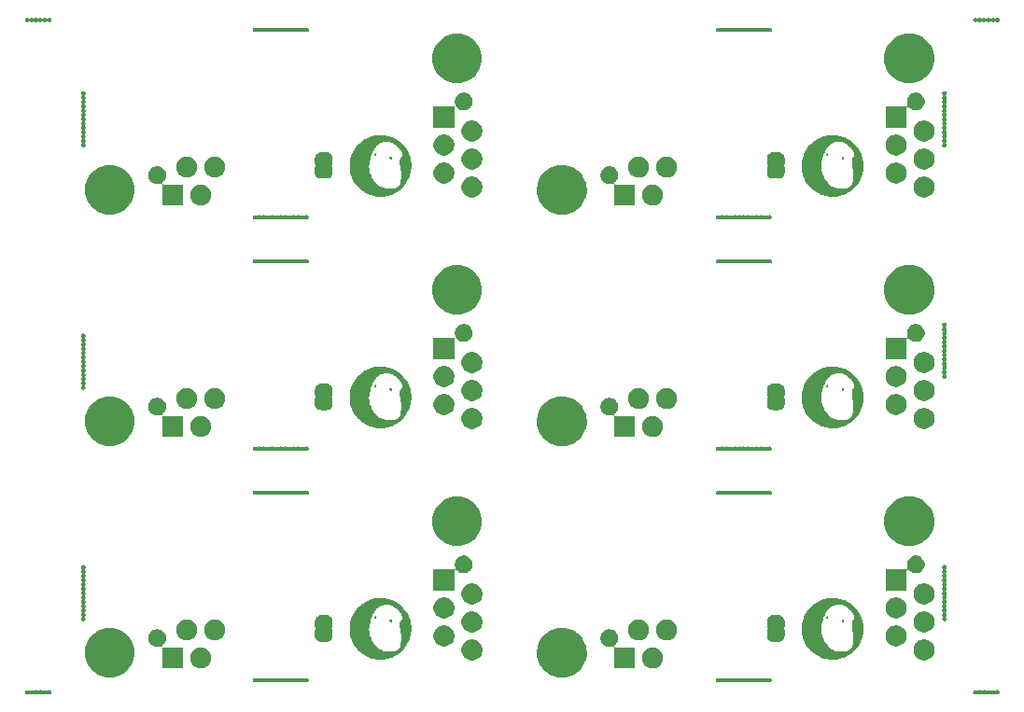
<source format=gbr>
G04 #@! TF.GenerationSoftware,KiCad,Pcbnew,5.0.2-bee76a0~70~ubuntu18.04.1*
G04 #@! TF.CreationDate,2020-02-26T15:26:05+01:00*
G04 #@! TF.ProjectId,output.rs485_usb_adapter_panel,6f757470-7574-42e7-9273-3438355f7573,rev?*
G04 #@! TF.SameCoordinates,Original*
G04 #@! TF.FileFunction,Soldermask,Bot*
G04 #@! TF.FilePolarity,Negative*
%FSLAX46Y46*%
G04 Gerber Fmt 4.6, Leading zero omitted, Abs format (unit mm)*
G04 Created by KiCad (PCBNEW 5.0.2-bee76a0~70~ubuntu18.04.1) date Wed 26 Feb 2020 03:26:05 PM CET*
%MOMM*%
%LPD*%
G01*
G04 APERTURE LIST*
%ADD10C,0.010000*%
%ADD11C,0.100000*%
G04 APERTURE END LIST*
D10*
G04 #@! TO.C,H5*
G36*
X172111411Y-102952342D02*
X172160303Y-102950966D01*
X172201791Y-102948773D01*
X172204248Y-102948596D01*
X172370730Y-102931383D01*
X172534856Y-102904381D01*
X172696263Y-102867764D01*
X172854589Y-102821703D01*
X173009470Y-102766372D01*
X173160545Y-102701944D01*
X173307451Y-102628590D01*
X173449824Y-102546485D01*
X173587304Y-102455801D01*
X173719526Y-102356710D01*
X173846128Y-102249386D01*
X173966748Y-102134001D01*
X174011488Y-102087494D01*
X174122388Y-101962198D01*
X174224852Y-101831320D01*
X174318766Y-101695106D01*
X174404014Y-101553803D01*
X174480485Y-101407656D01*
X174548064Y-101256909D01*
X174606637Y-101101810D01*
X174656090Y-100942604D01*
X174696310Y-100779535D01*
X174727184Y-100612851D01*
X174741027Y-100512420D01*
X174743688Y-100484386D01*
X174746056Y-100447842D01*
X174748107Y-100404435D01*
X174749818Y-100355812D01*
X174751168Y-100303621D01*
X174752131Y-100249507D01*
X174752687Y-100195119D01*
X174752810Y-100142102D01*
X174752479Y-100092103D01*
X174751671Y-100046771D01*
X174750362Y-100007750D01*
X174748529Y-99976689D01*
X174748521Y-99976591D01*
X174730425Y-99812262D01*
X174702523Y-99650053D01*
X174665024Y-99490364D01*
X174618137Y-99333595D01*
X174562068Y-99180147D01*
X174497026Y-99030420D01*
X174423220Y-98884814D01*
X174340858Y-98743729D01*
X174250147Y-98607567D01*
X174151295Y-98476727D01*
X174044512Y-98351609D01*
X173930005Y-98232615D01*
X173807982Y-98120144D01*
X173763827Y-98082635D01*
X173632339Y-97979836D01*
X173495556Y-97885630D01*
X173353820Y-97800156D01*
X173207475Y-97723556D01*
X173056863Y-97655970D01*
X172902328Y-97597538D01*
X172744213Y-97548401D01*
X172582861Y-97508700D01*
X172418615Y-97478575D01*
X172251818Y-97458166D01*
X172236220Y-97456770D01*
X172204605Y-97454579D01*
X172165273Y-97452717D01*
X172120337Y-97451209D01*
X172071909Y-97450084D01*
X172022102Y-97449366D01*
X171973029Y-97449083D01*
X171926802Y-97449260D01*
X171885534Y-97449924D01*
X171851338Y-97451101D01*
X171838694Y-97451813D01*
X171669062Y-97467958D01*
X171502378Y-97493692D01*
X171338908Y-97528901D01*
X171178916Y-97573471D01*
X171022667Y-97627288D01*
X170870427Y-97690237D01*
X170722461Y-97762204D01*
X170579033Y-97843075D01*
X170440408Y-97932735D01*
X170306852Y-98031071D01*
X170178630Y-98137969D01*
X170117269Y-98193964D01*
X169998879Y-98312133D01*
X169888479Y-98436429D01*
X169786241Y-98566490D01*
X169692338Y-98701952D01*
X169606943Y-98842454D01*
X169530229Y-98987631D01*
X169462370Y-99137120D01*
X169403537Y-99290559D01*
X169353904Y-99447584D01*
X169313644Y-99607832D01*
X169282930Y-99770940D01*
X169261935Y-99936546D01*
X169256484Y-100000832D01*
X169254235Y-100041757D01*
X169252806Y-100090216D01*
X169252158Y-100144259D01*
X169252254Y-100201935D01*
X169252845Y-100245720D01*
X170935866Y-100245720D01*
X170936087Y-100185133D01*
X170936800Y-100132745D01*
X170938154Y-100086602D01*
X170940296Y-100044751D01*
X170943376Y-100005237D01*
X170947541Y-99966105D01*
X170952939Y-99925402D01*
X170959719Y-99881173D01*
X170966683Y-99839320D01*
X170991321Y-99714233D01*
X171023172Y-99584216D01*
X171061644Y-99450845D01*
X171106146Y-99315694D01*
X171156085Y-99180340D01*
X171210869Y-99046356D01*
X171269907Y-98915317D01*
X171332605Y-98788799D01*
X171398373Y-98668377D01*
X171422138Y-98627740D01*
X171447850Y-98585850D01*
X171472392Y-98548930D01*
X171497458Y-98514837D01*
X171524739Y-98481423D01*
X171555927Y-98446545D01*
X171592714Y-98408056D01*
X171606237Y-98394332D01*
X171674539Y-98327937D01*
X171740032Y-98269661D01*
X171804180Y-98218406D01*
X171868445Y-98173073D01*
X171934292Y-98132564D01*
X172003183Y-98095780D01*
X172005625Y-98094568D01*
X172072865Y-98063369D01*
X172140523Y-98036409D01*
X172209818Y-98013426D01*
X172281972Y-97994159D01*
X172358208Y-97978347D01*
X172439746Y-97965729D01*
X172527807Y-97956045D01*
X172623614Y-97949032D01*
X172704301Y-97945257D01*
X172718468Y-97945935D01*
X172739174Y-97948395D01*
X172763042Y-97952195D01*
X172776346Y-97954705D01*
X172882126Y-97981031D01*
X172986227Y-98017276D01*
X173088740Y-98063480D01*
X173189759Y-98119684D01*
X173268715Y-98171285D01*
X173304948Y-98197557D01*
X173345856Y-98228952D01*
X173390005Y-98264236D01*
X173435964Y-98302174D01*
X173482299Y-98341533D01*
X173527577Y-98381079D01*
X173570365Y-98419577D01*
X173609230Y-98455793D01*
X173642740Y-98488494D01*
X173669357Y-98516331D01*
X173719078Y-98573429D01*
X173768026Y-98634167D01*
X173815342Y-98697228D01*
X173860168Y-98761298D01*
X173901646Y-98825061D01*
X173938916Y-98887200D01*
X173971120Y-98946400D01*
X173997399Y-99001346D01*
X174015547Y-99046840D01*
X174027166Y-99083317D01*
X174033669Y-99113080D01*
X174035291Y-99138054D01*
X174032266Y-99160162D01*
X174030229Y-99167345D01*
X174021899Y-99200817D01*
X174015174Y-99244150D01*
X174010045Y-99297418D01*
X174008557Y-99319520D01*
X174006914Y-99342715D01*
X174005091Y-99362173D01*
X174003327Y-99375646D01*
X174002048Y-99380721D01*
X173995985Y-99384909D01*
X173983461Y-99391184D01*
X173971213Y-99396506D01*
X173935191Y-99414195D01*
X173905050Y-99435889D01*
X173880055Y-99462667D01*
X173859472Y-99495604D01*
X173842567Y-99535779D01*
X173828606Y-99584267D01*
X173821731Y-99615800D01*
X173813109Y-99670016D01*
X173806872Y-99732701D01*
X173803003Y-99802453D01*
X173801488Y-99877869D01*
X173802310Y-99957547D01*
X173805454Y-100040083D01*
X173810904Y-100124076D01*
X173818644Y-100208122D01*
X173828658Y-100290819D01*
X173829391Y-100296143D01*
X173837683Y-100347379D01*
X173848851Y-100401477D01*
X173863299Y-100460119D01*
X173881436Y-100524988D01*
X173897507Y-100578106D01*
X173908001Y-100613404D01*
X173914749Y-100639777D01*
X173917856Y-100657702D01*
X173917630Y-100667006D01*
X173916992Y-100674183D01*
X173916273Y-100690661D01*
X173915490Y-100715578D01*
X173914662Y-100748074D01*
X173913807Y-100787292D01*
X173912943Y-100832369D01*
X173912087Y-100882447D01*
X173911258Y-100936665D01*
X173910474Y-100994164D01*
X173910024Y-101030580D01*
X173909099Y-101105134D01*
X173908178Y-101170564D01*
X173907209Y-101227906D01*
X173906143Y-101278198D01*
X173904928Y-101322475D01*
X173903514Y-101361772D01*
X173901851Y-101397128D01*
X173899886Y-101429578D01*
X173897570Y-101460157D01*
X173894853Y-101489903D01*
X173891682Y-101519852D01*
X173888009Y-101551039D01*
X173883781Y-101584502D01*
X173882415Y-101595005D01*
X173873450Y-101657467D01*
X173862637Y-101722818D01*
X173850663Y-101787228D01*
X173838216Y-101846869D01*
X173833201Y-101868780D01*
X173827194Y-101894260D01*
X173821859Y-101916922D01*
X173817719Y-101934535D01*
X173815300Y-101944865D01*
X173815099Y-101945727D01*
X173809514Y-101955404D01*
X173796770Y-101969860D01*
X173778059Y-101988088D01*
X173754573Y-102009080D01*
X173727505Y-102031830D01*
X173698047Y-102055329D01*
X173667391Y-102078570D01*
X173636729Y-102100546D01*
X173612900Y-102116602D01*
X173519663Y-102171439D01*
X173420366Y-102218335D01*
X173314885Y-102257335D01*
X173203099Y-102288485D01*
X173084885Y-102311827D01*
X173074420Y-102313471D01*
X173029797Y-102319006D01*
X172977546Y-102323267D01*
X172920123Y-102326211D01*
X172859984Y-102327792D01*
X172799587Y-102327964D01*
X172741389Y-102326684D01*
X172687846Y-102323906D01*
X172655320Y-102321136D01*
X172518305Y-102303124D01*
X172386889Y-102277752D01*
X172261374Y-102245137D01*
X172142065Y-102205393D01*
X172029262Y-102158638D01*
X171923270Y-102104986D01*
X171824391Y-102044553D01*
X171732928Y-101977456D01*
X171712307Y-101960535D01*
X171679118Y-101931516D01*
X171646726Y-101900572D01*
X171613635Y-101866130D01*
X171578349Y-101826622D01*
X171539372Y-101780476D01*
X171530517Y-101769720D01*
X171426906Y-101637268D01*
X171333379Y-101504813D01*
X171249858Y-101372203D01*
X171176268Y-101239284D01*
X171112533Y-101105902D01*
X171058577Y-100971902D01*
X171014324Y-100837133D01*
X170979697Y-100701439D01*
X170964339Y-100624180D01*
X170956862Y-100581036D01*
X170950787Y-100542439D01*
X170945975Y-100506548D01*
X170942287Y-100471523D01*
X170939585Y-100435523D01*
X170937730Y-100396709D01*
X170936585Y-100353238D01*
X170936009Y-100303271D01*
X170935866Y-100245720D01*
X169252845Y-100245720D01*
X169253056Y-100261296D01*
X169254526Y-100320389D01*
X169256624Y-100377265D01*
X169259314Y-100429973D01*
X169262556Y-100476563D01*
X169266314Y-100515085D01*
X169266582Y-100517320D01*
X169292056Y-100686852D01*
X169326728Y-100852074D01*
X169370629Y-101013062D01*
X169423792Y-101169888D01*
X169486249Y-101322626D01*
X169558030Y-101471350D01*
X169639169Y-101616134D01*
X169729697Y-101757052D01*
X169829646Y-101894178D01*
X169897157Y-101978282D01*
X169922254Y-102007266D01*
X169953460Y-102041436D01*
X169989254Y-102079272D01*
X170028116Y-102119253D01*
X170068523Y-102159857D01*
X170108955Y-102199562D01*
X170147890Y-102236849D01*
X170183808Y-102270195D01*
X170215186Y-102298080D01*
X170226798Y-102307923D01*
X170343126Y-102400237D01*
X170460135Y-102483925D01*
X170579986Y-102560414D01*
X170704836Y-102631130D01*
X170757940Y-102658770D01*
X170903201Y-102727483D01*
X171050453Y-102786924D01*
X171200545Y-102837350D01*
X171354324Y-102879016D01*
X171512640Y-102912177D01*
X171676342Y-102937089D01*
X171687760Y-102938498D01*
X171725674Y-102942289D01*
X171771787Y-102945567D01*
X171824148Y-102948295D01*
X171880806Y-102950434D01*
X171939812Y-102951946D01*
X171999215Y-102952794D01*
X172057065Y-102952938D01*
X172111411Y-102952342D01*
X172111411Y-102952342D01*
G37*
X172111411Y-102952342D02*
X172160303Y-102950966D01*
X172201791Y-102948773D01*
X172204248Y-102948596D01*
X172370730Y-102931383D01*
X172534856Y-102904381D01*
X172696263Y-102867764D01*
X172854589Y-102821703D01*
X173009470Y-102766372D01*
X173160545Y-102701944D01*
X173307451Y-102628590D01*
X173449824Y-102546485D01*
X173587304Y-102455801D01*
X173719526Y-102356710D01*
X173846128Y-102249386D01*
X173966748Y-102134001D01*
X174011488Y-102087494D01*
X174122388Y-101962198D01*
X174224852Y-101831320D01*
X174318766Y-101695106D01*
X174404014Y-101553803D01*
X174480485Y-101407656D01*
X174548064Y-101256909D01*
X174606637Y-101101810D01*
X174656090Y-100942604D01*
X174696310Y-100779535D01*
X174727184Y-100612851D01*
X174741027Y-100512420D01*
X174743688Y-100484386D01*
X174746056Y-100447842D01*
X174748107Y-100404435D01*
X174749818Y-100355812D01*
X174751168Y-100303621D01*
X174752131Y-100249507D01*
X174752687Y-100195119D01*
X174752810Y-100142102D01*
X174752479Y-100092103D01*
X174751671Y-100046771D01*
X174750362Y-100007750D01*
X174748529Y-99976689D01*
X174748521Y-99976591D01*
X174730425Y-99812262D01*
X174702523Y-99650053D01*
X174665024Y-99490364D01*
X174618137Y-99333595D01*
X174562068Y-99180147D01*
X174497026Y-99030420D01*
X174423220Y-98884814D01*
X174340858Y-98743729D01*
X174250147Y-98607567D01*
X174151295Y-98476727D01*
X174044512Y-98351609D01*
X173930005Y-98232615D01*
X173807982Y-98120144D01*
X173763827Y-98082635D01*
X173632339Y-97979836D01*
X173495556Y-97885630D01*
X173353820Y-97800156D01*
X173207475Y-97723556D01*
X173056863Y-97655970D01*
X172902328Y-97597538D01*
X172744213Y-97548401D01*
X172582861Y-97508700D01*
X172418615Y-97478575D01*
X172251818Y-97458166D01*
X172236220Y-97456770D01*
X172204605Y-97454579D01*
X172165273Y-97452717D01*
X172120337Y-97451209D01*
X172071909Y-97450084D01*
X172022102Y-97449366D01*
X171973029Y-97449083D01*
X171926802Y-97449260D01*
X171885534Y-97449924D01*
X171851338Y-97451101D01*
X171838694Y-97451813D01*
X171669062Y-97467958D01*
X171502378Y-97493692D01*
X171338908Y-97528901D01*
X171178916Y-97573471D01*
X171022667Y-97627288D01*
X170870427Y-97690237D01*
X170722461Y-97762204D01*
X170579033Y-97843075D01*
X170440408Y-97932735D01*
X170306852Y-98031071D01*
X170178630Y-98137969D01*
X170117269Y-98193964D01*
X169998879Y-98312133D01*
X169888479Y-98436429D01*
X169786241Y-98566490D01*
X169692338Y-98701952D01*
X169606943Y-98842454D01*
X169530229Y-98987631D01*
X169462370Y-99137120D01*
X169403537Y-99290559D01*
X169353904Y-99447584D01*
X169313644Y-99607832D01*
X169282930Y-99770940D01*
X169261935Y-99936546D01*
X169256484Y-100000832D01*
X169254235Y-100041757D01*
X169252806Y-100090216D01*
X169252158Y-100144259D01*
X169252254Y-100201935D01*
X169252845Y-100245720D01*
X170935866Y-100245720D01*
X170936087Y-100185133D01*
X170936800Y-100132745D01*
X170938154Y-100086602D01*
X170940296Y-100044751D01*
X170943376Y-100005237D01*
X170947541Y-99966105D01*
X170952939Y-99925402D01*
X170959719Y-99881173D01*
X170966683Y-99839320D01*
X170991321Y-99714233D01*
X171023172Y-99584216D01*
X171061644Y-99450845D01*
X171106146Y-99315694D01*
X171156085Y-99180340D01*
X171210869Y-99046356D01*
X171269907Y-98915317D01*
X171332605Y-98788799D01*
X171398373Y-98668377D01*
X171422138Y-98627740D01*
X171447850Y-98585850D01*
X171472392Y-98548930D01*
X171497458Y-98514837D01*
X171524739Y-98481423D01*
X171555927Y-98446545D01*
X171592714Y-98408056D01*
X171606237Y-98394332D01*
X171674539Y-98327937D01*
X171740032Y-98269661D01*
X171804180Y-98218406D01*
X171868445Y-98173073D01*
X171934292Y-98132564D01*
X172003183Y-98095780D01*
X172005625Y-98094568D01*
X172072865Y-98063369D01*
X172140523Y-98036409D01*
X172209818Y-98013426D01*
X172281972Y-97994159D01*
X172358208Y-97978347D01*
X172439746Y-97965729D01*
X172527807Y-97956045D01*
X172623614Y-97949032D01*
X172704301Y-97945257D01*
X172718468Y-97945935D01*
X172739174Y-97948395D01*
X172763042Y-97952195D01*
X172776346Y-97954705D01*
X172882126Y-97981031D01*
X172986227Y-98017276D01*
X173088740Y-98063480D01*
X173189759Y-98119684D01*
X173268715Y-98171285D01*
X173304948Y-98197557D01*
X173345856Y-98228952D01*
X173390005Y-98264236D01*
X173435964Y-98302174D01*
X173482299Y-98341533D01*
X173527577Y-98381079D01*
X173570365Y-98419577D01*
X173609230Y-98455793D01*
X173642740Y-98488494D01*
X173669357Y-98516331D01*
X173719078Y-98573429D01*
X173768026Y-98634167D01*
X173815342Y-98697228D01*
X173860168Y-98761298D01*
X173901646Y-98825061D01*
X173938916Y-98887200D01*
X173971120Y-98946400D01*
X173997399Y-99001346D01*
X174015547Y-99046840D01*
X174027166Y-99083317D01*
X174033669Y-99113080D01*
X174035291Y-99138054D01*
X174032266Y-99160162D01*
X174030229Y-99167345D01*
X174021899Y-99200817D01*
X174015174Y-99244150D01*
X174010045Y-99297418D01*
X174008557Y-99319520D01*
X174006914Y-99342715D01*
X174005091Y-99362173D01*
X174003327Y-99375646D01*
X174002048Y-99380721D01*
X173995985Y-99384909D01*
X173983461Y-99391184D01*
X173971213Y-99396506D01*
X173935191Y-99414195D01*
X173905050Y-99435889D01*
X173880055Y-99462667D01*
X173859472Y-99495604D01*
X173842567Y-99535779D01*
X173828606Y-99584267D01*
X173821731Y-99615800D01*
X173813109Y-99670016D01*
X173806872Y-99732701D01*
X173803003Y-99802453D01*
X173801488Y-99877869D01*
X173802310Y-99957547D01*
X173805454Y-100040083D01*
X173810904Y-100124076D01*
X173818644Y-100208122D01*
X173828658Y-100290819D01*
X173829391Y-100296143D01*
X173837683Y-100347379D01*
X173848851Y-100401477D01*
X173863299Y-100460119D01*
X173881436Y-100524988D01*
X173897507Y-100578106D01*
X173908001Y-100613404D01*
X173914749Y-100639777D01*
X173917856Y-100657702D01*
X173917630Y-100667006D01*
X173916992Y-100674183D01*
X173916273Y-100690661D01*
X173915490Y-100715578D01*
X173914662Y-100748074D01*
X173913807Y-100787292D01*
X173912943Y-100832369D01*
X173912087Y-100882447D01*
X173911258Y-100936665D01*
X173910474Y-100994164D01*
X173910024Y-101030580D01*
X173909099Y-101105134D01*
X173908178Y-101170564D01*
X173907209Y-101227906D01*
X173906143Y-101278198D01*
X173904928Y-101322475D01*
X173903514Y-101361772D01*
X173901851Y-101397128D01*
X173899886Y-101429578D01*
X173897570Y-101460157D01*
X173894853Y-101489903D01*
X173891682Y-101519852D01*
X173888009Y-101551039D01*
X173883781Y-101584502D01*
X173882415Y-101595005D01*
X173873450Y-101657467D01*
X173862637Y-101722818D01*
X173850663Y-101787228D01*
X173838216Y-101846869D01*
X173833201Y-101868780D01*
X173827194Y-101894260D01*
X173821859Y-101916922D01*
X173817719Y-101934535D01*
X173815300Y-101944865D01*
X173815099Y-101945727D01*
X173809514Y-101955404D01*
X173796770Y-101969860D01*
X173778059Y-101988088D01*
X173754573Y-102009080D01*
X173727505Y-102031830D01*
X173698047Y-102055329D01*
X173667391Y-102078570D01*
X173636729Y-102100546D01*
X173612900Y-102116602D01*
X173519663Y-102171439D01*
X173420366Y-102218335D01*
X173314885Y-102257335D01*
X173203099Y-102288485D01*
X173084885Y-102311827D01*
X173074420Y-102313471D01*
X173029797Y-102319006D01*
X172977546Y-102323267D01*
X172920123Y-102326211D01*
X172859984Y-102327792D01*
X172799587Y-102327964D01*
X172741389Y-102326684D01*
X172687846Y-102323906D01*
X172655320Y-102321136D01*
X172518305Y-102303124D01*
X172386889Y-102277752D01*
X172261374Y-102245137D01*
X172142065Y-102205393D01*
X172029262Y-102158638D01*
X171923270Y-102104986D01*
X171824391Y-102044553D01*
X171732928Y-101977456D01*
X171712307Y-101960535D01*
X171679118Y-101931516D01*
X171646726Y-101900572D01*
X171613635Y-101866130D01*
X171578349Y-101826622D01*
X171539372Y-101780476D01*
X171530517Y-101769720D01*
X171426906Y-101637268D01*
X171333379Y-101504813D01*
X171249858Y-101372203D01*
X171176268Y-101239284D01*
X171112533Y-101105902D01*
X171058577Y-100971902D01*
X171014324Y-100837133D01*
X170979697Y-100701439D01*
X170964339Y-100624180D01*
X170956862Y-100581036D01*
X170950787Y-100542439D01*
X170945975Y-100506548D01*
X170942287Y-100471523D01*
X170939585Y-100435523D01*
X170937730Y-100396709D01*
X170936585Y-100353238D01*
X170936009Y-100303271D01*
X170935866Y-100245720D01*
X169252845Y-100245720D01*
X169253056Y-100261296D01*
X169254526Y-100320389D01*
X169256624Y-100377265D01*
X169259314Y-100429973D01*
X169262556Y-100476563D01*
X169266314Y-100515085D01*
X169266582Y-100517320D01*
X169292056Y-100686852D01*
X169326728Y-100852074D01*
X169370629Y-101013062D01*
X169423792Y-101169888D01*
X169486249Y-101322626D01*
X169558030Y-101471350D01*
X169639169Y-101616134D01*
X169729697Y-101757052D01*
X169829646Y-101894178D01*
X169897157Y-101978282D01*
X169922254Y-102007266D01*
X169953460Y-102041436D01*
X169989254Y-102079272D01*
X170028116Y-102119253D01*
X170068523Y-102159857D01*
X170108955Y-102199562D01*
X170147890Y-102236849D01*
X170183808Y-102270195D01*
X170215186Y-102298080D01*
X170226798Y-102307923D01*
X170343126Y-102400237D01*
X170460135Y-102483925D01*
X170579986Y-102560414D01*
X170704836Y-102631130D01*
X170757940Y-102658770D01*
X170903201Y-102727483D01*
X171050453Y-102786924D01*
X171200545Y-102837350D01*
X171354324Y-102879016D01*
X171512640Y-102912177D01*
X171676342Y-102937089D01*
X171687760Y-102938498D01*
X171725674Y-102942289D01*
X171771787Y-102945567D01*
X171824148Y-102948295D01*
X171880806Y-102950434D01*
X171939812Y-102951946D01*
X171999215Y-102952794D01*
X172057065Y-102952938D01*
X172111411Y-102952342D01*
G36*
X171524466Y-99270074D02*
X171539554Y-99258667D01*
X171541789Y-99256390D01*
X171557997Y-99235924D01*
X171571303Y-99212812D01*
X171581395Y-99188652D01*
X171587961Y-99165040D01*
X171590691Y-99143574D01*
X171589274Y-99125850D01*
X171583397Y-99113465D01*
X171572750Y-99108017D01*
X171570740Y-99107897D01*
X171563319Y-99110310D01*
X171551818Y-99116298D01*
X171550097Y-99117329D01*
X171533099Y-99132092D01*
X171517367Y-99153599D01*
X171503917Y-99179317D01*
X171493764Y-99206711D01*
X171487921Y-99233246D01*
X171487405Y-99256387D01*
X171490003Y-99267405D01*
X171497422Y-99274926D01*
X171509666Y-99275655D01*
X171524466Y-99270074D01*
X171524466Y-99270074D01*
G37*
X171524466Y-99270074D02*
X171539554Y-99258667D01*
X171541789Y-99256390D01*
X171557997Y-99235924D01*
X171571303Y-99212812D01*
X171581395Y-99188652D01*
X171587961Y-99165040D01*
X171590691Y-99143574D01*
X171589274Y-99125850D01*
X171583397Y-99113465D01*
X171572750Y-99108017D01*
X171570740Y-99107897D01*
X171563319Y-99110310D01*
X171551818Y-99116298D01*
X171550097Y-99117329D01*
X171533099Y-99132092D01*
X171517367Y-99153599D01*
X171503917Y-99179317D01*
X171493764Y-99206711D01*
X171487921Y-99233246D01*
X171487405Y-99256387D01*
X171490003Y-99267405D01*
X171497422Y-99274926D01*
X171509666Y-99275655D01*
X171524466Y-99270074D01*
G36*
X172963667Y-99548898D02*
X172976744Y-99545507D01*
X172988048Y-99538378D01*
X172990392Y-99536455D01*
X173009692Y-99514618D01*
X173019619Y-99490141D01*
X173019926Y-99464232D01*
X173010441Y-99438235D01*
X172996012Y-99419141D01*
X172977537Y-99407675D01*
X172953024Y-99402790D01*
X172942228Y-99402440D01*
X172924829Y-99403053D01*
X172913155Y-99406066D01*
X172902794Y-99413242D01*
X172893903Y-99421741D01*
X172877278Y-99444631D01*
X172869936Y-99469566D01*
X172871832Y-99494794D01*
X172882919Y-99518564D01*
X172896859Y-99534049D01*
X172908713Y-99543246D01*
X172920030Y-99547967D01*
X172935130Y-99549631D01*
X172944667Y-99549760D01*
X172963667Y-99548898D01*
X172963667Y-99548898D01*
G37*
X172963667Y-99548898D02*
X172976744Y-99545507D01*
X172988048Y-99538378D01*
X172990392Y-99536455D01*
X173009692Y-99514618D01*
X173019619Y-99490141D01*
X173019926Y-99464232D01*
X173010441Y-99438235D01*
X172996012Y-99419141D01*
X172977537Y-99407675D01*
X172953024Y-99402790D01*
X172942228Y-99402440D01*
X172924829Y-99403053D01*
X172913155Y-99406066D01*
X172902794Y-99413242D01*
X172893903Y-99421741D01*
X172877278Y-99444631D01*
X172869936Y-99469566D01*
X172871832Y-99494794D01*
X172882919Y-99518564D01*
X172896859Y-99534049D01*
X172908713Y-99543246D01*
X172920030Y-99547967D01*
X172935130Y-99549631D01*
X172944667Y-99549760D01*
X172963667Y-99548898D01*
G36*
X131111411Y-102952342D02*
X131160303Y-102950966D01*
X131201791Y-102948773D01*
X131204248Y-102948596D01*
X131370730Y-102931383D01*
X131534856Y-102904381D01*
X131696263Y-102867764D01*
X131854589Y-102821703D01*
X132009470Y-102766372D01*
X132160545Y-102701944D01*
X132307451Y-102628590D01*
X132449824Y-102546485D01*
X132587304Y-102455801D01*
X132719526Y-102356710D01*
X132846128Y-102249386D01*
X132966748Y-102134001D01*
X133011488Y-102087494D01*
X133122388Y-101962198D01*
X133224852Y-101831320D01*
X133318766Y-101695106D01*
X133404014Y-101553803D01*
X133480485Y-101407656D01*
X133548064Y-101256909D01*
X133606637Y-101101810D01*
X133656090Y-100942604D01*
X133696310Y-100779535D01*
X133727184Y-100612851D01*
X133741027Y-100512420D01*
X133743688Y-100484386D01*
X133746056Y-100447842D01*
X133748107Y-100404435D01*
X133749818Y-100355812D01*
X133751168Y-100303621D01*
X133752131Y-100249507D01*
X133752687Y-100195119D01*
X133752810Y-100142102D01*
X133752479Y-100092103D01*
X133751671Y-100046771D01*
X133750362Y-100007750D01*
X133748529Y-99976689D01*
X133748521Y-99976591D01*
X133730425Y-99812262D01*
X133702523Y-99650053D01*
X133665024Y-99490364D01*
X133618137Y-99333595D01*
X133562068Y-99180147D01*
X133497026Y-99030420D01*
X133423220Y-98884814D01*
X133340858Y-98743729D01*
X133250147Y-98607567D01*
X133151295Y-98476727D01*
X133044512Y-98351609D01*
X132930005Y-98232615D01*
X132807982Y-98120144D01*
X132763827Y-98082635D01*
X132632339Y-97979836D01*
X132495556Y-97885630D01*
X132353820Y-97800156D01*
X132207475Y-97723556D01*
X132056863Y-97655970D01*
X131902328Y-97597538D01*
X131744213Y-97548401D01*
X131582861Y-97508700D01*
X131418615Y-97478575D01*
X131251818Y-97458166D01*
X131236220Y-97456770D01*
X131204605Y-97454579D01*
X131165273Y-97452717D01*
X131120337Y-97451209D01*
X131071909Y-97450084D01*
X131022102Y-97449366D01*
X130973029Y-97449083D01*
X130926802Y-97449260D01*
X130885534Y-97449924D01*
X130851338Y-97451101D01*
X130838694Y-97451813D01*
X130669062Y-97467958D01*
X130502378Y-97493692D01*
X130338908Y-97528901D01*
X130178916Y-97573471D01*
X130022667Y-97627288D01*
X129870427Y-97690237D01*
X129722461Y-97762204D01*
X129579033Y-97843075D01*
X129440408Y-97932735D01*
X129306852Y-98031071D01*
X129178630Y-98137969D01*
X129117269Y-98193964D01*
X128998879Y-98312133D01*
X128888479Y-98436429D01*
X128786241Y-98566490D01*
X128692338Y-98701952D01*
X128606943Y-98842454D01*
X128530229Y-98987631D01*
X128462370Y-99137120D01*
X128403537Y-99290559D01*
X128353904Y-99447584D01*
X128313644Y-99607832D01*
X128282930Y-99770940D01*
X128261935Y-99936546D01*
X128256484Y-100000832D01*
X128254235Y-100041757D01*
X128252806Y-100090216D01*
X128252158Y-100144259D01*
X128252254Y-100201935D01*
X128252845Y-100245720D01*
X129935866Y-100245720D01*
X129936087Y-100185133D01*
X129936800Y-100132745D01*
X129938154Y-100086602D01*
X129940296Y-100044751D01*
X129943376Y-100005237D01*
X129947541Y-99966105D01*
X129952939Y-99925402D01*
X129959719Y-99881173D01*
X129966683Y-99839320D01*
X129991321Y-99714233D01*
X130023172Y-99584216D01*
X130061644Y-99450845D01*
X130106146Y-99315694D01*
X130156085Y-99180340D01*
X130210869Y-99046356D01*
X130269907Y-98915317D01*
X130332605Y-98788799D01*
X130398373Y-98668377D01*
X130422138Y-98627740D01*
X130447850Y-98585850D01*
X130472392Y-98548930D01*
X130497458Y-98514837D01*
X130524739Y-98481423D01*
X130555927Y-98446545D01*
X130592714Y-98408056D01*
X130606237Y-98394332D01*
X130674539Y-98327937D01*
X130740032Y-98269661D01*
X130804180Y-98218406D01*
X130868445Y-98173073D01*
X130934292Y-98132564D01*
X131003183Y-98095780D01*
X131005625Y-98094568D01*
X131072865Y-98063369D01*
X131140523Y-98036409D01*
X131209818Y-98013426D01*
X131281972Y-97994159D01*
X131358208Y-97978347D01*
X131439746Y-97965729D01*
X131527807Y-97956045D01*
X131623614Y-97949032D01*
X131704301Y-97945257D01*
X131718468Y-97945935D01*
X131739174Y-97948395D01*
X131763042Y-97952195D01*
X131776346Y-97954705D01*
X131882126Y-97981031D01*
X131986227Y-98017276D01*
X132088740Y-98063480D01*
X132189759Y-98119684D01*
X132268715Y-98171285D01*
X132304948Y-98197557D01*
X132345856Y-98228952D01*
X132390005Y-98264236D01*
X132435964Y-98302174D01*
X132482299Y-98341533D01*
X132527577Y-98381079D01*
X132570365Y-98419577D01*
X132609230Y-98455793D01*
X132642740Y-98488494D01*
X132669357Y-98516331D01*
X132719078Y-98573429D01*
X132768026Y-98634167D01*
X132815342Y-98697228D01*
X132860168Y-98761298D01*
X132901646Y-98825061D01*
X132938916Y-98887200D01*
X132971120Y-98946400D01*
X132997399Y-99001346D01*
X133015547Y-99046840D01*
X133027166Y-99083317D01*
X133033669Y-99113080D01*
X133035291Y-99138054D01*
X133032266Y-99160162D01*
X133030229Y-99167345D01*
X133021899Y-99200817D01*
X133015174Y-99244150D01*
X133010045Y-99297418D01*
X133008557Y-99319520D01*
X133006914Y-99342715D01*
X133005091Y-99362173D01*
X133003327Y-99375646D01*
X133002048Y-99380721D01*
X132995985Y-99384909D01*
X132983461Y-99391184D01*
X132971213Y-99396506D01*
X132935191Y-99414195D01*
X132905050Y-99435889D01*
X132880055Y-99462667D01*
X132859472Y-99495604D01*
X132842567Y-99535779D01*
X132828606Y-99584267D01*
X132821731Y-99615800D01*
X132813109Y-99670016D01*
X132806872Y-99732701D01*
X132803003Y-99802453D01*
X132801488Y-99877869D01*
X132802310Y-99957547D01*
X132805454Y-100040083D01*
X132810904Y-100124076D01*
X132818644Y-100208122D01*
X132828658Y-100290819D01*
X132829391Y-100296143D01*
X132837683Y-100347379D01*
X132848851Y-100401477D01*
X132863299Y-100460119D01*
X132881436Y-100524988D01*
X132897507Y-100578106D01*
X132908001Y-100613404D01*
X132914749Y-100639777D01*
X132917856Y-100657702D01*
X132917630Y-100667006D01*
X132916992Y-100674183D01*
X132916273Y-100690661D01*
X132915490Y-100715578D01*
X132914662Y-100748074D01*
X132913807Y-100787292D01*
X132912943Y-100832369D01*
X132912087Y-100882447D01*
X132911258Y-100936665D01*
X132910474Y-100994164D01*
X132910024Y-101030580D01*
X132909099Y-101105134D01*
X132908178Y-101170564D01*
X132907209Y-101227906D01*
X132906143Y-101278198D01*
X132904928Y-101322475D01*
X132903514Y-101361772D01*
X132901851Y-101397128D01*
X132899886Y-101429578D01*
X132897570Y-101460157D01*
X132894853Y-101489903D01*
X132891682Y-101519852D01*
X132888009Y-101551039D01*
X132883781Y-101584502D01*
X132882415Y-101595005D01*
X132873450Y-101657467D01*
X132862637Y-101722818D01*
X132850663Y-101787228D01*
X132838216Y-101846869D01*
X132833201Y-101868780D01*
X132827194Y-101894260D01*
X132821859Y-101916922D01*
X132817719Y-101934535D01*
X132815300Y-101944865D01*
X132815099Y-101945727D01*
X132809514Y-101955404D01*
X132796770Y-101969860D01*
X132778059Y-101988088D01*
X132754573Y-102009080D01*
X132727505Y-102031830D01*
X132698047Y-102055329D01*
X132667391Y-102078570D01*
X132636729Y-102100546D01*
X132612900Y-102116602D01*
X132519663Y-102171439D01*
X132420366Y-102218335D01*
X132314885Y-102257335D01*
X132203099Y-102288485D01*
X132084885Y-102311827D01*
X132074420Y-102313471D01*
X132029797Y-102319006D01*
X131977546Y-102323267D01*
X131920123Y-102326211D01*
X131859984Y-102327792D01*
X131799587Y-102327964D01*
X131741389Y-102326684D01*
X131687846Y-102323906D01*
X131655320Y-102321136D01*
X131518305Y-102303124D01*
X131386889Y-102277752D01*
X131261374Y-102245137D01*
X131142065Y-102205393D01*
X131029262Y-102158638D01*
X130923270Y-102104986D01*
X130824391Y-102044553D01*
X130732928Y-101977456D01*
X130712307Y-101960535D01*
X130679118Y-101931516D01*
X130646726Y-101900572D01*
X130613635Y-101866130D01*
X130578349Y-101826622D01*
X130539372Y-101780476D01*
X130530517Y-101769720D01*
X130426906Y-101637268D01*
X130333379Y-101504813D01*
X130249858Y-101372203D01*
X130176268Y-101239284D01*
X130112533Y-101105902D01*
X130058577Y-100971902D01*
X130014324Y-100837133D01*
X129979697Y-100701439D01*
X129964339Y-100624180D01*
X129956862Y-100581036D01*
X129950787Y-100542439D01*
X129945975Y-100506548D01*
X129942287Y-100471523D01*
X129939585Y-100435523D01*
X129937730Y-100396709D01*
X129936585Y-100353238D01*
X129936009Y-100303271D01*
X129935866Y-100245720D01*
X128252845Y-100245720D01*
X128253056Y-100261296D01*
X128254526Y-100320389D01*
X128256624Y-100377265D01*
X128259314Y-100429973D01*
X128262556Y-100476563D01*
X128266314Y-100515085D01*
X128266582Y-100517320D01*
X128292056Y-100686852D01*
X128326728Y-100852074D01*
X128370629Y-101013062D01*
X128423792Y-101169888D01*
X128486249Y-101322626D01*
X128558030Y-101471350D01*
X128639169Y-101616134D01*
X128729697Y-101757052D01*
X128829646Y-101894178D01*
X128897157Y-101978282D01*
X128922254Y-102007266D01*
X128953460Y-102041436D01*
X128989254Y-102079272D01*
X129028116Y-102119253D01*
X129068523Y-102159857D01*
X129108955Y-102199562D01*
X129147890Y-102236849D01*
X129183808Y-102270195D01*
X129215186Y-102298080D01*
X129226798Y-102307923D01*
X129343126Y-102400237D01*
X129460135Y-102483925D01*
X129579986Y-102560414D01*
X129704836Y-102631130D01*
X129757940Y-102658770D01*
X129903201Y-102727483D01*
X130050453Y-102786924D01*
X130200545Y-102837350D01*
X130354324Y-102879016D01*
X130512640Y-102912177D01*
X130676342Y-102937089D01*
X130687760Y-102938498D01*
X130725674Y-102942289D01*
X130771787Y-102945567D01*
X130824148Y-102948295D01*
X130880806Y-102950434D01*
X130939812Y-102951946D01*
X130999215Y-102952794D01*
X131057065Y-102952938D01*
X131111411Y-102952342D01*
X131111411Y-102952342D01*
G37*
X131111411Y-102952342D02*
X131160303Y-102950966D01*
X131201791Y-102948773D01*
X131204248Y-102948596D01*
X131370730Y-102931383D01*
X131534856Y-102904381D01*
X131696263Y-102867764D01*
X131854589Y-102821703D01*
X132009470Y-102766372D01*
X132160545Y-102701944D01*
X132307451Y-102628590D01*
X132449824Y-102546485D01*
X132587304Y-102455801D01*
X132719526Y-102356710D01*
X132846128Y-102249386D01*
X132966748Y-102134001D01*
X133011488Y-102087494D01*
X133122388Y-101962198D01*
X133224852Y-101831320D01*
X133318766Y-101695106D01*
X133404014Y-101553803D01*
X133480485Y-101407656D01*
X133548064Y-101256909D01*
X133606637Y-101101810D01*
X133656090Y-100942604D01*
X133696310Y-100779535D01*
X133727184Y-100612851D01*
X133741027Y-100512420D01*
X133743688Y-100484386D01*
X133746056Y-100447842D01*
X133748107Y-100404435D01*
X133749818Y-100355812D01*
X133751168Y-100303621D01*
X133752131Y-100249507D01*
X133752687Y-100195119D01*
X133752810Y-100142102D01*
X133752479Y-100092103D01*
X133751671Y-100046771D01*
X133750362Y-100007750D01*
X133748529Y-99976689D01*
X133748521Y-99976591D01*
X133730425Y-99812262D01*
X133702523Y-99650053D01*
X133665024Y-99490364D01*
X133618137Y-99333595D01*
X133562068Y-99180147D01*
X133497026Y-99030420D01*
X133423220Y-98884814D01*
X133340858Y-98743729D01*
X133250147Y-98607567D01*
X133151295Y-98476727D01*
X133044512Y-98351609D01*
X132930005Y-98232615D01*
X132807982Y-98120144D01*
X132763827Y-98082635D01*
X132632339Y-97979836D01*
X132495556Y-97885630D01*
X132353820Y-97800156D01*
X132207475Y-97723556D01*
X132056863Y-97655970D01*
X131902328Y-97597538D01*
X131744213Y-97548401D01*
X131582861Y-97508700D01*
X131418615Y-97478575D01*
X131251818Y-97458166D01*
X131236220Y-97456770D01*
X131204605Y-97454579D01*
X131165273Y-97452717D01*
X131120337Y-97451209D01*
X131071909Y-97450084D01*
X131022102Y-97449366D01*
X130973029Y-97449083D01*
X130926802Y-97449260D01*
X130885534Y-97449924D01*
X130851338Y-97451101D01*
X130838694Y-97451813D01*
X130669062Y-97467958D01*
X130502378Y-97493692D01*
X130338908Y-97528901D01*
X130178916Y-97573471D01*
X130022667Y-97627288D01*
X129870427Y-97690237D01*
X129722461Y-97762204D01*
X129579033Y-97843075D01*
X129440408Y-97932735D01*
X129306852Y-98031071D01*
X129178630Y-98137969D01*
X129117269Y-98193964D01*
X128998879Y-98312133D01*
X128888479Y-98436429D01*
X128786241Y-98566490D01*
X128692338Y-98701952D01*
X128606943Y-98842454D01*
X128530229Y-98987631D01*
X128462370Y-99137120D01*
X128403537Y-99290559D01*
X128353904Y-99447584D01*
X128313644Y-99607832D01*
X128282930Y-99770940D01*
X128261935Y-99936546D01*
X128256484Y-100000832D01*
X128254235Y-100041757D01*
X128252806Y-100090216D01*
X128252158Y-100144259D01*
X128252254Y-100201935D01*
X128252845Y-100245720D01*
X129935866Y-100245720D01*
X129936087Y-100185133D01*
X129936800Y-100132745D01*
X129938154Y-100086602D01*
X129940296Y-100044751D01*
X129943376Y-100005237D01*
X129947541Y-99966105D01*
X129952939Y-99925402D01*
X129959719Y-99881173D01*
X129966683Y-99839320D01*
X129991321Y-99714233D01*
X130023172Y-99584216D01*
X130061644Y-99450845D01*
X130106146Y-99315694D01*
X130156085Y-99180340D01*
X130210869Y-99046356D01*
X130269907Y-98915317D01*
X130332605Y-98788799D01*
X130398373Y-98668377D01*
X130422138Y-98627740D01*
X130447850Y-98585850D01*
X130472392Y-98548930D01*
X130497458Y-98514837D01*
X130524739Y-98481423D01*
X130555927Y-98446545D01*
X130592714Y-98408056D01*
X130606237Y-98394332D01*
X130674539Y-98327937D01*
X130740032Y-98269661D01*
X130804180Y-98218406D01*
X130868445Y-98173073D01*
X130934292Y-98132564D01*
X131003183Y-98095780D01*
X131005625Y-98094568D01*
X131072865Y-98063369D01*
X131140523Y-98036409D01*
X131209818Y-98013426D01*
X131281972Y-97994159D01*
X131358208Y-97978347D01*
X131439746Y-97965729D01*
X131527807Y-97956045D01*
X131623614Y-97949032D01*
X131704301Y-97945257D01*
X131718468Y-97945935D01*
X131739174Y-97948395D01*
X131763042Y-97952195D01*
X131776346Y-97954705D01*
X131882126Y-97981031D01*
X131986227Y-98017276D01*
X132088740Y-98063480D01*
X132189759Y-98119684D01*
X132268715Y-98171285D01*
X132304948Y-98197557D01*
X132345856Y-98228952D01*
X132390005Y-98264236D01*
X132435964Y-98302174D01*
X132482299Y-98341533D01*
X132527577Y-98381079D01*
X132570365Y-98419577D01*
X132609230Y-98455793D01*
X132642740Y-98488494D01*
X132669357Y-98516331D01*
X132719078Y-98573429D01*
X132768026Y-98634167D01*
X132815342Y-98697228D01*
X132860168Y-98761298D01*
X132901646Y-98825061D01*
X132938916Y-98887200D01*
X132971120Y-98946400D01*
X132997399Y-99001346D01*
X133015547Y-99046840D01*
X133027166Y-99083317D01*
X133033669Y-99113080D01*
X133035291Y-99138054D01*
X133032266Y-99160162D01*
X133030229Y-99167345D01*
X133021899Y-99200817D01*
X133015174Y-99244150D01*
X133010045Y-99297418D01*
X133008557Y-99319520D01*
X133006914Y-99342715D01*
X133005091Y-99362173D01*
X133003327Y-99375646D01*
X133002048Y-99380721D01*
X132995985Y-99384909D01*
X132983461Y-99391184D01*
X132971213Y-99396506D01*
X132935191Y-99414195D01*
X132905050Y-99435889D01*
X132880055Y-99462667D01*
X132859472Y-99495604D01*
X132842567Y-99535779D01*
X132828606Y-99584267D01*
X132821731Y-99615800D01*
X132813109Y-99670016D01*
X132806872Y-99732701D01*
X132803003Y-99802453D01*
X132801488Y-99877869D01*
X132802310Y-99957547D01*
X132805454Y-100040083D01*
X132810904Y-100124076D01*
X132818644Y-100208122D01*
X132828658Y-100290819D01*
X132829391Y-100296143D01*
X132837683Y-100347379D01*
X132848851Y-100401477D01*
X132863299Y-100460119D01*
X132881436Y-100524988D01*
X132897507Y-100578106D01*
X132908001Y-100613404D01*
X132914749Y-100639777D01*
X132917856Y-100657702D01*
X132917630Y-100667006D01*
X132916992Y-100674183D01*
X132916273Y-100690661D01*
X132915490Y-100715578D01*
X132914662Y-100748074D01*
X132913807Y-100787292D01*
X132912943Y-100832369D01*
X132912087Y-100882447D01*
X132911258Y-100936665D01*
X132910474Y-100994164D01*
X132910024Y-101030580D01*
X132909099Y-101105134D01*
X132908178Y-101170564D01*
X132907209Y-101227906D01*
X132906143Y-101278198D01*
X132904928Y-101322475D01*
X132903514Y-101361772D01*
X132901851Y-101397128D01*
X132899886Y-101429578D01*
X132897570Y-101460157D01*
X132894853Y-101489903D01*
X132891682Y-101519852D01*
X132888009Y-101551039D01*
X132883781Y-101584502D01*
X132882415Y-101595005D01*
X132873450Y-101657467D01*
X132862637Y-101722818D01*
X132850663Y-101787228D01*
X132838216Y-101846869D01*
X132833201Y-101868780D01*
X132827194Y-101894260D01*
X132821859Y-101916922D01*
X132817719Y-101934535D01*
X132815300Y-101944865D01*
X132815099Y-101945727D01*
X132809514Y-101955404D01*
X132796770Y-101969860D01*
X132778059Y-101988088D01*
X132754573Y-102009080D01*
X132727505Y-102031830D01*
X132698047Y-102055329D01*
X132667391Y-102078570D01*
X132636729Y-102100546D01*
X132612900Y-102116602D01*
X132519663Y-102171439D01*
X132420366Y-102218335D01*
X132314885Y-102257335D01*
X132203099Y-102288485D01*
X132084885Y-102311827D01*
X132074420Y-102313471D01*
X132029797Y-102319006D01*
X131977546Y-102323267D01*
X131920123Y-102326211D01*
X131859984Y-102327792D01*
X131799587Y-102327964D01*
X131741389Y-102326684D01*
X131687846Y-102323906D01*
X131655320Y-102321136D01*
X131518305Y-102303124D01*
X131386889Y-102277752D01*
X131261374Y-102245137D01*
X131142065Y-102205393D01*
X131029262Y-102158638D01*
X130923270Y-102104986D01*
X130824391Y-102044553D01*
X130732928Y-101977456D01*
X130712307Y-101960535D01*
X130679118Y-101931516D01*
X130646726Y-101900572D01*
X130613635Y-101866130D01*
X130578349Y-101826622D01*
X130539372Y-101780476D01*
X130530517Y-101769720D01*
X130426906Y-101637268D01*
X130333379Y-101504813D01*
X130249858Y-101372203D01*
X130176268Y-101239284D01*
X130112533Y-101105902D01*
X130058577Y-100971902D01*
X130014324Y-100837133D01*
X129979697Y-100701439D01*
X129964339Y-100624180D01*
X129956862Y-100581036D01*
X129950787Y-100542439D01*
X129945975Y-100506548D01*
X129942287Y-100471523D01*
X129939585Y-100435523D01*
X129937730Y-100396709D01*
X129936585Y-100353238D01*
X129936009Y-100303271D01*
X129935866Y-100245720D01*
X128252845Y-100245720D01*
X128253056Y-100261296D01*
X128254526Y-100320389D01*
X128256624Y-100377265D01*
X128259314Y-100429973D01*
X128262556Y-100476563D01*
X128266314Y-100515085D01*
X128266582Y-100517320D01*
X128292056Y-100686852D01*
X128326728Y-100852074D01*
X128370629Y-101013062D01*
X128423792Y-101169888D01*
X128486249Y-101322626D01*
X128558030Y-101471350D01*
X128639169Y-101616134D01*
X128729697Y-101757052D01*
X128829646Y-101894178D01*
X128897157Y-101978282D01*
X128922254Y-102007266D01*
X128953460Y-102041436D01*
X128989254Y-102079272D01*
X129028116Y-102119253D01*
X129068523Y-102159857D01*
X129108955Y-102199562D01*
X129147890Y-102236849D01*
X129183808Y-102270195D01*
X129215186Y-102298080D01*
X129226798Y-102307923D01*
X129343126Y-102400237D01*
X129460135Y-102483925D01*
X129579986Y-102560414D01*
X129704836Y-102631130D01*
X129757940Y-102658770D01*
X129903201Y-102727483D01*
X130050453Y-102786924D01*
X130200545Y-102837350D01*
X130354324Y-102879016D01*
X130512640Y-102912177D01*
X130676342Y-102937089D01*
X130687760Y-102938498D01*
X130725674Y-102942289D01*
X130771787Y-102945567D01*
X130824148Y-102948295D01*
X130880806Y-102950434D01*
X130939812Y-102951946D01*
X130999215Y-102952794D01*
X131057065Y-102952938D01*
X131111411Y-102952342D01*
G36*
X130524466Y-99270074D02*
X130539554Y-99258667D01*
X130541789Y-99256390D01*
X130557997Y-99235924D01*
X130571303Y-99212812D01*
X130581395Y-99188652D01*
X130587961Y-99165040D01*
X130590691Y-99143574D01*
X130589274Y-99125850D01*
X130583397Y-99113465D01*
X130572750Y-99108017D01*
X130570740Y-99107897D01*
X130563319Y-99110310D01*
X130551818Y-99116298D01*
X130550097Y-99117329D01*
X130533099Y-99132092D01*
X130517367Y-99153599D01*
X130503917Y-99179317D01*
X130493764Y-99206711D01*
X130487921Y-99233246D01*
X130487405Y-99256387D01*
X130490003Y-99267405D01*
X130497422Y-99274926D01*
X130509666Y-99275655D01*
X130524466Y-99270074D01*
X130524466Y-99270074D01*
G37*
X130524466Y-99270074D02*
X130539554Y-99258667D01*
X130541789Y-99256390D01*
X130557997Y-99235924D01*
X130571303Y-99212812D01*
X130581395Y-99188652D01*
X130587961Y-99165040D01*
X130590691Y-99143574D01*
X130589274Y-99125850D01*
X130583397Y-99113465D01*
X130572750Y-99108017D01*
X130570740Y-99107897D01*
X130563319Y-99110310D01*
X130551818Y-99116298D01*
X130550097Y-99117329D01*
X130533099Y-99132092D01*
X130517367Y-99153599D01*
X130503917Y-99179317D01*
X130493764Y-99206711D01*
X130487921Y-99233246D01*
X130487405Y-99256387D01*
X130490003Y-99267405D01*
X130497422Y-99274926D01*
X130509666Y-99275655D01*
X130524466Y-99270074D01*
G36*
X131963667Y-99548898D02*
X131976744Y-99545507D01*
X131988048Y-99538378D01*
X131990392Y-99536455D01*
X132009692Y-99514618D01*
X132019619Y-99490141D01*
X132019926Y-99464232D01*
X132010441Y-99438235D01*
X131996012Y-99419141D01*
X131977537Y-99407675D01*
X131953024Y-99402790D01*
X131942228Y-99402440D01*
X131924829Y-99403053D01*
X131913155Y-99406066D01*
X131902794Y-99413242D01*
X131893903Y-99421741D01*
X131877278Y-99444631D01*
X131869936Y-99469566D01*
X131871832Y-99494794D01*
X131882919Y-99518564D01*
X131896859Y-99534049D01*
X131908713Y-99543246D01*
X131920030Y-99547967D01*
X131935130Y-99549631D01*
X131944667Y-99549760D01*
X131963667Y-99548898D01*
X131963667Y-99548898D01*
G37*
X131963667Y-99548898D02*
X131976744Y-99545507D01*
X131988048Y-99538378D01*
X131990392Y-99536455D01*
X132009692Y-99514618D01*
X132019619Y-99490141D01*
X132019926Y-99464232D01*
X132010441Y-99438235D01*
X131996012Y-99419141D01*
X131977537Y-99407675D01*
X131953024Y-99402790D01*
X131942228Y-99402440D01*
X131924829Y-99403053D01*
X131913155Y-99406066D01*
X131902794Y-99413242D01*
X131893903Y-99421741D01*
X131877278Y-99444631D01*
X131869936Y-99469566D01*
X131871832Y-99494794D01*
X131882919Y-99518564D01*
X131896859Y-99534049D01*
X131908713Y-99543246D01*
X131920030Y-99547967D01*
X131935130Y-99549631D01*
X131944667Y-99549760D01*
X131963667Y-99548898D01*
G36*
X172111411Y-81952342D02*
X172160303Y-81950966D01*
X172201791Y-81948773D01*
X172204248Y-81948596D01*
X172370730Y-81931383D01*
X172534856Y-81904381D01*
X172696263Y-81867764D01*
X172854589Y-81821703D01*
X173009470Y-81766372D01*
X173160545Y-81701944D01*
X173307451Y-81628590D01*
X173449824Y-81546485D01*
X173587304Y-81455801D01*
X173719526Y-81356710D01*
X173846128Y-81249386D01*
X173966748Y-81134001D01*
X174011488Y-81087494D01*
X174122388Y-80962198D01*
X174224852Y-80831320D01*
X174318766Y-80695106D01*
X174404014Y-80553803D01*
X174480485Y-80407656D01*
X174548064Y-80256909D01*
X174606637Y-80101810D01*
X174656090Y-79942604D01*
X174696310Y-79779535D01*
X174727184Y-79612851D01*
X174741027Y-79512420D01*
X174743688Y-79484386D01*
X174746056Y-79447842D01*
X174748107Y-79404435D01*
X174749818Y-79355812D01*
X174751168Y-79303621D01*
X174752131Y-79249507D01*
X174752687Y-79195119D01*
X174752810Y-79142102D01*
X174752479Y-79092103D01*
X174751671Y-79046771D01*
X174750362Y-79007750D01*
X174748529Y-78976689D01*
X174748521Y-78976591D01*
X174730425Y-78812262D01*
X174702523Y-78650053D01*
X174665024Y-78490364D01*
X174618137Y-78333595D01*
X174562068Y-78180147D01*
X174497026Y-78030420D01*
X174423220Y-77884814D01*
X174340858Y-77743729D01*
X174250147Y-77607567D01*
X174151295Y-77476727D01*
X174044512Y-77351609D01*
X173930005Y-77232615D01*
X173807982Y-77120144D01*
X173763827Y-77082635D01*
X173632339Y-76979836D01*
X173495556Y-76885630D01*
X173353820Y-76800156D01*
X173207475Y-76723556D01*
X173056863Y-76655970D01*
X172902328Y-76597538D01*
X172744213Y-76548401D01*
X172582861Y-76508700D01*
X172418615Y-76478575D01*
X172251818Y-76458166D01*
X172236220Y-76456770D01*
X172204605Y-76454579D01*
X172165273Y-76452717D01*
X172120337Y-76451209D01*
X172071909Y-76450084D01*
X172022102Y-76449366D01*
X171973029Y-76449083D01*
X171926802Y-76449260D01*
X171885534Y-76449924D01*
X171851338Y-76451101D01*
X171838694Y-76451813D01*
X171669062Y-76467958D01*
X171502378Y-76493692D01*
X171338908Y-76528901D01*
X171178916Y-76573471D01*
X171022667Y-76627288D01*
X170870427Y-76690237D01*
X170722461Y-76762204D01*
X170579033Y-76843075D01*
X170440408Y-76932735D01*
X170306852Y-77031071D01*
X170178630Y-77137969D01*
X170117269Y-77193964D01*
X169998879Y-77312133D01*
X169888479Y-77436429D01*
X169786241Y-77566490D01*
X169692338Y-77701952D01*
X169606943Y-77842454D01*
X169530229Y-77987631D01*
X169462370Y-78137120D01*
X169403537Y-78290559D01*
X169353904Y-78447584D01*
X169313644Y-78607832D01*
X169282930Y-78770940D01*
X169261935Y-78936546D01*
X169256484Y-79000832D01*
X169254235Y-79041757D01*
X169252806Y-79090216D01*
X169252158Y-79144259D01*
X169252254Y-79201935D01*
X169252845Y-79245720D01*
X170935866Y-79245720D01*
X170936087Y-79185133D01*
X170936800Y-79132745D01*
X170938154Y-79086602D01*
X170940296Y-79044751D01*
X170943376Y-79005237D01*
X170947541Y-78966105D01*
X170952939Y-78925402D01*
X170959719Y-78881173D01*
X170966683Y-78839320D01*
X170991321Y-78714233D01*
X171023172Y-78584216D01*
X171061644Y-78450845D01*
X171106146Y-78315694D01*
X171156085Y-78180340D01*
X171210869Y-78046356D01*
X171269907Y-77915317D01*
X171332605Y-77788799D01*
X171398373Y-77668377D01*
X171422138Y-77627740D01*
X171447850Y-77585850D01*
X171472392Y-77548930D01*
X171497458Y-77514837D01*
X171524739Y-77481423D01*
X171555927Y-77446545D01*
X171592714Y-77408056D01*
X171606237Y-77394332D01*
X171674539Y-77327937D01*
X171740032Y-77269661D01*
X171804180Y-77218406D01*
X171868445Y-77173073D01*
X171934292Y-77132564D01*
X172003183Y-77095780D01*
X172005625Y-77094568D01*
X172072865Y-77063369D01*
X172140523Y-77036409D01*
X172209818Y-77013426D01*
X172281972Y-76994159D01*
X172358208Y-76978347D01*
X172439746Y-76965729D01*
X172527807Y-76956045D01*
X172623614Y-76949032D01*
X172704301Y-76945257D01*
X172718468Y-76945935D01*
X172739174Y-76948395D01*
X172763042Y-76952195D01*
X172776346Y-76954705D01*
X172882126Y-76981031D01*
X172986227Y-77017276D01*
X173088740Y-77063480D01*
X173189759Y-77119684D01*
X173268715Y-77171285D01*
X173304948Y-77197557D01*
X173345856Y-77228952D01*
X173390005Y-77264236D01*
X173435964Y-77302174D01*
X173482299Y-77341533D01*
X173527577Y-77381079D01*
X173570365Y-77419577D01*
X173609230Y-77455793D01*
X173642740Y-77488494D01*
X173669357Y-77516331D01*
X173719078Y-77573429D01*
X173768026Y-77634167D01*
X173815342Y-77697228D01*
X173860168Y-77761298D01*
X173901646Y-77825061D01*
X173938916Y-77887200D01*
X173971120Y-77946400D01*
X173997399Y-78001346D01*
X174015547Y-78046840D01*
X174027166Y-78083317D01*
X174033669Y-78113080D01*
X174035291Y-78138054D01*
X174032266Y-78160162D01*
X174030229Y-78167345D01*
X174021899Y-78200817D01*
X174015174Y-78244150D01*
X174010045Y-78297418D01*
X174008557Y-78319520D01*
X174006914Y-78342715D01*
X174005091Y-78362173D01*
X174003327Y-78375646D01*
X174002048Y-78380721D01*
X173995985Y-78384909D01*
X173983461Y-78391184D01*
X173971213Y-78396506D01*
X173935191Y-78414195D01*
X173905050Y-78435889D01*
X173880055Y-78462667D01*
X173859472Y-78495604D01*
X173842567Y-78535779D01*
X173828606Y-78584267D01*
X173821731Y-78615800D01*
X173813109Y-78670016D01*
X173806872Y-78732701D01*
X173803003Y-78802453D01*
X173801488Y-78877869D01*
X173802310Y-78957547D01*
X173805454Y-79040083D01*
X173810904Y-79124076D01*
X173818644Y-79208122D01*
X173828658Y-79290819D01*
X173829391Y-79296143D01*
X173837683Y-79347379D01*
X173848851Y-79401477D01*
X173863299Y-79460119D01*
X173881436Y-79524988D01*
X173897507Y-79578106D01*
X173908001Y-79613404D01*
X173914749Y-79639777D01*
X173917856Y-79657702D01*
X173917630Y-79667006D01*
X173916992Y-79674183D01*
X173916273Y-79690661D01*
X173915490Y-79715578D01*
X173914662Y-79748074D01*
X173913807Y-79787292D01*
X173912943Y-79832369D01*
X173912087Y-79882447D01*
X173911258Y-79936665D01*
X173910474Y-79994164D01*
X173910024Y-80030580D01*
X173909099Y-80105134D01*
X173908178Y-80170564D01*
X173907209Y-80227906D01*
X173906143Y-80278198D01*
X173904928Y-80322475D01*
X173903514Y-80361772D01*
X173901851Y-80397128D01*
X173899886Y-80429578D01*
X173897570Y-80460157D01*
X173894853Y-80489903D01*
X173891682Y-80519852D01*
X173888009Y-80551039D01*
X173883781Y-80584502D01*
X173882415Y-80595005D01*
X173873450Y-80657467D01*
X173862637Y-80722818D01*
X173850663Y-80787228D01*
X173838216Y-80846869D01*
X173833201Y-80868780D01*
X173827194Y-80894260D01*
X173821859Y-80916922D01*
X173817719Y-80934535D01*
X173815300Y-80944865D01*
X173815099Y-80945727D01*
X173809514Y-80955404D01*
X173796770Y-80969860D01*
X173778059Y-80988088D01*
X173754573Y-81009080D01*
X173727505Y-81031830D01*
X173698047Y-81055329D01*
X173667391Y-81078570D01*
X173636729Y-81100546D01*
X173612900Y-81116602D01*
X173519663Y-81171439D01*
X173420366Y-81218335D01*
X173314885Y-81257335D01*
X173203099Y-81288485D01*
X173084885Y-81311827D01*
X173074420Y-81313471D01*
X173029797Y-81319006D01*
X172977546Y-81323267D01*
X172920123Y-81326211D01*
X172859984Y-81327792D01*
X172799587Y-81327964D01*
X172741389Y-81326684D01*
X172687846Y-81323906D01*
X172655320Y-81321136D01*
X172518305Y-81303124D01*
X172386889Y-81277752D01*
X172261374Y-81245137D01*
X172142065Y-81205393D01*
X172029262Y-81158638D01*
X171923270Y-81104986D01*
X171824391Y-81044553D01*
X171732928Y-80977456D01*
X171712307Y-80960535D01*
X171679118Y-80931516D01*
X171646726Y-80900572D01*
X171613635Y-80866130D01*
X171578349Y-80826622D01*
X171539372Y-80780476D01*
X171530517Y-80769720D01*
X171426906Y-80637268D01*
X171333379Y-80504813D01*
X171249858Y-80372203D01*
X171176268Y-80239284D01*
X171112533Y-80105902D01*
X171058577Y-79971902D01*
X171014324Y-79837133D01*
X170979697Y-79701439D01*
X170964339Y-79624180D01*
X170956862Y-79581036D01*
X170950787Y-79542439D01*
X170945975Y-79506548D01*
X170942287Y-79471523D01*
X170939585Y-79435523D01*
X170937730Y-79396709D01*
X170936585Y-79353238D01*
X170936009Y-79303271D01*
X170935866Y-79245720D01*
X169252845Y-79245720D01*
X169253056Y-79261296D01*
X169254526Y-79320389D01*
X169256624Y-79377265D01*
X169259314Y-79429973D01*
X169262556Y-79476563D01*
X169266314Y-79515085D01*
X169266582Y-79517320D01*
X169292056Y-79686852D01*
X169326728Y-79852074D01*
X169370629Y-80013062D01*
X169423792Y-80169888D01*
X169486249Y-80322626D01*
X169558030Y-80471350D01*
X169639169Y-80616134D01*
X169729697Y-80757052D01*
X169829646Y-80894178D01*
X169897157Y-80978282D01*
X169922254Y-81007266D01*
X169953460Y-81041436D01*
X169989254Y-81079272D01*
X170028116Y-81119253D01*
X170068523Y-81159857D01*
X170108955Y-81199562D01*
X170147890Y-81236849D01*
X170183808Y-81270195D01*
X170215186Y-81298080D01*
X170226798Y-81307923D01*
X170343126Y-81400237D01*
X170460135Y-81483925D01*
X170579986Y-81560414D01*
X170704836Y-81631130D01*
X170757940Y-81658770D01*
X170903201Y-81727483D01*
X171050453Y-81786924D01*
X171200545Y-81837350D01*
X171354324Y-81879016D01*
X171512640Y-81912177D01*
X171676342Y-81937089D01*
X171687760Y-81938498D01*
X171725674Y-81942289D01*
X171771787Y-81945567D01*
X171824148Y-81948295D01*
X171880806Y-81950434D01*
X171939812Y-81951946D01*
X171999215Y-81952794D01*
X172057065Y-81952938D01*
X172111411Y-81952342D01*
X172111411Y-81952342D01*
G37*
X172111411Y-81952342D02*
X172160303Y-81950966D01*
X172201791Y-81948773D01*
X172204248Y-81948596D01*
X172370730Y-81931383D01*
X172534856Y-81904381D01*
X172696263Y-81867764D01*
X172854589Y-81821703D01*
X173009470Y-81766372D01*
X173160545Y-81701944D01*
X173307451Y-81628590D01*
X173449824Y-81546485D01*
X173587304Y-81455801D01*
X173719526Y-81356710D01*
X173846128Y-81249386D01*
X173966748Y-81134001D01*
X174011488Y-81087494D01*
X174122388Y-80962198D01*
X174224852Y-80831320D01*
X174318766Y-80695106D01*
X174404014Y-80553803D01*
X174480485Y-80407656D01*
X174548064Y-80256909D01*
X174606637Y-80101810D01*
X174656090Y-79942604D01*
X174696310Y-79779535D01*
X174727184Y-79612851D01*
X174741027Y-79512420D01*
X174743688Y-79484386D01*
X174746056Y-79447842D01*
X174748107Y-79404435D01*
X174749818Y-79355812D01*
X174751168Y-79303621D01*
X174752131Y-79249507D01*
X174752687Y-79195119D01*
X174752810Y-79142102D01*
X174752479Y-79092103D01*
X174751671Y-79046771D01*
X174750362Y-79007750D01*
X174748529Y-78976689D01*
X174748521Y-78976591D01*
X174730425Y-78812262D01*
X174702523Y-78650053D01*
X174665024Y-78490364D01*
X174618137Y-78333595D01*
X174562068Y-78180147D01*
X174497026Y-78030420D01*
X174423220Y-77884814D01*
X174340858Y-77743729D01*
X174250147Y-77607567D01*
X174151295Y-77476727D01*
X174044512Y-77351609D01*
X173930005Y-77232615D01*
X173807982Y-77120144D01*
X173763827Y-77082635D01*
X173632339Y-76979836D01*
X173495556Y-76885630D01*
X173353820Y-76800156D01*
X173207475Y-76723556D01*
X173056863Y-76655970D01*
X172902328Y-76597538D01*
X172744213Y-76548401D01*
X172582861Y-76508700D01*
X172418615Y-76478575D01*
X172251818Y-76458166D01*
X172236220Y-76456770D01*
X172204605Y-76454579D01*
X172165273Y-76452717D01*
X172120337Y-76451209D01*
X172071909Y-76450084D01*
X172022102Y-76449366D01*
X171973029Y-76449083D01*
X171926802Y-76449260D01*
X171885534Y-76449924D01*
X171851338Y-76451101D01*
X171838694Y-76451813D01*
X171669062Y-76467958D01*
X171502378Y-76493692D01*
X171338908Y-76528901D01*
X171178916Y-76573471D01*
X171022667Y-76627288D01*
X170870427Y-76690237D01*
X170722461Y-76762204D01*
X170579033Y-76843075D01*
X170440408Y-76932735D01*
X170306852Y-77031071D01*
X170178630Y-77137969D01*
X170117269Y-77193964D01*
X169998879Y-77312133D01*
X169888479Y-77436429D01*
X169786241Y-77566490D01*
X169692338Y-77701952D01*
X169606943Y-77842454D01*
X169530229Y-77987631D01*
X169462370Y-78137120D01*
X169403537Y-78290559D01*
X169353904Y-78447584D01*
X169313644Y-78607832D01*
X169282930Y-78770940D01*
X169261935Y-78936546D01*
X169256484Y-79000832D01*
X169254235Y-79041757D01*
X169252806Y-79090216D01*
X169252158Y-79144259D01*
X169252254Y-79201935D01*
X169252845Y-79245720D01*
X170935866Y-79245720D01*
X170936087Y-79185133D01*
X170936800Y-79132745D01*
X170938154Y-79086602D01*
X170940296Y-79044751D01*
X170943376Y-79005237D01*
X170947541Y-78966105D01*
X170952939Y-78925402D01*
X170959719Y-78881173D01*
X170966683Y-78839320D01*
X170991321Y-78714233D01*
X171023172Y-78584216D01*
X171061644Y-78450845D01*
X171106146Y-78315694D01*
X171156085Y-78180340D01*
X171210869Y-78046356D01*
X171269907Y-77915317D01*
X171332605Y-77788799D01*
X171398373Y-77668377D01*
X171422138Y-77627740D01*
X171447850Y-77585850D01*
X171472392Y-77548930D01*
X171497458Y-77514837D01*
X171524739Y-77481423D01*
X171555927Y-77446545D01*
X171592714Y-77408056D01*
X171606237Y-77394332D01*
X171674539Y-77327937D01*
X171740032Y-77269661D01*
X171804180Y-77218406D01*
X171868445Y-77173073D01*
X171934292Y-77132564D01*
X172003183Y-77095780D01*
X172005625Y-77094568D01*
X172072865Y-77063369D01*
X172140523Y-77036409D01*
X172209818Y-77013426D01*
X172281972Y-76994159D01*
X172358208Y-76978347D01*
X172439746Y-76965729D01*
X172527807Y-76956045D01*
X172623614Y-76949032D01*
X172704301Y-76945257D01*
X172718468Y-76945935D01*
X172739174Y-76948395D01*
X172763042Y-76952195D01*
X172776346Y-76954705D01*
X172882126Y-76981031D01*
X172986227Y-77017276D01*
X173088740Y-77063480D01*
X173189759Y-77119684D01*
X173268715Y-77171285D01*
X173304948Y-77197557D01*
X173345856Y-77228952D01*
X173390005Y-77264236D01*
X173435964Y-77302174D01*
X173482299Y-77341533D01*
X173527577Y-77381079D01*
X173570365Y-77419577D01*
X173609230Y-77455793D01*
X173642740Y-77488494D01*
X173669357Y-77516331D01*
X173719078Y-77573429D01*
X173768026Y-77634167D01*
X173815342Y-77697228D01*
X173860168Y-77761298D01*
X173901646Y-77825061D01*
X173938916Y-77887200D01*
X173971120Y-77946400D01*
X173997399Y-78001346D01*
X174015547Y-78046840D01*
X174027166Y-78083317D01*
X174033669Y-78113080D01*
X174035291Y-78138054D01*
X174032266Y-78160162D01*
X174030229Y-78167345D01*
X174021899Y-78200817D01*
X174015174Y-78244150D01*
X174010045Y-78297418D01*
X174008557Y-78319520D01*
X174006914Y-78342715D01*
X174005091Y-78362173D01*
X174003327Y-78375646D01*
X174002048Y-78380721D01*
X173995985Y-78384909D01*
X173983461Y-78391184D01*
X173971213Y-78396506D01*
X173935191Y-78414195D01*
X173905050Y-78435889D01*
X173880055Y-78462667D01*
X173859472Y-78495604D01*
X173842567Y-78535779D01*
X173828606Y-78584267D01*
X173821731Y-78615800D01*
X173813109Y-78670016D01*
X173806872Y-78732701D01*
X173803003Y-78802453D01*
X173801488Y-78877869D01*
X173802310Y-78957547D01*
X173805454Y-79040083D01*
X173810904Y-79124076D01*
X173818644Y-79208122D01*
X173828658Y-79290819D01*
X173829391Y-79296143D01*
X173837683Y-79347379D01*
X173848851Y-79401477D01*
X173863299Y-79460119D01*
X173881436Y-79524988D01*
X173897507Y-79578106D01*
X173908001Y-79613404D01*
X173914749Y-79639777D01*
X173917856Y-79657702D01*
X173917630Y-79667006D01*
X173916992Y-79674183D01*
X173916273Y-79690661D01*
X173915490Y-79715578D01*
X173914662Y-79748074D01*
X173913807Y-79787292D01*
X173912943Y-79832369D01*
X173912087Y-79882447D01*
X173911258Y-79936665D01*
X173910474Y-79994164D01*
X173910024Y-80030580D01*
X173909099Y-80105134D01*
X173908178Y-80170564D01*
X173907209Y-80227906D01*
X173906143Y-80278198D01*
X173904928Y-80322475D01*
X173903514Y-80361772D01*
X173901851Y-80397128D01*
X173899886Y-80429578D01*
X173897570Y-80460157D01*
X173894853Y-80489903D01*
X173891682Y-80519852D01*
X173888009Y-80551039D01*
X173883781Y-80584502D01*
X173882415Y-80595005D01*
X173873450Y-80657467D01*
X173862637Y-80722818D01*
X173850663Y-80787228D01*
X173838216Y-80846869D01*
X173833201Y-80868780D01*
X173827194Y-80894260D01*
X173821859Y-80916922D01*
X173817719Y-80934535D01*
X173815300Y-80944865D01*
X173815099Y-80945727D01*
X173809514Y-80955404D01*
X173796770Y-80969860D01*
X173778059Y-80988088D01*
X173754573Y-81009080D01*
X173727505Y-81031830D01*
X173698047Y-81055329D01*
X173667391Y-81078570D01*
X173636729Y-81100546D01*
X173612900Y-81116602D01*
X173519663Y-81171439D01*
X173420366Y-81218335D01*
X173314885Y-81257335D01*
X173203099Y-81288485D01*
X173084885Y-81311827D01*
X173074420Y-81313471D01*
X173029797Y-81319006D01*
X172977546Y-81323267D01*
X172920123Y-81326211D01*
X172859984Y-81327792D01*
X172799587Y-81327964D01*
X172741389Y-81326684D01*
X172687846Y-81323906D01*
X172655320Y-81321136D01*
X172518305Y-81303124D01*
X172386889Y-81277752D01*
X172261374Y-81245137D01*
X172142065Y-81205393D01*
X172029262Y-81158638D01*
X171923270Y-81104986D01*
X171824391Y-81044553D01*
X171732928Y-80977456D01*
X171712307Y-80960535D01*
X171679118Y-80931516D01*
X171646726Y-80900572D01*
X171613635Y-80866130D01*
X171578349Y-80826622D01*
X171539372Y-80780476D01*
X171530517Y-80769720D01*
X171426906Y-80637268D01*
X171333379Y-80504813D01*
X171249858Y-80372203D01*
X171176268Y-80239284D01*
X171112533Y-80105902D01*
X171058577Y-79971902D01*
X171014324Y-79837133D01*
X170979697Y-79701439D01*
X170964339Y-79624180D01*
X170956862Y-79581036D01*
X170950787Y-79542439D01*
X170945975Y-79506548D01*
X170942287Y-79471523D01*
X170939585Y-79435523D01*
X170937730Y-79396709D01*
X170936585Y-79353238D01*
X170936009Y-79303271D01*
X170935866Y-79245720D01*
X169252845Y-79245720D01*
X169253056Y-79261296D01*
X169254526Y-79320389D01*
X169256624Y-79377265D01*
X169259314Y-79429973D01*
X169262556Y-79476563D01*
X169266314Y-79515085D01*
X169266582Y-79517320D01*
X169292056Y-79686852D01*
X169326728Y-79852074D01*
X169370629Y-80013062D01*
X169423792Y-80169888D01*
X169486249Y-80322626D01*
X169558030Y-80471350D01*
X169639169Y-80616134D01*
X169729697Y-80757052D01*
X169829646Y-80894178D01*
X169897157Y-80978282D01*
X169922254Y-81007266D01*
X169953460Y-81041436D01*
X169989254Y-81079272D01*
X170028116Y-81119253D01*
X170068523Y-81159857D01*
X170108955Y-81199562D01*
X170147890Y-81236849D01*
X170183808Y-81270195D01*
X170215186Y-81298080D01*
X170226798Y-81307923D01*
X170343126Y-81400237D01*
X170460135Y-81483925D01*
X170579986Y-81560414D01*
X170704836Y-81631130D01*
X170757940Y-81658770D01*
X170903201Y-81727483D01*
X171050453Y-81786924D01*
X171200545Y-81837350D01*
X171354324Y-81879016D01*
X171512640Y-81912177D01*
X171676342Y-81937089D01*
X171687760Y-81938498D01*
X171725674Y-81942289D01*
X171771787Y-81945567D01*
X171824148Y-81948295D01*
X171880806Y-81950434D01*
X171939812Y-81951946D01*
X171999215Y-81952794D01*
X172057065Y-81952938D01*
X172111411Y-81952342D01*
G36*
X171524466Y-78270074D02*
X171539554Y-78258667D01*
X171541789Y-78256390D01*
X171557997Y-78235924D01*
X171571303Y-78212812D01*
X171581395Y-78188652D01*
X171587961Y-78165040D01*
X171590691Y-78143574D01*
X171589274Y-78125850D01*
X171583397Y-78113465D01*
X171572750Y-78108017D01*
X171570740Y-78107897D01*
X171563319Y-78110310D01*
X171551818Y-78116298D01*
X171550097Y-78117329D01*
X171533099Y-78132092D01*
X171517367Y-78153599D01*
X171503917Y-78179317D01*
X171493764Y-78206711D01*
X171487921Y-78233246D01*
X171487405Y-78256387D01*
X171490003Y-78267405D01*
X171497422Y-78274926D01*
X171509666Y-78275655D01*
X171524466Y-78270074D01*
X171524466Y-78270074D01*
G37*
X171524466Y-78270074D02*
X171539554Y-78258667D01*
X171541789Y-78256390D01*
X171557997Y-78235924D01*
X171571303Y-78212812D01*
X171581395Y-78188652D01*
X171587961Y-78165040D01*
X171590691Y-78143574D01*
X171589274Y-78125850D01*
X171583397Y-78113465D01*
X171572750Y-78108017D01*
X171570740Y-78107897D01*
X171563319Y-78110310D01*
X171551818Y-78116298D01*
X171550097Y-78117329D01*
X171533099Y-78132092D01*
X171517367Y-78153599D01*
X171503917Y-78179317D01*
X171493764Y-78206711D01*
X171487921Y-78233246D01*
X171487405Y-78256387D01*
X171490003Y-78267405D01*
X171497422Y-78274926D01*
X171509666Y-78275655D01*
X171524466Y-78270074D01*
G36*
X172963667Y-78548898D02*
X172976744Y-78545507D01*
X172988048Y-78538378D01*
X172990392Y-78536455D01*
X173009692Y-78514618D01*
X173019619Y-78490141D01*
X173019926Y-78464232D01*
X173010441Y-78438235D01*
X172996012Y-78419141D01*
X172977537Y-78407675D01*
X172953024Y-78402790D01*
X172942228Y-78402440D01*
X172924829Y-78403053D01*
X172913155Y-78406066D01*
X172902794Y-78413242D01*
X172893903Y-78421741D01*
X172877278Y-78444631D01*
X172869936Y-78469566D01*
X172871832Y-78494794D01*
X172882919Y-78518564D01*
X172896859Y-78534049D01*
X172908713Y-78543246D01*
X172920030Y-78547967D01*
X172935130Y-78549631D01*
X172944667Y-78549760D01*
X172963667Y-78548898D01*
X172963667Y-78548898D01*
G37*
X172963667Y-78548898D02*
X172976744Y-78545507D01*
X172988048Y-78538378D01*
X172990392Y-78536455D01*
X173009692Y-78514618D01*
X173019619Y-78490141D01*
X173019926Y-78464232D01*
X173010441Y-78438235D01*
X172996012Y-78419141D01*
X172977537Y-78407675D01*
X172953024Y-78402790D01*
X172942228Y-78402440D01*
X172924829Y-78403053D01*
X172913155Y-78406066D01*
X172902794Y-78413242D01*
X172893903Y-78421741D01*
X172877278Y-78444631D01*
X172869936Y-78469566D01*
X172871832Y-78494794D01*
X172882919Y-78518564D01*
X172896859Y-78534049D01*
X172908713Y-78543246D01*
X172920030Y-78547967D01*
X172935130Y-78549631D01*
X172944667Y-78549760D01*
X172963667Y-78548898D01*
G36*
X131111411Y-81952342D02*
X131160303Y-81950966D01*
X131201791Y-81948773D01*
X131204248Y-81948596D01*
X131370730Y-81931383D01*
X131534856Y-81904381D01*
X131696263Y-81867764D01*
X131854589Y-81821703D01*
X132009470Y-81766372D01*
X132160545Y-81701944D01*
X132307451Y-81628590D01*
X132449824Y-81546485D01*
X132587304Y-81455801D01*
X132719526Y-81356710D01*
X132846128Y-81249386D01*
X132966748Y-81134001D01*
X133011488Y-81087494D01*
X133122388Y-80962198D01*
X133224852Y-80831320D01*
X133318766Y-80695106D01*
X133404014Y-80553803D01*
X133480485Y-80407656D01*
X133548064Y-80256909D01*
X133606637Y-80101810D01*
X133656090Y-79942604D01*
X133696310Y-79779535D01*
X133727184Y-79612851D01*
X133741027Y-79512420D01*
X133743688Y-79484386D01*
X133746056Y-79447842D01*
X133748107Y-79404435D01*
X133749818Y-79355812D01*
X133751168Y-79303621D01*
X133752131Y-79249507D01*
X133752687Y-79195119D01*
X133752810Y-79142102D01*
X133752479Y-79092103D01*
X133751671Y-79046771D01*
X133750362Y-79007750D01*
X133748529Y-78976689D01*
X133748521Y-78976591D01*
X133730425Y-78812262D01*
X133702523Y-78650053D01*
X133665024Y-78490364D01*
X133618137Y-78333595D01*
X133562068Y-78180147D01*
X133497026Y-78030420D01*
X133423220Y-77884814D01*
X133340858Y-77743729D01*
X133250147Y-77607567D01*
X133151295Y-77476727D01*
X133044512Y-77351609D01*
X132930005Y-77232615D01*
X132807982Y-77120144D01*
X132763827Y-77082635D01*
X132632339Y-76979836D01*
X132495556Y-76885630D01*
X132353820Y-76800156D01*
X132207475Y-76723556D01*
X132056863Y-76655970D01*
X131902328Y-76597538D01*
X131744213Y-76548401D01*
X131582861Y-76508700D01*
X131418615Y-76478575D01*
X131251818Y-76458166D01*
X131236220Y-76456770D01*
X131204605Y-76454579D01*
X131165273Y-76452717D01*
X131120337Y-76451209D01*
X131071909Y-76450084D01*
X131022102Y-76449366D01*
X130973029Y-76449083D01*
X130926802Y-76449260D01*
X130885534Y-76449924D01*
X130851338Y-76451101D01*
X130838694Y-76451813D01*
X130669062Y-76467958D01*
X130502378Y-76493692D01*
X130338908Y-76528901D01*
X130178916Y-76573471D01*
X130022667Y-76627288D01*
X129870427Y-76690237D01*
X129722461Y-76762204D01*
X129579033Y-76843075D01*
X129440408Y-76932735D01*
X129306852Y-77031071D01*
X129178630Y-77137969D01*
X129117269Y-77193964D01*
X128998879Y-77312133D01*
X128888479Y-77436429D01*
X128786241Y-77566490D01*
X128692338Y-77701952D01*
X128606943Y-77842454D01*
X128530229Y-77987631D01*
X128462370Y-78137120D01*
X128403537Y-78290559D01*
X128353904Y-78447584D01*
X128313644Y-78607832D01*
X128282930Y-78770940D01*
X128261935Y-78936546D01*
X128256484Y-79000832D01*
X128254235Y-79041757D01*
X128252806Y-79090216D01*
X128252158Y-79144259D01*
X128252254Y-79201935D01*
X128252845Y-79245720D01*
X129935866Y-79245720D01*
X129936087Y-79185133D01*
X129936800Y-79132745D01*
X129938154Y-79086602D01*
X129940296Y-79044751D01*
X129943376Y-79005237D01*
X129947541Y-78966105D01*
X129952939Y-78925402D01*
X129959719Y-78881173D01*
X129966683Y-78839320D01*
X129991321Y-78714233D01*
X130023172Y-78584216D01*
X130061644Y-78450845D01*
X130106146Y-78315694D01*
X130156085Y-78180340D01*
X130210869Y-78046356D01*
X130269907Y-77915317D01*
X130332605Y-77788799D01*
X130398373Y-77668377D01*
X130422138Y-77627740D01*
X130447850Y-77585850D01*
X130472392Y-77548930D01*
X130497458Y-77514837D01*
X130524739Y-77481423D01*
X130555927Y-77446545D01*
X130592714Y-77408056D01*
X130606237Y-77394332D01*
X130674539Y-77327937D01*
X130740032Y-77269661D01*
X130804180Y-77218406D01*
X130868445Y-77173073D01*
X130934292Y-77132564D01*
X131003183Y-77095780D01*
X131005625Y-77094568D01*
X131072865Y-77063369D01*
X131140523Y-77036409D01*
X131209818Y-77013426D01*
X131281972Y-76994159D01*
X131358208Y-76978347D01*
X131439746Y-76965729D01*
X131527807Y-76956045D01*
X131623614Y-76949032D01*
X131704301Y-76945257D01*
X131718468Y-76945935D01*
X131739174Y-76948395D01*
X131763042Y-76952195D01*
X131776346Y-76954705D01*
X131882126Y-76981031D01*
X131986227Y-77017276D01*
X132088740Y-77063480D01*
X132189759Y-77119684D01*
X132268715Y-77171285D01*
X132304948Y-77197557D01*
X132345856Y-77228952D01*
X132390005Y-77264236D01*
X132435964Y-77302174D01*
X132482299Y-77341533D01*
X132527577Y-77381079D01*
X132570365Y-77419577D01*
X132609230Y-77455793D01*
X132642740Y-77488494D01*
X132669357Y-77516331D01*
X132719078Y-77573429D01*
X132768026Y-77634167D01*
X132815342Y-77697228D01*
X132860168Y-77761298D01*
X132901646Y-77825061D01*
X132938916Y-77887200D01*
X132971120Y-77946400D01*
X132997399Y-78001346D01*
X133015547Y-78046840D01*
X133027166Y-78083317D01*
X133033669Y-78113080D01*
X133035291Y-78138054D01*
X133032266Y-78160162D01*
X133030229Y-78167345D01*
X133021899Y-78200817D01*
X133015174Y-78244150D01*
X133010045Y-78297418D01*
X133008557Y-78319520D01*
X133006914Y-78342715D01*
X133005091Y-78362173D01*
X133003327Y-78375646D01*
X133002048Y-78380721D01*
X132995985Y-78384909D01*
X132983461Y-78391184D01*
X132971213Y-78396506D01*
X132935191Y-78414195D01*
X132905050Y-78435889D01*
X132880055Y-78462667D01*
X132859472Y-78495604D01*
X132842567Y-78535779D01*
X132828606Y-78584267D01*
X132821731Y-78615800D01*
X132813109Y-78670016D01*
X132806872Y-78732701D01*
X132803003Y-78802453D01*
X132801488Y-78877869D01*
X132802310Y-78957547D01*
X132805454Y-79040083D01*
X132810904Y-79124076D01*
X132818644Y-79208122D01*
X132828658Y-79290819D01*
X132829391Y-79296143D01*
X132837683Y-79347379D01*
X132848851Y-79401477D01*
X132863299Y-79460119D01*
X132881436Y-79524988D01*
X132897507Y-79578106D01*
X132908001Y-79613404D01*
X132914749Y-79639777D01*
X132917856Y-79657702D01*
X132917630Y-79667006D01*
X132916992Y-79674183D01*
X132916273Y-79690661D01*
X132915490Y-79715578D01*
X132914662Y-79748074D01*
X132913807Y-79787292D01*
X132912943Y-79832369D01*
X132912087Y-79882447D01*
X132911258Y-79936665D01*
X132910474Y-79994164D01*
X132910024Y-80030580D01*
X132909099Y-80105134D01*
X132908178Y-80170564D01*
X132907209Y-80227906D01*
X132906143Y-80278198D01*
X132904928Y-80322475D01*
X132903514Y-80361772D01*
X132901851Y-80397128D01*
X132899886Y-80429578D01*
X132897570Y-80460157D01*
X132894853Y-80489903D01*
X132891682Y-80519852D01*
X132888009Y-80551039D01*
X132883781Y-80584502D01*
X132882415Y-80595005D01*
X132873450Y-80657467D01*
X132862637Y-80722818D01*
X132850663Y-80787228D01*
X132838216Y-80846869D01*
X132833201Y-80868780D01*
X132827194Y-80894260D01*
X132821859Y-80916922D01*
X132817719Y-80934535D01*
X132815300Y-80944865D01*
X132815099Y-80945727D01*
X132809514Y-80955404D01*
X132796770Y-80969860D01*
X132778059Y-80988088D01*
X132754573Y-81009080D01*
X132727505Y-81031830D01*
X132698047Y-81055329D01*
X132667391Y-81078570D01*
X132636729Y-81100546D01*
X132612900Y-81116602D01*
X132519663Y-81171439D01*
X132420366Y-81218335D01*
X132314885Y-81257335D01*
X132203099Y-81288485D01*
X132084885Y-81311827D01*
X132074420Y-81313471D01*
X132029797Y-81319006D01*
X131977546Y-81323267D01*
X131920123Y-81326211D01*
X131859984Y-81327792D01*
X131799587Y-81327964D01*
X131741389Y-81326684D01*
X131687846Y-81323906D01*
X131655320Y-81321136D01*
X131518305Y-81303124D01*
X131386889Y-81277752D01*
X131261374Y-81245137D01*
X131142065Y-81205393D01*
X131029262Y-81158638D01*
X130923270Y-81104986D01*
X130824391Y-81044553D01*
X130732928Y-80977456D01*
X130712307Y-80960535D01*
X130679118Y-80931516D01*
X130646726Y-80900572D01*
X130613635Y-80866130D01*
X130578349Y-80826622D01*
X130539372Y-80780476D01*
X130530517Y-80769720D01*
X130426906Y-80637268D01*
X130333379Y-80504813D01*
X130249858Y-80372203D01*
X130176268Y-80239284D01*
X130112533Y-80105902D01*
X130058577Y-79971902D01*
X130014324Y-79837133D01*
X129979697Y-79701439D01*
X129964339Y-79624180D01*
X129956862Y-79581036D01*
X129950787Y-79542439D01*
X129945975Y-79506548D01*
X129942287Y-79471523D01*
X129939585Y-79435523D01*
X129937730Y-79396709D01*
X129936585Y-79353238D01*
X129936009Y-79303271D01*
X129935866Y-79245720D01*
X128252845Y-79245720D01*
X128253056Y-79261296D01*
X128254526Y-79320389D01*
X128256624Y-79377265D01*
X128259314Y-79429973D01*
X128262556Y-79476563D01*
X128266314Y-79515085D01*
X128266582Y-79517320D01*
X128292056Y-79686852D01*
X128326728Y-79852074D01*
X128370629Y-80013062D01*
X128423792Y-80169888D01*
X128486249Y-80322626D01*
X128558030Y-80471350D01*
X128639169Y-80616134D01*
X128729697Y-80757052D01*
X128829646Y-80894178D01*
X128897157Y-80978282D01*
X128922254Y-81007266D01*
X128953460Y-81041436D01*
X128989254Y-81079272D01*
X129028116Y-81119253D01*
X129068523Y-81159857D01*
X129108955Y-81199562D01*
X129147890Y-81236849D01*
X129183808Y-81270195D01*
X129215186Y-81298080D01*
X129226798Y-81307923D01*
X129343126Y-81400237D01*
X129460135Y-81483925D01*
X129579986Y-81560414D01*
X129704836Y-81631130D01*
X129757940Y-81658770D01*
X129903201Y-81727483D01*
X130050453Y-81786924D01*
X130200545Y-81837350D01*
X130354324Y-81879016D01*
X130512640Y-81912177D01*
X130676342Y-81937089D01*
X130687760Y-81938498D01*
X130725674Y-81942289D01*
X130771787Y-81945567D01*
X130824148Y-81948295D01*
X130880806Y-81950434D01*
X130939812Y-81951946D01*
X130999215Y-81952794D01*
X131057065Y-81952938D01*
X131111411Y-81952342D01*
X131111411Y-81952342D01*
G37*
X131111411Y-81952342D02*
X131160303Y-81950966D01*
X131201791Y-81948773D01*
X131204248Y-81948596D01*
X131370730Y-81931383D01*
X131534856Y-81904381D01*
X131696263Y-81867764D01*
X131854589Y-81821703D01*
X132009470Y-81766372D01*
X132160545Y-81701944D01*
X132307451Y-81628590D01*
X132449824Y-81546485D01*
X132587304Y-81455801D01*
X132719526Y-81356710D01*
X132846128Y-81249386D01*
X132966748Y-81134001D01*
X133011488Y-81087494D01*
X133122388Y-80962198D01*
X133224852Y-80831320D01*
X133318766Y-80695106D01*
X133404014Y-80553803D01*
X133480485Y-80407656D01*
X133548064Y-80256909D01*
X133606637Y-80101810D01*
X133656090Y-79942604D01*
X133696310Y-79779535D01*
X133727184Y-79612851D01*
X133741027Y-79512420D01*
X133743688Y-79484386D01*
X133746056Y-79447842D01*
X133748107Y-79404435D01*
X133749818Y-79355812D01*
X133751168Y-79303621D01*
X133752131Y-79249507D01*
X133752687Y-79195119D01*
X133752810Y-79142102D01*
X133752479Y-79092103D01*
X133751671Y-79046771D01*
X133750362Y-79007750D01*
X133748529Y-78976689D01*
X133748521Y-78976591D01*
X133730425Y-78812262D01*
X133702523Y-78650053D01*
X133665024Y-78490364D01*
X133618137Y-78333595D01*
X133562068Y-78180147D01*
X133497026Y-78030420D01*
X133423220Y-77884814D01*
X133340858Y-77743729D01*
X133250147Y-77607567D01*
X133151295Y-77476727D01*
X133044512Y-77351609D01*
X132930005Y-77232615D01*
X132807982Y-77120144D01*
X132763827Y-77082635D01*
X132632339Y-76979836D01*
X132495556Y-76885630D01*
X132353820Y-76800156D01*
X132207475Y-76723556D01*
X132056863Y-76655970D01*
X131902328Y-76597538D01*
X131744213Y-76548401D01*
X131582861Y-76508700D01*
X131418615Y-76478575D01*
X131251818Y-76458166D01*
X131236220Y-76456770D01*
X131204605Y-76454579D01*
X131165273Y-76452717D01*
X131120337Y-76451209D01*
X131071909Y-76450084D01*
X131022102Y-76449366D01*
X130973029Y-76449083D01*
X130926802Y-76449260D01*
X130885534Y-76449924D01*
X130851338Y-76451101D01*
X130838694Y-76451813D01*
X130669062Y-76467958D01*
X130502378Y-76493692D01*
X130338908Y-76528901D01*
X130178916Y-76573471D01*
X130022667Y-76627288D01*
X129870427Y-76690237D01*
X129722461Y-76762204D01*
X129579033Y-76843075D01*
X129440408Y-76932735D01*
X129306852Y-77031071D01*
X129178630Y-77137969D01*
X129117269Y-77193964D01*
X128998879Y-77312133D01*
X128888479Y-77436429D01*
X128786241Y-77566490D01*
X128692338Y-77701952D01*
X128606943Y-77842454D01*
X128530229Y-77987631D01*
X128462370Y-78137120D01*
X128403537Y-78290559D01*
X128353904Y-78447584D01*
X128313644Y-78607832D01*
X128282930Y-78770940D01*
X128261935Y-78936546D01*
X128256484Y-79000832D01*
X128254235Y-79041757D01*
X128252806Y-79090216D01*
X128252158Y-79144259D01*
X128252254Y-79201935D01*
X128252845Y-79245720D01*
X129935866Y-79245720D01*
X129936087Y-79185133D01*
X129936800Y-79132745D01*
X129938154Y-79086602D01*
X129940296Y-79044751D01*
X129943376Y-79005237D01*
X129947541Y-78966105D01*
X129952939Y-78925402D01*
X129959719Y-78881173D01*
X129966683Y-78839320D01*
X129991321Y-78714233D01*
X130023172Y-78584216D01*
X130061644Y-78450845D01*
X130106146Y-78315694D01*
X130156085Y-78180340D01*
X130210869Y-78046356D01*
X130269907Y-77915317D01*
X130332605Y-77788799D01*
X130398373Y-77668377D01*
X130422138Y-77627740D01*
X130447850Y-77585850D01*
X130472392Y-77548930D01*
X130497458Y-77514837D01*
X130524739Y-77481423D01*
X130555927Y-77446545D01*
X130592714Y-77408056D01*
X130606237Y-77394332D01*
X130674539Y-77327937D01*
X130740032Y-77269661D01*
X130804180Y-77218406D01*
X130868445Y-77173073D01*
X130934292Y-77132564D01*
X131003183Y-77095780D01*
X131005625Y-77094568D01*
X131072865Y-77063369D01*
X131140523Y-77036409D01*
X131209818Y-77013426D01*
X131281972Y-76994159D01*
X131358208Y-76978347D01*
X131439746Y-76965729D01*
X131527807Y-76956045D01*
X131623614Y-76949032D01*
X131704301Y-76945257D01*
X131718468Y-76945935D01*
X131739174Y-76948395D01*
X131763042Y-76952195D01*
X131776346Y-76954705D01*
X131882126Y-76981031D01*
X131986227Y-77017276D01*
X132088740Y-77063480D01*
X132189759Y-77119684D01*
X132268715Y-77171285D01*
X132304948Y-77197557D01*
X132345856Y-77228952D01*
X132390005Y-77264236D01*
X132435964Y-77302174D01*
X132482299Y-77341533D01*
X132527577Y-77381079D01*
X132570365Y-77419577D01*
X132609230Y-77455793D01*
X132642740Y-77488494D01*
X132669357Y-77516331D01*
X132719078Y-77573429D01*
X132768026Y-77634167D01*
X132815342Y-77697228D01*
X132860168Y-77761298D01*
X132901646Y-77825061D01*
X132938916Y-77887200D01*
X132971120Y-77946400D01*
X132997399Y-78001346D01*
X133015547Y-78046840D01*
X133027166Y-78083317D01*
X133033669Y-78113080D01*
X133035291Y-78138054D01*
X133032266Y-78160162D01*
X133030229Y-78167345D01*
X133021899Y-78200817D01*
X133015174Y-78244150D01*
X133010045Y-78297418D01*
X133008557Y-78319520D01*
X133006914Y-78342715D01*
X133005091Y-78362173D01*
X133003327Y-78375646D01*
X133002048Y-78380721D01*
X132995985Y-78384909D01*
X132983461Y-78391184D01*
X132971213Y-78396506D01*
X132935191Y-78414195D01*
X132905050Y-78435889D01*
X132880055Y-78462667D01*
X132859472Y-78495604D01*
X132842567Y-78535779D01*
X132828606Y-78584267D01*
X132821731Y-78615800D01*
X132813109Y-78670016D01*
X132806872Y-78732701D01*
X132803003Y-78802453D01*
X132801488Y-78877869D01*
X132802310Y-78957547D01*
X132805454Y-79040083D01*
X132810904Y-79124076D01*
X132818644Y-79208122D01*
X132828658Y-79290819D01*
X132829391Y-79296143D01*
X132837683Y-79347379D01*
X132848851Y-79401477D01*
X132863299Y-79460119D01*
X132881436Y-79524988D01*
X132897507Y-79578106D01*
X132908001Y-79613404D01*
X132914749Y-79639777D01*
X132917856Y-79657702D01*
X132917630Y-79667006D01*
X132916992Y-79674183D01*
X132916273Y-79690661D01*
X132915490Y-79715578D01*
X132914662Y-79748074D01*
X132913807Y-79787292D01*
X132912943Y-79832369D01*
X132912087Y-79882447D01*
X132911258Y-79936665D01*
X132910474Y-79994164D01*
X132910024Y-80030580D01*
X132909099Y-80105134D01*
X132908178Y-80170564D01*
X132907209Y-80227906D01*
X132906143Y-80278198D01*
X132904928Y-80322475D01*
X132903514Y-80361772D01*
X132901851Y-80397128D01*
X132899886Y-80429578D01*
X132897570Y-80460157D01*
X132894853Y-80489903D01*
X132891682Y-80519852D01*
X132888009Y-80551039D01*
X132883781Y-80584502D01*
X132882415Y-80595005D01*
X132873450Y-80657467D01*
X132862637Y-80722818D01*
X132850663Y-80787228D01*
X132838216Y-80846869D01*
X132833201Y-80868780D01*
X132827194Y-80894260D01*
X132821859Y-80916922D01*
X132817719Y-80934535D01*
X132815300Y-80944865D01*
X132815099Y-80945727D01*
X132809514Y-80955404D01*
X132796770Y-80969860D01*
X132778059Y-80988088D01*
X132754573Y-81009080D01*
X132727505Y-81031830D01*
X132698047Y-81055329D01*
X132667391Y-81078570D01*
X132636729Y-81100546D01*
X132612900Y-81116602D01*
X132519663Y-81171439D01*
X132420366Y-81218335D01*
X132314885Y-81257335D01*
X132203099Y-81288485D01*
X132084885Y-81311827D01*
X132074420Y-81313471D01*
X132029797Y-81319006D01*
X131977546Y-81323267D01*
X131920123Y-81326211D01*
X131859984Y-81327792D01*
X131799587Y-81327964D01*
X131741389Y-81326684D01*
X131687846Y-81323906D01*
X131655320Y-81321136D01*
X131518305Y-81303124D01*
X131386889Y-81277752D01*
X131261374Y-81245137D01*
X131142065Y-81205393D01*
X131029262Y-81158638D01*
X130923270Y-81104986D01*
X130824391Y-81044553D01*
X130732928Y-80977456D01*
X130712307Y-80960535D01*
X130679118Y-80931516D01*
X130646726Y-80900572D01*
X130613635Y-80866130D01*
X130578349Y-80826622D01*
X130539372Y-80780476D01*
X130530517Y-80769720D01*
X130426906Y-80637268D01*
X130333379Y-80504813D01*
X130249858Y-80372203D01*
X130176268Y-80239284D01*
X130112533Y-80105902D01*
X130058577Y-79971902D01*
X130014324Y-79837133D01*
X129979697Y-79701439D01*
X129964339Y-79624180D01*
X129956862Y-79581036D01*
X129950787Y-79542439D01*
X129945975Y-79506548D01*
X129942287Y-79471523D01*
X129939585Y-79435523D01*
X129937730Y-79396709D01*
X129936585Y-79353238D01*
X129936009Y-79303271D01*
X129935866Y-79245720D01*
X128252845Y-79245720D01*
X128253056Y-79261296D01*
X128254526Y-79320389D01*
X128256624Y-79377265D01*
X128259314Y-79429973D01*
X128262556Y-79476563D01*
X128266314Y-79515085D01*
X128266582Y-79517320D01*
X128292056Y-79686852D01*
X128326728Y-79852074D01*
X128370629Y-80013062D01*
X128423792Y-80169888D01*
X128486249Y-80322626D01*
X128558030Y-80471350D01*
X128639169Y-80616134D01*
X128729697Y-80757052D01*
X128829646Y-80894178D01*
X128897157Y-80978282D01*
X128922254Y-81007266D01*
X128953460Y-81041436D01*
X128989254Y-81079272D01*
X129028116Y-81119253D01*
X129068523Y-81159857D01*
X129108955Y-81199562D01*
X129147890Y-81236849D01*
X129183808Y-81270195D01*
X129215186Y-81298080D01*
X129226798Y-81307923D01*
X129343126Y-81400237D01*
X129460135Y-81483925D01*
X129579986Y-81560414D01*
X129704836Y-81631130D01*
X129757940Y-81658770D01*
X129903201Y-81727483D01*
X130050453Y-81786924D01*
X130200545Y-81837350D01*
X130354324Y-81879016D01*
X130512640Y-81912177D01*
X130676342Y-81937089D01*
X130687760Y-81938498D01*
X130725674Y-81942289D01*
X130771787Y-81945567D01*
X130824148Y-81948295D01*
X130880806Y-81950434D01*
X130939812Y-81951946D01*
X130999215Y-81952794D01*
X131057065Y-81952938D01*
X131111411Y-81952342D01*
G36*
X130524466Y-78270074D02*
X130539554Y-78258667D01*
X130541789Y-78256390D01*
X130557997Y-78235924D01*
X130571303Y-78212812D01*
X130581395Y-78188652D01*
X130587961Y-78165040D01*
X130590691Y-78143574D01*
X130589274Y-78125850D01*
X130583397Y-78113465D01*
X130572750Y-78108017D01*
X130570740Y-78107897D01*
X130563319Y-78110310D01*
X130551818Y-78116298D01*
X130550097Y-78117329D01*
X130533099Y-78132092D01*
X130517367Y-78153599D01*
X130503917Y-78179317D01*
X130493764Y-78206711D01*
X130487921Y-78233246D01*
X130487405Y-78256387D01*
X130490003Y-78267405D01*
X130497422Y-78274926D01*
X130509666Y-78275655D01*
X130524466Y-78270074D01*
X130524466Y-78270074D01*
G37*
X130524466Y-78270074D02*
X130539554Y-78258667D01*
X130541789Y-78256390D01*
X130557997Y-78235924D01*
X130571303Y-78212812D01*
X130581395Y-78188652D01*
X130587961Y-78165040D01*
X130590691Y-78143574D01*
X130589274Y-78125850D01*
X130583397Y-78113465D01*
X130572750Y-78108017D01*
X130570740Y-78107897D01*
X130563319Y-78110310D01*
X130551818Y-78116298D01*
X130550097Y-78117329D01*
X130533099Y-78132092D01*
X130517367Y-78153599D01*
X130503917Y-78179317D01*
X130493764Y-78206711D01*
X130487921Y-78233246D01*
X130487405Y-78256387D01*
X130490003Y-78267405D01*
X130497422Y-78274926D01*
X130509666Y-78275655D01*
X130524466Y-78270074D01*
G36*
X131963667Y-78548898D02*
X131976744Y-78545507D01*
X131988048Y-78538378D01*
X131990392Y-78536455D01*
X132009692Y-78514618D01*
X132019619Y-78490141D01*
X132019926Y-78464232D01*
X132010441Y-78438235D01*
X131996012Y-78419141D01*
X131977537Y-78407675D01*
X131953024Y-78402790D01*
X131942228Y-78402440D01*
X131924829Y-78403053D01*
X131913155Y-78406066D01*
X131902794Y-78413242D01*
X131893903Y-78421741D01*
X131877278Y-78444631D01*
X131869936Y-78469566D01*
X131871832Y-78494794D01*
X131882919Y-78518564D01*
X131896859Y-78534049D01*
X131908713Y-78543246D01*
X131920030Y-78547967D01*
X131935130Y-78549631D01*
X131944667Y-78549760D01*
X131963667Y-78548898D01*
X131963667Y-78548898D01*
G37*
X131963667Y-78548898D02*
X131976744Y-78545507D01*
X131988048Y-78538378D01*
X131990392Y-78536455D01*
X132009692Y-78514618D01*
X132019619Y-78490141D01*
X132019926Y-78464232D01*
X132010441Y-78438235D01*
X131996012Y-78419141D01*
X131977537Y-78407675D01*
X131953024Y-78402790D01*
X131942228Y-78402440D01*
X131924829Y-78403053D01*
X131913155Y-78406066D01*
X131902794Y-78413242D01*
X131893903Y-78421741D01*
X131877278Y-78444631D01*
X131869936Y-78469566D01*
X131871832Y-78494794D01*
X131882919Y-78518564D01*
X131896859Y-78534049D01*
X131908713Y-78543246D01*
X131920030Y-78547967D01*
X131935130Y-78549631D01*
X131944667Y-78549760D01*
X131963667Y-78548898D01*
G36*
X172111411Y-60952342D02*
X172160303Y-60950966D01*
X172201791Y-60948773D01*
X172204248Y-60948596D01*
X172370730Y-60931383D01*
X172534856Y-60904381D01*
X172696263Y-60867764D01*
X172854589Y-60821703D01*
X173009470Y-60766372D01*
X173160545Y-60701944D01*
X173307451Y-60628590D01*
X173449824Y-60546485D01*
X173587304Y-60455801D01*
X173719526Y-60356710D01*
X173846128Y-60249386D01*
X173966748Y-60134001D01*
X174011488Y-60087494D01*
X174122388Y-59962198D01*
X174224852Y-59831320D01*
X174318766Y-59695106D01*
X174404014Y-59553803D01*
X174480485Y-59407656D01*
X174548064Y-59256909D01*
X174606637Y-59101810D01*
X174656090Y-58942604D01*
X174696310Y-58779535D01*
X174727184Y-58612851D01*
X174741027Y-58512420D01*
X174743688Y-58484386D01*
X174746056Y-58447842D01*
X174748107Y-58404435D01*
X174749818Y-58355812D01*
X174751168Y-58303621D01*
X174752131Y-58249507D01*
X174752687Y-58195119D01*
X174752810Y-58142102D01*
X174752479Y-58092103D01*
X174751671Y-58046771D01*
X174750362Y-58007750D01*
X174748529Y-57976689D01*
X174748521Y-57976591D01*
X174730425Y-57812262D01*
X174702523Y-57650053D01*
X174665024Y-57490364D01*
X174618137Y-57333595D01*
X174562068Y-57180147D01*
X174497026Y-57030420D01*
X174423220Y-56884814D01*
X174340858Y-56743729D01*
X174250147Y-56607567D01*
X174151295Y-56476727D01*
X174044512Y-56351609D01*
X173930005Y-56232615D01*
X173807982Y-56120144D01*
X173763827Y-56082635D01*
X173632339Y-55979836D01*
X173495556Y-55885630D01*
X173353820Y-55800156D01*
X173207475Y-55723556D01*
X173056863Y-55655970D01*
X172902328Y-55597538D01*
X172744213Y-55548401D01*
X172582861Y-55508700D01*
X172418615Y-55478575D01*
X172251818Y-55458166D01*
X172236220Y-55456770D01*
X172204605Y-55454579D01*
X172165273Y-55452717D01*
X172120337Y-55451209D01*
X172071909Y-55450084D01*
X172022102Y-55449366D01*
X171973029Y-55449083D01*
X171926802Y-55449260D01*
X171885534Y-55449924D01*
X171851338Y-55451101D01*
X171838694Y-55451813D01*
X171669062Y-55467958D01*
X171502378Y-55493692D01*
X171338908Y-55528901D01*
X171178916Y-55573471D01*
X171022667Y-55627288D01*
X170870427Y-55690237D01*
X170722461Y-55762204D01*
X170579033Y-55843075D01*
X170440408Y-55932735D01*
X170306852Y-56031071D01*
X170178630Y-56137969D01*
X170117269Y-56193964D01*
X169998879Y-56312133D01*
X169888479Y-56436429D01*
X169786241Y-56566490D01*
X169692338Y-56701952D01*
X169606943Y-56842454D01*
X169530229Y-56987631D01*
X169462370Y-57137120D01*
X169403537Y-57290559D01*
X169353904Y-57447584D01*
X169313644Y-57607832D01*
X169282930Y-57770940D01*
X169261935Y-57936546D01*
X169256484Y-58000832D01*
X169254235Y-58041757D01*
X169252806Y-58090216D01*
X169252158Y-58144259D01*
X169252254Y-58201935D01*
X169252845Y-58245720D01*
X170935866Y-58245720D01*
X170936087Y-58185133D01*
X170936800Y-58132745D01*
X170938154Y-58086602D01*
X170940296Y-58044751D01*
X170943376Y-58005237D01*
X170947541Y-57966105D01*
X170952939Y-57925402D01*
X170959719Y-57881173D01*
X170966683Y-57839320D01*
X170991321Y-57714233D01*
X171023172Y-57584216D01*
X171061644Y-57450845D01*
X171106146Y-57315694D01*
X171156085Y-57180340D01*
X171210869Y-57046356D01*
X171269907Y-56915317D01*
X171332605Y-56788799D01*
X171398373Y-56668377D01*
X171422138Y-56627740D01*
X171447850Y-56585850D01*
X171472392Y-56548930D01*
X171497458Y-56514837D01*
X171524739Y-56481423D01*
X171555927Y-56446545D01*
X171592714Y-56408056D01*
X171606237Y-56394332D01*
X171674539Y-56327937D01*
X171740032Y-56269661D01*
X171804180Y-56218406D01*
X171868445Y-56173073D01*
X171934292Y-56132564D01*
X172003183Y-56095780D01*
X172005625Y-56094568D01*
X172072865Y-56063369D01*
X172140523Y-56036409D01*
X172209818Y-56013426D01*
X172281972Y-55994159D01*
X172358208Y-55978347D01*
X172439746Y-55965729D01*
X172527807Y-55956045D01*
X172623614Y-55949032D01*
X172704301Y-55945257D01*
X172718468Y-55945935D01*
X172739174Y-55948395D01*
X172763042Y-55952195D01*
X172776346Y-55954705D01*
X172882126Y-55981031D01*
X172986227Y-56017276D01*
X173088740Y-56063480D01*
X173189759Y-56119684D01*
X173268715Y-56171285D01*
X173304948Y-56197557D01*
X173345856Y-56228952D01*
X173390005Y-56264236D01*
X173435964Y-56302174D01*
X173482299Y-56341533D01*
X173527577Y-56381079D01*
X173570365Y-56419577D01*
X173609230Y-56455793D01*
X173642740Y-56488494D01*
X173669357Y-56516331D01*
X173719078Y-56573429D01*
X173768026Y-56634167D01*
X173815342Y-56697228D01*
X173860168Y-56761298D01*
X173901646Y-56825061D01*
X173938916Y-56887200D01*
X173971120Y-56946400D01*
X173997399Y-57001346D01*
X174015547Y-57046840D01*
X174027166Y-57083317D01*
X174033669Y-57113080D01*
X174035291Y-57138054D01*
X174032266Y-57160162D01*
X174030229Y-57167345D01*
X174021899Y-57200817D01*
X174015174Y-57244150D01*
X174010045Y-57297418D01*
X174008557Y-57319520D01*
X174006914Y-57342715D01*
X174005091Y-57362173D01*
X174003327Y-57375646D01*
X174002048Y-57380721D01*
X173995985Y-57384909D01*
X173983461Y-57391184D01*
X173971213Y-57396506D01*
X173935191Y-57414195D01*
X173905050Y-57435889D01*
X173880055Y-57462667D01*
X173859472Y-57495604D01*
X173842567Y-57535779D01*
X173828606Y-57584267D01*
X173821731Y-57615800D01*
X173813109Y-57670016D01*
X173806872Y-57732701D01*
X173803003Y-57802453D01*
X173801488Y-57877869D01*
X173802310Y-57957547D01*
X173805454Y-58040083D01*
X173810904Y-58124076D01*
X173818644Y-58208122D01*
X173828658Y-58290819D01*
X173829391Y-58296143D01*
X173837683Y-58347379D01*
X173848851Y-58401477D01*
X173863299Y-58460119D01*
X173881436Y-58524988D01*
X173897507Y-58578106D01*
X173908001Y-58613404D01*
X173914749Y-58639777D01*
X173917856Y-58657702D01*
X173917630Y-58667006D01*
X173916992Y-58674183D01*
X173916273Y-58690661D01*
X173915490Y-58715578D01*
X173914662Y-58748074D01*
X173913807Y-58787292D01*
X173912943Y-58832369D01*
X173912087Y-58882447D01*
X173911258Y-58936665D01*
X173910474Y-58994164D01*
X173910024Y-59030580D01*
X173909099Y-59105134D01*
X173908178Y-59170564D01*
X173907209Y-59227906D01*
X173906143Y-59278198D01*
X173904928Y-59322475D01*
X173903514Y-59361772D01*
X173901851Y-59397128D01*
X173899886Y-59429578D01*
X173897570Y-59460157D01*
X173894853Y-59489903D01*
X173891682Y-59519852D01*
X173888009Y-59551039D01*
X173883781Y-59584502D01*
X173882415Y-59595005D01*
X173873450Y-59657467D01*
X173862637Y-59722818D01*
X173850663Y-59787228D01*
X173838216Y-59846869D01*
X173833201Y-59868780D01*
X173827194Y-59894260D01*
X173821859Y-59916922D01*
X173817719Y-59934535D01*
X173815300Y-59944865D01*
X173815099Y-59945727D01*
X173809514Y-59955404D01*
X173796770Y-59969860D01*
X173778059Y-59988088D01*
X173754573Y-60009080D01*
X173727505Y-60031830D01*
X173698047Y-60055329D01*
X173667391Y-60078570D01*
X173636729Y-60100546D01*
X173612900Y-60116602D01*
X173519663Y-60171439D01*
X173420366Y-60218335D01*
X173314885Y-60257335D01*
X173203099Y-60288485D01*
X173084885Y-60311827D01*
X173074420Y-60313471D01*
X173029797Y-60319006D01*
X172977546Y-60323267D01*
X172920123Y-60326211D01*
X172859984Y-60327792D01*
X172799587Y-60327964D01*
X172741389Y-60326684D01*
X172687846Y-60323906D01*
X172655320Y-60321136D01*
X172518305Y-60303124D01*
X172386889Y-60277752D01*
X172261374Y-60245137D01*
X172142065Y-60205393D01*
X172029262Y-60158638D01*
X171923270Y-60104986D01*
X171824391Y-60044553D01*
X171732928Y-59977456D01*
X171712307Y-59960535D01*
X171679118Y-59931516D01*
X171646726Y-59900572D01*
X171613635Y-59866130D01*
X171578349Y-59826622D01*
X171539372Y-59780476D01*
X171530517Y-59769720D01*
X171426906Y-59637268D01*
X171333379Y-59504813D01*
X171249858Y-59372203D01*
X171176268Y-59239284D01*
X171112533Y-59105902D01*
X171058577Y-58971902D01*
X171014324Y-58837133D01*
X170979697Y-58701439D01*
X170964339Y-58624180D01*
X170956862Y-58581036D01*
X170950787Y-58542439D01*
X170945975Y-58506548D01*
X170942287Y-58471523D01*
X170939585Y-58435523D01*
X170937730Y-58396709D01*
X170936585Y-58353238D01*
X170936009Y-58303271D01*
X170935866Y-58245720D01*
X169252845Y-58245720D01*
X169253056Y-58261296D01*
X169254526Y-58320389D01*
X169256624Y-58377265D01*
X169259314Y-58429973D01*
X169262556Y-58476563D01*
X169266314Y-58515085D01*
X169266582Y-58517320D01*
X169292056Y-58686852D01*
X169326728Y-58852074D01*
X169370629Y-59013062D01*
X169423792Y-59169888D01*
X169486249Y-59322626D01*
X169558030Y-59471350D01*
X169639169Y-59616134D01*
X169729697Y-59757052D01*
X169829646Y-59894178D01*
X169897157Y-59978282D01*
X169922254Y-60007266D01*
X169953460Y-60041436D01*
X169989254Y-60079272D01*
X170028116Y-60119253D01*
X170068523Y-60159857D01*
X170108955Y-60199562D01*
X170147890Y-60236849D01*
X170183808Y-60270195D01*
X170215186Y-60298080D01*
X170226798Y-60307923D01*
X170343126Y-60400237D01*
X170460135Y-60483925D01*
X170579986Y-60560414D01*
X170704836Y-60631130D01*
X170757940Y-60658770D01*
X170903201Y-60727483D01*
X171050453Y-60786924D01*
X171200545Y-60837350D01*
X171354324Y-60879016D01*
X171512640Y-60912177D01*
X171676342Y-60937089D01*
X171687760Y-60938498D01*
X171725674Y-60942289D01*
X171771787Y-60945567D01*
X171824148Y-60948295D01*
X171880806Y-60950434D01*
X171939812Y-60951946D01*
X171999215Y-60952794D01*
X172057065Y-60952938D01*
X172111411Y-60952342D01*
X172111411Y-60952342D01*
G37*
X172111411Y-60952342D02*
X172160303Y-60950966D01*
X172201791Y-60948773D01*
X172204248Y-60948596D01*
X172370730Y-60931383D01*
X172534856Y-60904381D01*
X172696263Y-60867764D01*
X172854589Y-60821703D01*
X173009470Y-60766372D01*
X173160545Y-60701944D01*
X173307451Y-60628590D01*
X173449824Y-60546485D01*
X173587304Y-60455801D01*
X173719526Y-60356710D01*
X173846128Y-60249386D01*
X173966748Y-60134001D01*
X174011488Y-60087494D01*
X174122388Y-59962198D01*
X174224852Y-59831320D01*
X174318766Y-59695106D01*
X174404014Y-59553803D01*
X174480485Y-59407656D01*
X174548064Y-59256909D01*
X174606637Y-59101810D01*
X174656090Y-58942604D01*
X174696310Y-58779535D01*
X174727184Y-58612851D01*
X174741027Y-58512420D01*
X174743688Y-58484386D01*
X174746056Y-58447842D01*
X174748107Y-58404435D01*
X174749818Y-58355812D01*
X174751168Y-58303621D01*
X174752131Y-58249507D01*
X174752687Y-58195119D01*
X174752810Y-58142102D01*
X174752479Y-58092103D01*
X174751671Y-58046771D01*
X174750362Y-58007750D01*
X174748529Y-57976689D01*
X174748521Y-57976591D01*
X174730425Y-57812262D01*
X174702523Y-57650053D01*
X174665024Y-57490364D01*
X174618137Y-57333595D01*
X174562068Y-57180147D01*
X174497026Y-57030420D01*
X174423220Y-56884814D01*
X174340858Y-56743729D01*
X174250147Y-56607567D01*
X174151295Y-56476727D01*
X174044512Y-56351609D01*
X173930005Y-56232615D01*
X173807982Y-56120144D01*
X173763827Y-56082635D01*
X173632339Y-55979836D01*
X173495556Y-55885630D01*
X173353820Y-55800156D01*
X173207475Y-55723556D01*
X173056863Y-55655970D01*
X172902328Y-55597538D01*
X172744213Y-55548401D01*
X172582861Y-55508700D01*
X172418615Y-55478575D01*
X172251818Y-55458166D01*
X172236220Y-55456770D01*
X172204605Y-55454579D01*
X172165273Y-55452717D01*
X172120337Y-55451209D01*
X172071909Y-55450084D01*
X172022102Y-55449366D01*
X171973029Y-55449083D01*
X171926802Y-55449260D01*
X171885534Y-55449924D01*
X171851338Y-55451101D01*
X171838694Y-55451813D01*
X171669062Y-55467958D01*
X171502378Y-55493692D01*
X171338908Y-55528901D01*
X171178916Y-55573471D01*
X171022667Y-55627288D01*
X170870427Y-55690237D01*
X170722461Y-55762204D01*
X170579033Y-55843075D01*
X170440408Y-55932735D01*
X170306852Y-56031071D01*
X170178630Y-56137969D01*
X170117269Y-56193964D01*
X169998879Y-56312133D01*
X169888479Y-56436429D01*
X169786241Y-56566490D01*
X169692338Y-56701952D01*
X169606943Y-56842454D01*
X169530229Y-56987631D01*
X169462370Y-57137120D01*
X169403537Y-57290559D01*
X169353904Y-57447584D01*
X169313644Y-57607832D01*
X169282930Y-57770940D01*
X169261935Y-57936546D01*
X169256484Y-58000832D01*
X169254235Y-58041757D01*
X169252806Y-58090216D01*
X169252158Y-58144259D01*
X169252254Y-58201935D01*
X169252845Y-58245720D01*
X170935866Y-58245720D01*
X170936087Y-58185133D01*
X170936800Y-58132745D01*
X170938154Y-58086602D01*
X170940296Y-58044751D01*
X170943376Y-58005237D01*
X170947541Y-57966105D01*
X170952939Y-57925402D01*
X170959719Y-57881173D01*
X170966683Y-57839320D01*
X170991321Y-57714233D01*
X171023172Y-57584216D01*
X171061644Y-57450845D01*
X171106146Y-57315694D01*
X171156085Y-57180340D01*
X171210869Y-57046356D01*
X171269907Y-56915317D01*
X171332605Y-56788799D01*
X171398373Y-56668377D01*
X171422138Y-56627740D01*
X171447850Y-56585850D01*
X171472392Y-56548930D01*
X171497458Y-56514837D01*
X171524739Y-56481423D01*
X171555927Y-56446545D01*
X171592714Y-56408056D01*
X171606237Y-56394332D01*
X171674539Y-56327937D01*
X171740032Y-56269661D01*
X171804180Y-56218406D01*
X171868445Y-56173073D01*
X171934292Y-56132564D01*
X172003183Y-56095780D01*
X172005625Y-56094568D01*
X172072865Y-56063369D01*
X172140523Y-56036409D01*
X172209818Y-56013426D01*
X172281972Y-55994159D01*
X172358208Y-55978347D01*
X172439746Y-55965729D01*
X172527807Y-55956045D01*
X172623614Y-55949032D01*
X172704301Y-55945257D01*
X172718468Y-55945935D01*
X172739174Y-55948395D01*
X172763042Y-55952195D01*
X172776346Y-55954705D01*
X172882126Y-55981031D01*
X172986227Y-56017276D01*
X173088740Y-56063480D01*
X173189759Y-56119684D01*
X173268715Y-56171285D01*
X173304948Y-56197557D01*
X173345856Y-56228952D01*
X173390005Y-56264236D01*
X173435964Y-56302174D01*
X173482299Y-56341533D01*
X173527577Y-56381079D01*
X173570365Y-56419577D01*
X173609230Y-56455793D01*
X173642740Y-56488494D01*
X173669357Y-56516331D01*
X173719078Y-56573429D01*
X173768026Y-56634167D01*
X173815342Y-56697228D01*
X173860168Y-56761298D01*
X173901646Y-56825061D01*
X173938916Y-56887200D01*
X173971120Y-56946400D01*
X173997399Y-57001346D01*
X174015547Y-57046840D01*
X174027166Y-57083317D01*
X174033669Y-57113080D01*
X174035291Y-57138054D01*
X174032266Y-57160162D01*
X174030229Y-57167345D01*
X174021899Y-57200817D01*
X174015174Y-57244150D01*
X174010045Y-57297418D01*
X174008557Y-57319520D01*
X174006914Y-57342715D01*
X174005091Y-57362173D01*
X174003327Y-57375646D01*
X174002048Y-57380721D01*
X173995985Y-57384909D01*
X173983461Y-57391184D01*
X173971213Y-57396506D01*
X173935191Y-57414195D01*
X173905050Y-57435889D01*
X173880055Y-57462667D01*
X173859472Y-57495604D01*
X173842567Y-57535779D01*
X173828606Y-57584267D01*
X173821731Y-57615800D01*
X173813109Y-57670016D01*
X173806872Y-57732701D01*
X173803003Y-57802453D01*
X173801488Y-57877869D01*
X173802310Y-57957547D01*
X173805454Y-58040083D01*
X173810904Y-58124076D01*
X173818644Y-58208122D01*
X173828658Y-58290819D01*
X173829391Y-58296143D01*
X173837683Y-58347379D01*
X173848851Y-58401477D01*
X173863299Y-58460119D01*
X173881436Y-58524988D01*
X173897507Y-58578106D01*
X173908001Y-58613404D01*
X173914749Y-58639777D01*
X173917856Y-58657702D01*
X173917630Y-58667006D01*
X173916992Y-58674183D01*
X173916273Y-58690661D01*
X173915490Y-58715578D01*
X173914662Y-58748074D01*
X173913807Y-58787292D01*
X173912943Y-58832369D01*
X173912087Y-58882447D01*
X173911258Y-58936665D01*
X173910474Y-58994164D01*
X173910024Y-59030580D01*
X173909099Y-59105134D01*
X173908178Y-59170564D01*
X173907209Y-59227906D01*
X173906143Y-59278198D01*
X173904928Y-59322475D01*
X173903514Y-59361772D01*
X173901851Y-59397128D01*
X173899886Y-59429578D01*
X173897570Y-59460157D01*
X173894853Y-59489903D01*
X173891682Y-59519852D01*
X173888009Y-59551039D01*
X173883781Y-59584502D01*
X173882415Y-59595005D01*
X173873450Y-59657467D01*
X173862637Y-59722818D01*
X173850663Y-59787228D01*
X173838216Y-59846869D01*
X173833201Y-59868780D01*
X173827194Y-59894260D01*
X173821859Y-59916922D01*
X173817719Y-59934535D01*
X173815300Y-59944865D01*
X173815099Y-59945727D01*
X173809514Y-59955404D01*
X173796770Y-59969860D01*
X173778059Y-59988088D01*
X173754573Y-60009080D01*
X173727505Y-60031830D01*
X173698047Y-60055329D01*
X173667391Y-60078570D01*
X173636729Y-60100546D01*
X173612900Y-60116602D01*
X173519663Y-60171439D01*
X173420366Y-60218335D01*
X173314885Y-60257335D01*
X173203099Y-60288485D01*
X173084885Y-60311827D01*
X173074420Y-60313471D01*
X173029797Y-60319006D01*
X172977546Y-60323267D01*
X172920123Y-60326211D01*
X172859984Y-60327792D01*
X172799587Y-60327964D01*
X172741389Y-60326684D01*
X172687846Y-60323906D01*
X172655320Y-60321136D01*
X172518305Y-60303124D01*
X172386889Y-60277752D01*
X172261374Y-60245137D01*
X172142065Y-60205393D01*
X172029262Y-60158638D01*
X171923270Y-60104986D01*
X171824391Y-60044553D01*
X171732928Y-59977456D01*
X171712307Y-59960535D01*
X171679118Y-59931516D01*
X171646726Y-59900572D01*
X171613635Y-59866130D01*
X171578349Y-59826622D01*
X171539372Y-59780476D01*
X171530517Y-59769720D01*
X171426906Y-59637268D01*
X171333379Y-59504813D01*
X171249858Y-59372203D01*
X171176268Y-59239284D01*
X171112533Y-59105902D01*
X171058577Y-58971902D01*
X171014324Y-58837133D01*
X170979697Y-58701439D01*
X170964339Y-58624180D01*
X170956862Y-58581036D01*
X170950787Y-58542439D01*
X170945975Y-58506548D01*
X170942287Y-58471523D01*
X170939585Y-58435523D01*
X170937730Y-58396709D01*
X170936585Y-58353238D01*
X170936009Y-58303271D01*
X170935866Y-58245720D01*
X169252845Y-58245720D01*
X169253056Y-58261296D01*
X169254526Y-58320389D01*
X169256624Y-58377265D01*
X169259314Y-58429973D01*
X169262556Y-58476563D01*
X169266314Y-58515085D01*
X169266582Y-58517320D01*
X169292056Y-58686852D01*
X169326728Y-58852074D01*
X169370629Y-59013062D01*
X169423792Y-59169888D01*
X169486249Y-59322626D01*
X169558030Y-59471350D01*
X169639169Y-59616134D01*
X169729697Y-59757052D01*
X169829646Y-59894178D01*
X169897157Y-59978282D01*
X169922254Y-60007266D01*
X169953460Y-60041436D01*
X169989254Y-60079272D01*
X170028116Y-60119253D01*
X170068523Y-60159857D01*
X170108955Y-60199562D01*
X170147890Y-60236849D01*
X170183808Y-60270195D01*
X170215186Y-60298080D01*
X170226798Y-60307923D01*
X170343126Y-60400237D01*
X170460135Y-60483925D01*
X170579986Y-60560414D01*
X170704836Y-60631130D01*
X170757940Y-60658770D01*
X170903201Y-60727483D01*
X171050453Y-60786924D01*
X171200545Y-60837350D01*
X171354324Y-60879016D01*
X171512640Y-60912177D01*
X171676342Y-60937089D01*
X171687760Y-60938498D01*
X171725674Y-60942289D01*
X171771787Y-60945567D01*
X171824148Y-60948295D01*
X171880806Y-60950434D01*
X171939812Y-60951946D01*
X171999215Y-60952794D01*
X172057065Y-60952938D01*
X172111411Y-60952342D01*
G36*
X171524466Y-57270074D02*
X171539554Y-57258667D01*
X171541789Y-57256390D01*
X171557997Y-57235924D01*
X171571303Y-57212812D01*
X171581395Y-57188652D01*
X171587961Y-57165040D01*
X171590691Y-57143574D01*
X171589274Y-57125850D01*
X171583397Y-57113465D01*
X171572750Y-57108017D01*
X171570740Y-57107897D01*
X171563319Y-57110310D01*
X171551818Y-57116298D01*
X171550097Y-57117329D01*
X171533099Y-57132092D01*
X171517367Y-57153599D01*
X171503917Y-57179317D01*
X171493764Y-57206711D01*
X171487921Y-57233246D01*
X171487405Y-57256387D01*
X171490003Y-57267405D01*
X171497422Y-57274926D01*
X171509666Y-57275655D01*
X171524466Y-57270074D01*
X171524466Y-57270074D01*
G37*
X171524466Y-57270074D02*
X171539554Y-57258667D01*
X171541789Y-57256390D01*
X171557997Y-57235924D01*
X171571303Y-57212812D01*
X171581395Y-57188652D01*
X171587961Y-57165040D01*
X171590691Y-57143574D01*
X171589274Y-57125850D01*
X171583397Y-57113465D01*
X171572750Y-57108017D01*
X171570740Y-57107897D01*
X171563319Y-57110310D01*
X171551818Y-57116298D01*
X171550097Y-57117329D01*
X171533099Y-57132092D01*
X171517367Y-57153599D01*
X171503917Y-57179317D01*
X171493764Y-57206711D01*
X171487921Y-57233246D01*
X171487405Y-57256387D01*
X171490003Y-57267405D01*
X171497422Y-57274926D01*
X171509666Y-57275655D01*
X171524466Y-57270074D01*
G36*
X172963667Y-57548898D02*
X172976744Y-57545507D01*
X172988048Y-57538378D01*
X172990392Y-57536455D01*
X173009692Y-57514618D01*
X173019619Y-57490141D01*
X173019926Y-57464232D01*
X173010441Y-57438235D01*
X172996012Y-57419141D01*
X172977537Y-57407675D01*
X172953024Y-57402790D01*
X172942228Y-57402440D01*
X172924829Y-57403053D01*
X172913155Y-57406066D01*
X172902794Y-57413242D01*
X172893903Y-57421741D01*
X172877278Y-57444631D01*
X172869936Y-57469566D01*
X172871832Y-57494794D01*
X172882919Y-57518564D01*
X172896859Y-57534049D01*
X172908713Y-57543246D01*
X172920030Y-57547967D01*
X172935130Y-57549631D01*
X172944667Y-57549760D01*
X172963667Y-57548898D01*
X172963667Y-57548898D01*
G37*
X172963667Y-57548898D02*
X172976744Y-57545507D01*
X172988048Y-57538378D01*
X172990392Y-57536455D01*
X173009692Y-57514618D01*
X173019619Y-57490141D01*
X173019926Y-57464232D01*
X173010441Y-57438235D01*
X172996012Y-57419141D01*
X172977537Y-57407675D01*
X172953024Y-57402790D01*
X172942228Y-57402440D01*
X172924829Y-57403053D01*
X172913155Y-57406066D01*
X172902794Y-57413242D01*
X172893903Y-57421741D01*
X172877278Y-57444631D01*
X172869936Y-57469566D01*
X172871832Y-57494794D01*
X172882919Y-57518564D01*
X172896859Y-57534049D01*
X172908713Y-57543246D01*
X172920030Y-57547967D01*
X172935130Y-57549631D01*
X172944667Y-57549760D01*
X172963667Y-57548898D01*
G36*
X131963667Y-57548898D02*
X131976744Y-57545507D01*
X131988048Y-57538378D01*
X131990392Y-57536455D01*
X132009692Y-57514618D01*
X132019619Y-57490141D01*
X132019926Y-57464232D01*
X132010441Y-57438235D01*
X131996012Y-57419141D01*
X131977537Y-57407675D01*
X131953024Y-57402790D01*
X131942228Y-57402440D01*
X131924829Y-57403053D01*
X131913155Y-57406066D01*
X131902794Y-57413242D01*
X131893903Y-57421741D01*
X131877278Y-57444631D01*
X131869936Y-57469566D01*
X131871832Y-57494794D01*
X131882919Y-57518564D01*
X131896859Y-57534049D01*
X131908713Y-57543246D01*
X131920030Y-57547967D01*
X131935130Y-57549631D01*
X131944667Y-57549760D01*
X131963667Y-57548898D01*
X131963667Y-57548898D01*
G37*
X131963667Y-57548898D02*
X131976744Y-57545507D01*
X131988048Y-57538378D01*
X131990392Y-57536455D01*
X132009692Y-57514618D01*
X132019619Y-57490141D01*
X132019926Y-57464232D01*
X132010441Y-57438235D01*
X131996012Y-57419141D01*
X131977537Y-57407675D01*
X131953024Y-57402790D01*
X131942228Y-57402440D01*
X131924829Y-57403053D01*
X131913155Y-57406066D01*
X131902794Y-57413242D01*
X131893903Y-57421741D01*
X131877278Y-57444631D01*
X131869936Y-57469566D01*
X131871832Y-57494794D01*
X131882919Y-57518564D01*
X131896859Y-57534049D01*
X131908713Y-57543246D01*
X131920030Y-57547967D01*
X131935130Y-57549631D01*
X131944667Y-57549760D01*
X131963667Y-57548898D01*
G36*
X130524466Y-57270074D02*
X130539554Y-57258667D01*
X130541789Y-57256390D01*
X130557997Y-57235924D01*
X130571303Y-57212812D01*
X130581395Y-57188652D01*
X130587961Y-57165040D01*
X130590691Y-57143574D01*
X130589274Y-57125850D01*
X130583397Y-57113465D01*
X130572750Y-57108017D01*
X130570740Y-57107897D01*
X130563319Y-57110310D01*
X130551818Y-57116298D01*
X130550097Y-57117329D01*
X130533099Y-57132092D01*
X130517367Y-57153599D01*
X130503917Y-57179317D01*
X130493764Y-57206711D01*
X130487921Y-57233246D01*
X130487405Y-57256387D01*
X130490003Y-57267405D01*
X130497422Y-57274926D01*
X130509666Y-57275655D01*
X130524466Y-57270074D01*
X130524466Y-57270074D01*
G37*
X130524466Y-57270074D02*
X130539554Y-57258667D01*
X130541789Y-57256390D01*
X130557997Y-57235924D01*
X130571303Y-57212812D01*
X130581395Y-57188652D01*
X130587961Y-57165040D01*
X130590691Y-57143574D01*
X130589274Y-57125850D01*
X130583397Y-57113465D01*
X130572750Y-57108017D01*
X130570740Y-57107897D01*
X130563319Y-57110310D01*
X130551818Y-57116298D01*
X130550097Y-57117329D01*
X130533099Y-57132092D01*
X130517367Y-57153599D01*
X130503917Y-57179317D01*
X130493764Y-57206711D01*
X130487921Y-57233246D01*
X130487405Y-57256387D01*
X130490003Y-57267405D01*
X130497422Y-57274926D01*
X130509666Y-57275655D01*
X130524466Y-57270074D01*
G36*
X131111411Y-60952342D02*
X131160303Y-60950966D01*
X131201791Y-60948773D01*
X131204248Y-60948596D01*
X131370730Y-60931383D01*
X131534856Y-60904381D01*
X131696263Y-60867764D01*
X131854589Y-60821703D01*
X132009470Y-60766372D01*
X132160545Y-60701944D01*
X132307451Y-60628590D01*
X132449824Y-60546485D01*
X132587304Y-60455801D01*
X132719526Y-60356710D01*
X132846128Y-60249386D01*
X132966748Y-60134001D01*
X133011488Y-60087494D01*
X133122388Y-59962198D01*
X133224852Y-59831320D01*
X133318766Y-59695106D01*
X133404014Y-59553803D01*
X133480485Y-59407656D01*
X133548064Y-59256909D01*
X133606637Y-59101810D01*
X133656090Y-58942604D01*
X133696310Y-58779535D01*
X133727184Y-58612851D01*
X133741027Y-58512420D01*
X133743688Y-58484386D01*
X133746056Y-58447842D01*
X133748107Y-58404435D01*
X133749818Y-58355812D01*
X133751168Y-58303621D01*
X133752131Y-58249507D01*
X133752687Y-58195119D01*
X133752810Y-58142102D01*
X133752479Y-58092103D01*
X133751671Y-58046771D01*
X133750362Y-58007750D01*
X133748529Y-57976689D01*
X133748521Y-57976591D01*
X133730425Y-57812262D01*
X133702523Y-57650053D01*
X133665024Y-57490364D01*
X133618137Y-57333595D01*
X133562068Y-57180147D01*
X133497026Y-57030420D01*
X133423220Y-56884814D01*
X133340858Y-56743729D01*
X133250147Y-56607567D01*
X133151295Y-56476727D01*
X133044512Y-56351609D01*
X132930005Y-56232615D01*
X132807982Y-56120144D01*
X132763827Y-56082635D01*
X132632339Y-55979836D01*
X132495556Y-55885630D01*
X132353820Y-55800156D01*
X132207475Y-55723556D01*
X132056863Y-55655970D01*
X131902328Y-55597538D01*
X131744213Y-55548401D01*
X131582861Y-55508700D01*
X131418615Y-55478575D01*
X131251818Y-55458166D01*
X131236220Y-55456770D01*
X131204605Y-55454579D01*
X131165273Y-55452717D01*
X131120337Y-55451209D01*
X131071909Y-55450084D01*
X131022102Y-55449366D01*
X130973029Y-55449083D01*
X130926802Y-55449260D01*
X130885534Y-55449924D01*
X130851338Y-55451101D01*
X130838694Y-55451813D01*
X130669062Y-55467958D01*
X130502378Y-55493692D01*
X130338908Y-55528901D01*
X130178916Y-55573471D01*
X130022667Y-55627288D01*
X129870427Y-55690237D01*
X129722461Y-55762204D01*
X129579033Y-55843075D01*
X129440408Y-55932735D01*
X129306852Y-56031071D01*
X129178630Y-56137969D01*
X129117269Y-56193964D01*
X128998879Y-56312133D01*
X128888479Y-56436429D01*
X128786241Y-56566490D01*
X128692338Y-56701952D01*
X128606943Y-56842454D01*
X128530229Y-56987631D01*
X128462370Y-57137120D01*
X128403537Y-57290559D01*
X128353904Y-57447584D01*
X128313644Y-57607832D01*
X128282930Y-57770940D01*
X128261935Y-57936546D01*
X128256484Y-58000832D01*
X128254235Y-58041757D01*
X128252806Y-58090216D01*
X128252158Y-58144259D01*
X128252254Y-58201935D01*
X128252845Y-58245720D01*
X129935866Y-58245720D01*
X129936087Y-58185133D01*
X129936800Y-58132745D01*
X129938154Y-58086602D01*
X129940296Y-58044751D01*
X129943376Y-58005237D01*
X129947541Y-57966105D01*
X129952939Y-57925402D01*
X129959719Y-57881173D01*
X129966683Y-57839320D01*
X129991321Y-57714233D01*
X130023172Y-57584216D01*
X130061644Y-57450845D01*
X130106146Y-57315694D01*
X130156085Y-57180340D01*
X130210869Y-57046356D01*
X130269907Y-56915317D01*
X130332605Y-56788799D01*
X130398373Y-56668377D01*
X130422138Y-56627740D01*
X130447850Y-56585850D01*
X130472392Y-56548930D01*
X130497458Y-56514837D01*
X130524739Y-56481423D01*
X130555927Y-56446545D01*
X130592714Y-56408056D01*
X130606237Y-56394332D01*
X130674539Y-56327937D01*
X130740032Y-56269661D01*
X130804180Y-56218406D01*
X130868445Y-56173073D01*
X130934292Y-56132564D01*
X131003183Y-56095780D01*
X131005625Y-56094568D01*
X131072865Y-56063369D01*
X131140523Y-56036409D01*
X131209818Y-56013426D01*
X131281972Y-55994159D01*
X131358208Y-55978347D01*
X131439746Y-55965729D01*
X131527807Y-55956045D01*
X131623614Y-55949032D01*
X131704301Y-55945257D01*
X131718468Y-55945935D01*
X131739174Y-55948395D01*
X131763042Y-55952195D01*
X131776346Y-55954705D01*
X131882126Y-55981031D01*
X131986227Y-56017276D01*
X132088740Y-56063480D01*
X132189759Y-56119684D01*
X132268715Y-56171285D01*
X132304948Y-56197557D01*
X132345856Y-56228952D01*
X132390005Y-56264236D01*
X132435964Y-56302174D01*
X132482299Y-56341533D01*
X132527577Y-56381079D01*
X132570365Y-56419577D01*
X132609230Y-56455793D01*
X132642740Y-56488494D01*
X132669357Y-56516331D01*
X132719078Y-56573429D01*
X132768026Y-56634167D01*
X132815342Y-56697228D01*
X132860168Y-56761298D01*
X132901646Y-56825061D01*
X132938916Y-56887200D01*
X132971120Y-56946400D01*
X132997399Y-57001346D01*
X133015547Y-57046840D01*
X133027166Y-57083317D01*
X133033669Y-57113080D01*
X133035291Y-57138054D01*
X133032266Y-57160162D01*
X133030229Y-57167345D01*
X133021899Y-57200817D01*
X133015174Y-57244150D01*
X133010045Y-57297418D01*
X133008557Y-57319520D01*
X133006914Y-57342715D01*
X133005091Y-57362173D01*
X133003327Y-57375646D01*
X133002048Y-57380721D01*
X132995985Y-57384909D01*
X132983461Y-57391184D01*
X132971213Y-57396506D01*
X132935191Y-57414195D01*
X132905050Y-57435889D01*
X132880055Y-57462667D01*
X132859472Y-57495604D01*
X132842567Y-57535779D01*
X132828606Y-57584267D01*
X132821731Y-57615800D01*
X132813109Y-57670016D01*
X132806872Y-57732701D01*
X132803003Y-57802453D01*
X132801488Y-57877869D01*
X132802310Y-57957547D01*
X132805454Y-58040083D01*
X132810904Y-58124076D01*
X132818644Y-58208122D01*
X132828658Y-58290819D01*
X132829391Y-58296143D01*
X132837683Y-58347379D01*
X132848851Y-58401477D01*
X132863299Y-58460119D01*
X132881436Y-58524988D01*
X132897507Y-58578106D01*
X132908001Y-58613404D01*
X132914749Y-58639777D01*
X132917856Y-58657702D01*
X132917630Y-58667006D01*
X132916992Y-58674183D01*
X132916273Y-58690661D01*
X132915490Y-58715578D01*
X132914662Y-58748074D01*
X132913807Y-58787292D01*
X132912943Y-58832369D01*
X132912087Y-58882447D01*
X132911258Y-58936665D01*
X132910474Y-58994164D01*
X132910024Y-59030580D01*
X132909099Y-59105134D01*
X132908178Y-59170564D01*
X132907209Y-59227906D01*
X132906143Y-59278198D01*
X132904928Y-59322475D01*
X132903514Y-59361772D01*
X132901851Y-59397128D01*
X132899886Y-59429578D01*
X132897570Y-59460157D01*
X132894853Y-59489903D01*
X132891682Y-59519852D01*
X132888009Y-59551039D01*
X132883781Y-59584502D01*
X132882415Y-59595005D01*
X132873450Y-59657467D01*
X132862637Y-59722818D01*
X132850663Y-59787228D01*
X132838216Y-59846869D01*
X132833201Y-59868780D01*
X132827194Y-59894260D01*
X132821859Y-59916922D01*
X132817719Y-59934535D01*
X132815300Y-59944865D01*
X132815099Y-59945727D01*
X132809514Y-59955404D01*
X132796770Y-59969860D01*
X132778059Y-59988088D01*
X132754573Y-60009080D01*
X132727505Y-60031830D01*
X132698047Y-60055329D01*
X132667391Y-60078570D01*
X132636729Y-60100546D01*
X132612900Y-60116602D01*
X132519663Y-60171439D01*
X132420366Y-60218335D01*
X132314885Y-60257335D01*
X132203099Y-60288485D01*
X132084885Y-60311827D01*
X132074420Y-60313471D01*
X132029797Y-60319006D01*
X131977546Y-60323267D01*
X131920123Y-60326211D01*
X131859984Y-60327792D01*
X131799587Y-60327964D01*
X131741389Y-60326684D01*
X131687846Y-60323906D01*
X131655320Y-60321136D01*
X131518305Y-60303124D01*
X131386889Y-60277752D01*
X131261374Y-60245137D01*
X131142065Y-60205393D01*
X131029262Y-60158638D01*
X130923270Y-60104986D01*
X130824391Y-60044553D01*
X130732928Y-59977456D01*
X130712307Y-59960535D01*
X130679118Y-59931516D01*
X130646726Y-59900572D01*
X130613635Y-59866130D01*
X130578349Y-59826622D01*
X130539372Y-59780476D01*
X130530517Y-59769720D01*
X130426906Y-59637268D01*
X130333379Y-59504813D01*
X130249858Y-59372203D01*
X130176268Y-59239284D01*
X130112533Y-59105902D01*
X130058577Y-58971902D01*
X130014324Y-58837133D01*
X129979697Y-58701439D01*
X129964339Y-58624180D01*
X129956862Y-58581036D01*
X129950787Y-58542439D01*
X129945975Y-58506548D01*
X129942287Y-58471523D01*
X129939585Y-58435523D01*
X129937730Y-58396709D01*
X129936585Y-58353238D01*
X129936009Y-58303271D01*
X129935866Y-58245720D01*
X128252845Y-58245720D01*
X128253056Y-58261296D01*
X128254526Y-58320389D01*
X128256624Y-58377265D01*
X128259314Y-58429973D01*
X128262556Y-58476563D01*
X128266314Y-58515085D01*
X128266582Y-58517320D01*
X128292056Y-58686852D01*
X128326728Y-58852074D01*
X128370629Y-59013062D01*
X128423792Y-59169888D01*
X128486249Y-59322626D01*
X128558030Y-59471350D01*
X128639169Y-59616134D01*
X128729697Y-59757052D01*
X128829646Y-59894178D01*
X128897157Y-59978282D01*
X128922254Y-60007266D01*
X128953460Y-60041436D01*
X128989254Y-60079272D01*
X129028116Y-60119253D01*
X129068523Y-60159857D01*
X129108955Y-60199562D01*
X129147890Y-60236849D01*
X129183808Y-60270195D01*
X129215186Y-60298080D01*
X129226798Y-60307923D01*
X129343126Y-60400237D01*
X129460135Y-60483925D01*
X129579986Y-60560414D01*
X129704836Y-60631130D01*
X129757940Y-60658770D01*
X129903201Y-60727483D01*
X130050453Y-60786924D01*
X130200545Y-60837350D01*
X130354324Y-60879016D01*
X130512640Y-60912177D01*
X130676342Y-60937089D01*
X130687760Y-60938498D01*
X130725674Y-60942289D01*
X130771787Y-60945567D01*
X130824148Y-60948295D01*
X130880806Y-60950434D01*
X130939812Y-60951946D01*
X130999215Y-60952794D01*
X131057065Y-60952938D01*
X131111411Y-60952342D01*
X131111411Y-60952342D01*
G37*
X131111411Y-60952342D02*
X131160303Y-60950966D01*
X131201791Y-60948773D01*
X131204248Y-60948596D01*
X131370730Y-60931383D01*
X131534856Y-60904381D01*
X131696263Y-60867764D01*
X131854589Y-60821703D01*
X132009470Y-60766372D01*
X132160545Y-60701944D01*
X132307451Y-60628590D01*
X132449824Y-60546485D01*
X132587304Y-60455801D01*
X132719526Y-60356710D01*
X132846128Y-60249386D01*
X132966748Y-60134001D01*
X133011488Y-60087494D01*
X133122388Y-59962198D01*
X133224852Y-59831320D01*
X133318766Y-59695106D01*
X133404014Y-59553803D01*
X133480485Y-59407656D01*
X133548064Y-59256909D01*
X133606637Y-59101810D01*
X133656090Y-58942604D01*
X133696310Y-58779535D01*
X133727184Y-58612851D01*
X133741027Y-58512420D01*
X133743688Y-58484386D01*
X133746056Y-58447842D01*
X133748107Y-58404435D01*
X133749818Y-58355812D01*
X133751168Y-58303621D01*
X133752131Y-58249507D01*
X133752687Y-58195119D01*
X133752810Y-58142102D01*
X133752479Y-58092103D01*
X133751671Y-58046771D01*
X133750362Y-58007750D01*
X133748529Y-57976689D01*
X133748521Y-57976591D01*
X133730425Y-57812262D01*
X133702523Y-57650053D01*
X133665024Y-57490364D01*
X133618137Y-57333595D01*
X133562068Y-57180147D01*
X133497026Y-57030420D01*
X133423220Y-56884814D01*
X133340858Y-56743729D01*
X133250147Y-56607567D01*
X133151295Y-56476727D01*
X133044512Y-56351609D01*
X132930005Y-56232615D01*
X132807982Y-56120144D01*
X132763827Y-56082635D01*
X132632339Y-55979836D01*
X132495556Y-55885630D01*
X132353820Y-55800156D01*
X132207475Y-55723556D01*
X132056863Y-55655970D01*
X131902328Y-55597538D01*
X131744213Y-55548401D01*
X131582861Y-55508700D01*
X131418615Y-55478575D01*
X131251818Y-55458166D01*
X131236220Y-55456770D01*
X131204605Y-55454579D01*
X131165273Y-55452717D01*
X131120337Y-55451209D01*
X131071909Y-55450084D01*
X131022102Y-55449366D01*
X130973029Y-55449083D01*
X130926802Y-55449260D01*
X130885534Y-55449924D01*
X130851338Y-55451101D01*
X130838694Y-55451813D01*
X130669062Y-55467958D01*
X130502378Y-55493692D01*
X130338908Y-55528901D01*
X130178916Y-55573471D01*
X130022667Y-55627288D01*
X129870427Y-55690237D01*
X129722461Y-55762204D01*
X129579033Y-55843075D01*
X129440408Y-55932735D01*
X129306852Y-56031071D01*
X129178630Y-56137969D01*
X129117269Y-56193964D01*
X128998879Y-56312133D01*
X128888479Y-56436429D01*
X128786241Y-56566490D01*
X128692338Y-56701952D01*
X128606943Y-56842454D01*
X128530229Y-56987631D01*
X128462370Y-57137120D01*
X128403537Y-57290559D01*
X128353904Y-57447584D01*
X128313644Y-57607832D01*
X128282930Y-57770940D01*
X128261935Y-57936546D01*
X128256484Y-58000832D01*
X128254235Y-58041757D01*
X128252806Y-58090216D01*
X128252158Y-58144259D01*
X128252254Y-58201935D01*
X128252845Y-58245720D01*
X129935866Y-58245720D01*
X129936087Y-58185133D01*
X129936800Y-58132745D01*
X129938154Y-58086602D01*
X129940296Y-58044751D01*
X129943376Y-58005237D01*
X129947541Y-57966105D01*
X129952939Y-57925402D01*
X129959719Y-57881173D01*
X129966683Y-57839320D01*
X129991321Y-57714233D01*
X130023172Y-57584216D01*
X130061644Y-57450845D01*
X130106146Y-57315694D01*
X130156085Y-57180340D01*
X130210869Y-57046356D01*
X130269907Y-56915317D01*
X130332605Y-56788799D01*
X130398373Y-56668377D01*
X130422138Y-56627740D01*
X130447850Y-56585850D01*
X130472392Y-56548930D01*
X130497458Y-56514837D01*
X130524739Y-56481423D01*
X130555927Y-56446545D01*
X130592714Y-56408056D01*
X130606237Y-56394332D01*
X130674539Y-56327937D01*
X130740032Y-56269661D01*
X130804180Y-56218406D01*
X130868445Y-56173073D01*
X130934292Y-56132564D01*
X131003183Y-56095780D01*
X131005625Y-56094568D01*
X131072865Y-56063369D01*
X131140523Y-56036409D01*
X131209818Y-56013426D01*
X131281972Y-55994159D01*
X131358208Y-55978347D01*
X131439746Y-55965729D01*
X131527807Y-55956045D01*
X131623614Y-55949032D01*
X131704301Y-55945257D01*
X131718468Y-55945935D01*
X131739174Y-55948395D01*
X131763042Y-55952195D01*
X131776346Y-55954705D01*
X131882126Y-55981031D01*
X131986227Y-56017276D01*
X132088740Y-56063480D01*
X132189759Y-56119684D01*
X132268715Y-56171285D01*
X132304948Y-56197557D01*
X132345856Y-56228952D01*
X132390005Y-56264236D01*
X132435964Y-56302174D01*
X132482299Y-56341533D01*
X132527577Y-56381079D01*
X132570365Y-56419577D01*
X132609230Y-56455793D01*
X132642740Y-56488494D01*
X132669357Y-56516331D01*
X132719078Y-56573429D01*
X132768026Y-56634167D01*
X132815342Y-56697228D01*
X132860168Y-56761298D01*
X132901646Y-56825061D01*
X132938916Y-56887200D01*
X132971120Y-56946400D01*
X132997399Y-57001346D01*
X133015547Y-57046840D01*
X133027166Y-57083317D01*
X133033669Y-57113080D01*
X133035291Y-57138054D01*
X133032266Y-57160162D01*
X133030229Y-57167345D01*
X133021899Y-57200817D01*
X133015174Y-57244150D01*
X133010045Y-57297418D01*
X133008557Y-57319520D01*
X133006914Y-57342715D01*
X133005091Y-57362173D01*
X133003327Y-57375646D01*
X133002048Y-57380721D01*
X132995985Y-57384909D01*
X132983461Y-57391184D01*
X132971213Y-57396506D01*
X132935191Y-57414195D01*
X132905050Y-57435889D01*
X132880055Y-57462667D01*
X132859472Y-57495604D01*
X132842567Y-57535779D01*
X132828606Y-57584267D01*
X132821731Y-57615800D01*
X132813109Y-57670016D01*
X132806872Y-57732701D01*
X132803003Y-57802453D01*
X132801488Y-57877869D01*
X132802310Y-57957547D01*
X132805454Y-58040083D01*
X132810904Y-58124076D01*
X132818644Y-58208122D01*
X132828658Y-58290819D01*
X132829391Y-58296143D01*
X132837683Y-58347379D01*
X132848851Y-58401477D01*
X132863299Y-58460119D01*
X132881436Y-58524988D01*
X132897507Y-58578106D01*
X132908001Y-58613404D01*
X132914749Y-58639777D01*
X132917856Y-58657702D01*
X132917630Y-58667006D01*
X132916992Y-58674183D01*
X132916273Y-58690661D01*
X132915490Y-58715578D01*
X132914662Y-58748074D01*
X132913807Y-58787292D01*
X132912943Y-58832369D01*
X132912087Y-58882447D01*
X132911258Y-58936665D01*
X132910474Y-58994164D01*
X132910024Y-59030580D01*
X132909099Y-59105134D01*
X132908178Y-59170564D01*
X132907209Y-59227906D01*
X132906143Y-59278198D01*
X132904928Y-59322475D01*
X132903514Y-59361772D01*
X132901851Y-59397128D01*
X132899886Y-59429578D01*
X132897570Y-59460157D01*
X132894853Y-59489903D01*
X132891682Y-59519852D01*
X132888009Y-59551039D01*
X132883781Y-59584502D01*
X132882415Y-59595005D01*
X132873450Y-59657467D01*
X132862637Y-59722818D01*
X132850663Y-59787228D01*
X132838216Y-59846869D01*
X132833201Y-59868780D01*
X132827194Y-59894260D01*
X132821859Y-59916922D01*
X132817719Y-59934535D01*
X132815300Y-59944865D01*
X132815099Y-59945727D01*
X132809514Y-59955404D01*
X132796770Y-59969860D01*
X132778059Y-59988088D01*
X132754573Y-60009080D01*
X132727505Y-60031830D01*
X132698047Y-60055329D01*
X132667391Y-60078570D01*
X132636729Y-60100546D01*
X132612900Y-60116602D01*
X132519663Y-60171439D01*
X132420366Y-60218335D01*
X132314885Y-60257335D01*
X132203099Y-60288485D01*
X132084885Y-60311827D01*
X132074420Y-60313471D01*
X132029797Y-60319006D01*
X131977546Y-60323267D01*
X131920123Y-60326211D01*
X131859984Y-60327792D01*
X131799587Y-60327964D01*
X131741389Y-60326684D01*
X131687846Y-60323906D01*
X131655320Y-60321136D01*
X131518305Y-60303124D01*
X131386889Y-60277752D01*
X131261374Y-60245137D01*
X131142065Y-60205393D01*
X131029262Y-60158638D01*
X130923270Y-60104986D01*
X130824391Y-60044553D01*
X130732928Y-59977456D01*
X130712307Y-59960535D01*
X130679118Y-59931516D01*
X130646726Y-59900572D01*
X130613635Y-59866130D01*
X130578349Y-59826622D01*
X130539372Y-59780476D01*
X130530517Y-59769720D01*
X130426906Y-59637268D01*
X130333379Y-59504813D01*
X130249858Y-59372203D01*
X130176268Y-59239284D01*
X130112533Y-59105902D01*
X130058577Y-58971902D01*
X130014324Y-58837133D01*
X129979697Y-58701439D01*
X129964339Y-58624180D01*
X129956862Y-58581036D01*
X129950787Y-58542439D01*
X129945975Y-58506548D01*
X129942287Y-58471523D01*
X129939585Y-58435523D01*
X129937730Y-58396709D01*
X129936585Y-58353238D01*
X129936009Y-58303271D01*
X129935866Y-58245720D01*
X128252845Y-58245720D01*
X128253056Y-58261296D01*
X128254526Y-58320389D01*
X128256624Y-58377265D01*
X128259314Y-58429973D01*
X128262556Y-58476563D01*
X128266314Y-58515085D01*
X128266582Y-58517320D01*
X128292056Y-58686852D01*
X128326728Y-58852074D01*
X128370629Y-59013062D01*
X128423792Y-59169888D01*
X128486249Y-59322626D01*
X128558030Y-59471350D01*
X128639169Y-59616134D01*
X128729697Y-59757052D01*
X128829646Y-59894178D01*
X128897157Y-59978282D01*
X128922254Y-60007266D01*
X128953460Y-60041436D01*
X128989254Y-60079272D01*
X129028116Y-60119253D01*
X129068523Y-60159857D01*
X129108955Y-60199562D01*
X129147890Y-60236849D01*
X129183808Y-60270195D01*
X129215186Y-60298080D01*
X129226798Y-60307923D01*
X129343126Y-60400237D01*
X129460135Y-60483925D01*
X129579986Y-60560414D01*
X129704836Y-60631130D01*
X129757940Y-60658770D01*
X129903201Y-60727483D01*
X130050453Y-60786924D01*
X130200545Y-60837350D01*
X130354324Y-60879016D01*
X130512640Y-60912177D01*
X130676342Y-60937089D01*
X130687760Y-60938498D01*
X130725674Y-60942289D01*
X130771787Y-60945567D01*
X130824148Y-60948295D01*
X130880806Y-60950434D01*
X130939812Y-60951946D01*
X130999215Y-60952794D01*
X131057065Y-60952938D01*
X131111411Y-60952342D01*
D11*
G36*
X99029505Y-105800931D02*
X99058630Y-105806724D01*
X99095209Y-105821876D01*
X99128130Y-105843873D01*
X99128131Y-105843874D01*
X99130554Y-105845493D01*
X99152165Y-105857044D01*
X99175614Y-105864157D01*
X99200000Y-105866559D01*
X99224387Y-105864157D01*
X99247836Y-105857044D01*
X99269446Y-105845493D01*
X99271869Y-105843874D01*
X99271870Y-105843873D01*
X99304791Y-105821876D01*
X99341370Y-105806724D01*
X99370495Y-105800931D01*
X99380202Y-105799000D01*
X99419798Y-105799000D01*
X99429505Y-105800931D01*
X99458630Y-105806724D01*
X99495209Y-105821876D01*
X99528130Y-105843873D01*
X99528131Y-105843874D01*
X99530554Y-105845493D01*
X99552165Y-105857044D01*
X99575614Y-105864157D01*
X99600000Y-105866559D01*
X99624387Y-105864157D01*
X99647836Y-105857044D01*
X99669446Y-105845493D01*
X99671869Y-105843874D01*
X99671870Y-105843873D01*
X99704791Y-105821876D01*
X99741370Y-105806724D01*
X99770495Y-105800931D01*
X99780202Y-105799000D01*
X99819798Y-105799000D01*
X99829505Y-105800931D01*
X99858630Y-105806724D01*
X99895209Y-105821876D01*
X99928130Y-105843873D01*
X99928131Y-105843874D01*
X99930554Y-105845493D01*
X99952165Y-105857044D01*
X99975614Y-105864157D01*
X100000000Y-105866559D01*
X100024387Y-105864157D01*
X100047836Y-105857044D01*
X100069446Y-105845493D01*
X100071869Y-105843874D01*
X100071870Y-105843873D01*
X100104791Y-105821876D01*
X100141370Y-105806724D01*
X100170495Y-105800931D01*
X100180202Y-105799000D01*
X100219798Y-105799000D01*
X100229505Y-105800931D01*
X100258630Y-105806724D01*
X100295209Y-105821876D01*
X100328130Y-105843873D01*
X100328131Y-105843874D01*
X100330554Y-105845493D01*
X100352165Y-105857044D01*
X100375614Y-105864157D01*
X100400000Y-105866559D01*
X100424387Y-105864157D01*
X100447836Y-105857044D01*
X100469446Y-105845493D01*
X100471869Y-105843874D01*
X100471870Y-105843873D01*
X100504791Y-105821876D01*
X100541370Y-105806724D01*
X100570495Y-105800931D01*
X100580202Y-105799000D01*
X100619798Y-105799000D01*
X100629505Y-105800931D01*
X100658630Y-105806724D01*
X100695209Y-105821876D01*
X100728130Y-105843873D01*
X100728131Y-105843874D01*
X100730554Y-105845493D01*
X100752165Y-105857044D01*
X100775614Y-105864157D01*
X100800000Y-105866559D01*
X100824387Y-105864157D01*
X100847836Y-105857044D01*
X100869446Y-105845493D01*
X100871869Y-105843874D01*
X100871870Y-105843873D01*
X100904791Y-105821876D01*
X100941370Y-105806724D01*
X100970495Y-105800931D01*
X100980202Y-105799000D01*
X101019798Y-105799000D01*
X101029505Y-105800931D01*
X101058630Y-105806724D01*
X101095209Y-105821876D01*
X101095211Y-105821877D01*
X101111782Y-105832950D01*
X101128130Y-105843873D01*
X101156127Y-105871870D01*
X101178124Y-105904791D01*
X101193276Y-105941370D01*
X101201000Y-105980203D01*
X101201000Y-106019797D01*
X101193276Y-106058630D01*
X101178124Y-106095209D01*
X101178123Y-106095211D01*
X101156126Y-106128131D01*
X101128131Y-106156126D01*
X101095211Y-106178123D01*
X101095210Y-106178124D01*
X101095209Y-106178124D01*
X101058630Y-106193276D01*
X101029505Y-106199069D01*
X101019798Y-106201000D01*
X100980202Y-106201000D01*
X100970495Y-106199069D01*
X100941370Y-106193276D01*
X100904791Y-106178124D01*
X100871870Y-106156127D01*
X100871869Y-106156126D01*
X100869446Y-106154507D01*
X100847835Y-106142956D01*
X100824386Y-106135843D01*
X100800000Y-106133441D01*
X100775613Y-106135843D01*
X100752164Y-106142956D01*
X100730554Y-106154507D01*
X100728131Y-106156126D01*
X100728130Y-106156127D01*
X100695209Y-106178124D01*
X100658630Y-106193276D01*
X100629505Y-106199069D01*
X100619798Y-106201000D01*
X100580202Y-106201000D01*
X100570495Y-106199069D01*
X100541370Y-106193276D01*
X100504791Y-106178124D01*
X100471870Y-106156127D01*
X100471869Y-106156126D01*
X100469446Y-106154507D01*
X100447835Y-106142956D01*
X100424386Y-106135843D01*
X100400000Y-106133441D01*
X100375613Y-106135843D01*
X100352164Y-106142956D01*
X100330554Y-106154507D01*
X100328131Y-106156126D01*
X100328130Y-106156127D01*
X100295209Y-106178124D01*
X100258630Y-106193276D01*
X100229505Y-106199069D01*
X100219798Y-106201000D01*
X100180202Y-106201000D01*
X100170495Y-106199069D01*
X100141370Y-106193276D01*
X100104791Y-106178124D01*
X100071870Y-106156127D01*
X100071869Y-106156126D01*
X100069446Y-106154507D01*
X100047835Y-106142956D01*
X100024386Y-106135843D01*
X100000000Y-106133441D01*
X99975613Y-106135843D01*
X99952164Y-106142956D01*
X99930554Y-106154507D01*
X99928131Y-106156126D01*
X99928130Y-106156127D01*
X99895209Y-106178124D01*
X99858630Y-106193276D01*
X99829505Y-106199069D01*
X99819798Y-106201000D01*
X99780202Y-106201000D01*
X99770495Y-106199069D01*
X99741370Y-106193276D01*
X99704791Y-106178124D01*
X99671870Y-106156127D01*
X99671869Y-106156126D01*
X99669446Y-106154507D01*
X99647835Y-106142956D01*
X99624386Y-106135843D01*
X99600000Y-106133441D01*
X99575613Y-106135843D01*
X99552164Y-106142956D01*
X99530554Y-106154507D01*
X99528131Y-106156126D01*
X99528130Y-106156127D01*
X99495209Y-106178124D01*
X99458630Y-106193276D01*
X99429505Y-106199069D01*
X99419798Y-106201000D01*
X99380202Y-106201000D01*
X99370495Y-106199069D01*
X99341370Y-106193276D01*
X99304791Y-106178124D01*
X99271870Y-106156127D01*
X99271869Y-106156126D01*
X99269446Y-106154507D01*
X99247835Y-106142956D01*
X99224386Y-106135843D01*
X99200000Y-106133441D01*
X99175613Y-106135843D01*
X99152164Y-106142956D01*
X99130554Y-106154507D01*
X99128131Y-106156126D01*
X99128130Y-106156127D01*
X99095209Y-106178124D01*
X99058630Y-106193276D01*
X99029505Y-106199069D01*
X99019798Y-106201000D01*
X98980202Y-106201000D01*
X98970495Y-106199069D01*
X98941370Y-106193276D01*
X98904791Y-106178124D01*
X98904790Y-106178124D01*
X98904789Y-106178123D01*
X98871869Y-106156126D01*
X98843874Y-106128131D01*
X98821877Y-106095211D01*
X98821876Y-106095209D01*
X98806724Y-106058630D01*
X98799000Y-106019797D01*
X98799000Y-105980203D01*
X98806724Y-105941370D01*
X98821876Y-105904791D01*
X98843873Y-105871870D01*
X98871870Y-105843873D01*
X98888218Y-105832950D01*
X98904789Y-105821877D01*
X98904791Y-105821876D01*
X98941370Y-105806724D01*
X98970495Y-105800931D01*
X98980202Y-105799000D01*
X99019798Y-105799000D01*
X99029505Y-105800931D01*
X99029505Y-105800931D01*
G37*
G36*
X185029505Y-105800931D02*
X185058630Y-105806724D01*
X185095209Y-105821876D01*
X185128130Y-105843873D01*
X185128131Y-105843874D01*
X185130554Y-105845493D01*
X185152165Y-105857044D01*
X185175614Y-105864157D01*
X185200000Y-105866559D01*
X185224387Y-105864157D01*
X185247836Y-105857044D01*
X185269446Y-105845493D01*
X185271869Y-105843874D01*
X185271870Y-105843873D01*
X185304791Y-105821876D01*
X185341370Y-105806724D01*
X185370495Y-105800931D01*
X185380202Y-105799000D01*
X185419798Y-105799000D01*
X185429505Y-105800931D01*
X185458630Y-105806724D01*
X185495209Y-105821876D01*
X185528130Y-105843873D01*
X185528131Y-105843874D01*
X185530554Y-105845493D01*
X185552165Y-105857044D01*
X185575614Y-105864157D01*
X185600000Y-105866559D01*
X185624387Y-105864157D01*
X185647836Y-105857044D01*
X185669446Y-105845493D01*
X185671869Y-105843874D01*
X185671870Y-105843873D01*
X185704791Y-105821876D01*
X185741370Y-105806724D01*
X185770495Y-105800931D01*
X185780202Y-105799000D01*
X185819798Y-105799000D01*
X185829505Y-105800931D01*
X185858630Y-105806724D01*
X185895209Y-105821876D01*
X185928130Y-105843873D01*
X185928131Y-105843874D01*
X185930554Y-105845493D01*
X185952165Y-105857044D01*
X185975614Y-105864157D01*
X186000000Y-105866559D01*
X186024387Y-105864157D01*
X186047836Y-105857044D01*
X186069446Y-105845493D01*
X186071869Y-105843874D01*
X186071870Y-105843873D01*
X186104791Y-105821876D01*
X186141370Y-105806724D01*
X186170495Y-105800931D01*
X186180202Y-105799000D01*
X186219798Y-105799000D01*
X186229505Y-105800931D01*
X186258630Y-105806724D01*
X186295209Y-105821876D01*
X186328130Y-105843873D01*
X186328131Y-105843874D01*
X186330554Y-105845493D01*
X186352165Y-105857044D01*
X186375614Y-105864157D01*
X186400000Y-105866559D01*
X186424387Y-105864157D01*
X186447836Y-105857044D01*
X186469446Y-105845493D01*
X186471869Y-105843874D01*
X186471870Y-105843873D01*
X186504791Y-105821876D01*
X186541370Y-105806724D01*
X186570495Y-105800931D01*
X186580202Y-105799000D01*
X186619798Y-105799000D01*
X186629505Y-105800931D01*
X186658630Y-105806724D01*
X186695209Y-105821876D01*
X186728130Y-105843873D01*
X186728131Y-105843874D01*
X186730554Y-105845493D01*
X186752165Y-105857044D01*
X186775614Y-105864157D01*
X186800000Y-105866559D01*
X186824387Y-105864157D01*
X186847836Y-105857044D01*
X186869446Y-105845493D01*
X186871869Y-105843874D01*
X186871870Y-105843873D01*
X186904791Y-105821876D01*
X186941370Y-105806724D01*
X186970495Y-105800931D01*
X186980202Y-105799000D01*
X187019798Y-105799000D01*
X187029505Y-105800931D01*
X187058630Y-105806724D01*
X187095209Y-105821876D01*
X187095211Y-105821877D01*
X187111782Y-105832950D01*
X187128130Y-105843873D01*
X187156127Y-105871870D01*
X187178124Y-105904791D01*
X187193276Y-105941370D01*
X187201000Y-105980203D01*
X187201000Y-106019797D01*
X187193276Y-106058630D01*
X187178124Y-106095209D01*
X187178123Y-106095211D01*
X187156126Y-106128131D01*
X187128131Y-106156126D01*
X187095211Y-106178123D01*
X187095210Y-106178124D01*
X187095209Y-106178124D01*
X187058630Y-106193276D01*
X187029505Y-106199069D01*
X187019798Y-106201000D01*
X186980202Y-106201000D01*
X186970495Y-106199069D01*
X186941370Y-106193276D01*
X186904791Y-106178124D01*
X186871870Y-106156127D01*
X186871869Y-106156126D01*
X186869446Y-106154507D01*
X186847835Y-106142956D01*
X186824386Y-106135843D01*
X186800000Y-106133441D01*
X186775613Y-106135843D01*
X186752164Y-106142956D01*
X186730554Y-106154507D01*
X186728131Y-106156126D01*
X186728130Y-106156127D01*
X186695209Y-106178124D01*
X186658630Y-106193276D01*
X186629505Y-106199069D01*
X186619798Y-106201000D01*
X186580202Y-106201000D01*
X186570495Y-106199069D01*
X186541370Y-106193276D01*
X186504791Y-106178124D01*
X186471870Y-106156127D01*
X186471869Y-106156126D01*
X186469446Y-106154507D01*
X186447835Y-106142956D01*
X186424386Y-106135843D01*
X186400000Y-106133441D01*
X186375613Y-106135843D01*
X186352164Y-106142956D01*
X186330554Y-106154507D01*
X186328131Y-106156126D01*
X186328130Y-106156127D01*
X186295209Y-106178124D01*
X186258630Y-106193276D01*
X186229505Y-106199069D01*
X186219798Y-106201000D01*
X186180202Y-106201000D01*
X186170495Y-106199069D01*
X186141370Y-106193276D01*
X186104791Y-106178124D01*
X186071870Y-106156127D01*
X186071869Y-106156126D01*
X186069446Y-106154507D01*
X186047835Y-106142956D01*
X186024386Y-106135843D01*
X186000000Y-106133441D01*
X185975613Y-106135843D01*
X185952164Y-106142956D01*
X185930554Y-106154507D01*
X185928131Y-106156126D01*
X185928130Y-106156127D01*
X185895209Y-106178124D01*
X185858630Y-106193276D01*
X185829505Y-106199069D01*
X185819798Y-106201000D01*
X185780202Y-106201000D01*
X185770495Y-106199069D01*
X185741370Y-106193276D01*
X185704791Y-106178124D01*
X185671870Y-106156127D01*
X185671869Y-106156126D01*
X185669446Y-106154507D01*
X185647835Y-106142956D01*
X185624386Y-106135843D01*
X185600000Y-106133441D01*
X185575613Y-106135843D01*
X185552164Y-106142956D01*
X185530554Y-106154507D01*
X185528131Y-106156126D01*
X185528130Y-106156127D01*
X185495209Y-106178124D01*
X185458630Y-106193276D01*
X185429505Y-106199069D01*
X185419798Y-106201000D01*
X185380202Y-106201000D01*
X185370495Y-106199069D01*
X185341370Y-106193276D01*
X185304791Y-106178124D01*
X185271870Y-106156127D01*
X185271869Y-106156126D01*
X185269446Y-106154507D01*
X185247835Y-106142956D01*
X185224386Y-106135843D01*
X185200000Y-106133441D01*
X185175613Y-106135843D01*
X185152164Y-106142956D01*
X185130554Y-106154507D01*
X185128131Y-106156126D01*
X185128130Y-106156127D01*
X185095209Y-106178124D01*
X185058630Y-106193276D01*
X185029505Y-106199069D01*
X185019798Y-106201000D01*
X184980202Y-106201000D01*
X184970495Y-106199069D01*
X184941370Y-106193276D01*
X184904791Y-106178124D01*
X184904790Y-106178124D01*
X184904789Y-106178123D01*
X184871869Y-106156126D01*
X184843874Y-106128131D01*
X184821877Y-106095211D01*
X184821876Y-106095209D01*
X184806724Y-106058630D01*
X184799000Y-106019797D01*
X184799000Y-105980203D01*
X184806724Y-105941370D01*
X184821876Y-105904791D01*
X184843873Y-105871870D01*
X184871870Y-105843873D01*
X184888218Y-105832950D01*
X184904789Y-105821877D01*
X184904791Y-105821876D01*
X184941370Y-105806724D01*
X184970495Y-105800931D01*
X184980202Y-105799000D01*
X185019798Y-105799000D01*
X185029505Y-105800931D01*
X185029505Y-105800931D01*
G37*
G36*
X161679507Y-104700931D02*
X161708632Y-104706724D01*
X161745211Y-104721876D01*
X161776394Y-104742712D01*
X161797999Y-104754260D01*
X161821449Y-104761373D01*
X161845835Y-104763775D01*
X161870221Y-104761373D01*
X161893670Y-104754260D01*
X161915276Y-104742712D01*
X161946459Y-104721876D01*
X161983038Y-104706724D01*
X162012163Y-104700931D01*
X162021870Y-104699000D01*
X162061466Y-104699000D01*
X162071173Y-104700931D01*
X162100298Y-104706724D01*
X162136877Y-104721876D01*
X162168060Y-104742712D01*
X162189665Y-104754260D01*
X162213115Y-104761373D01*
X162237501Y-104763775D01*
X162261887Y-104761373D01*
X162285336Y-104754260D01*
X162306942Y-104742712D01*
X162338125Y-104721876D01*
X162374704Y-104706724D01*
X162403829Y-104700931D01*
X162413536Y-104699000D01*
X162453132Y-104699000D01*
X162462839Y-104700931D01*
X162491964Y-104706724D01*
X162528543Y-104721876D01*
X162559726Y-104742712D01*
X162581331Y-104754260D01*
X162604781Y-104761373D01*
X162629167Y-104763775D01*
X162653553Y-104761373D01*
X162677002Y-104754260D01*
X162698608Y-104742712D01*
X162729791Y-104721876D01*
X162766370Y-104706724D01*
X162795495Y-104700931D01*
X162805202Y-104699000D01*
X162844798Y-104699000D01*
X162854505Y-104700931D01*
X162883630Y-104706724D01*
X162920209Y-104721876D01*
X162951392Y-104742712D01*
X162972997Y-104754260D01*
X162996447Y-104761373D01*
X163020833Y-104763775D01*
X163045219Y-104761373D01*
X163068668Y-104754260D01*
X163090274Y-104742712D01*
X163121457Y-104721876D01*
X163158036Y-104706724D01*
X163187161Y-104700931D01*
X163196868Y-104699000D01*
X163236464Y-104699000D01*
X163246171Y-104700931D01*
X163275296Y-104706724D01*
X163311875Y-104721876D01*
X163343058Y-104742712D01*
X163364663Y-104754260D01*
X163388113Y-104761373D01*
X163412499Y-104763775D01*
X163436885Y-104761373D01*
X163460334Y-104754260D01*
X163481940Y-104742712D01*
X163513123Y-104721876D01*
X163549702Y-104706724D01*
X163578827Y-104700931D01*
X163588534Y-104699000D01*
X163628130Y-104699000D01*
X163637837Y-104700931D01*
X163666962Y-104706724D01*
X163703541Y-104721876D01*
X163734724Y-104742712D01*
X163756329Y-104754260D01*
X163779779Y-104761373D01*
X163804165Y-104763775D01*
X163828551Y-104761373D01*
X163852000Y-104754260D01*
X163873606Y-104742712D01*
X163904789Y-104721876D01*
X163941368Y-104706724D01*
X163970493Y-104700931D01*
X163980200Y-104699000D01*
X164019796Y-104699000D01*
X164029503Y-104700931D01*
X164058628Y-104706724D01*
X164095207Y-104721876D01*
X164126390Y-104742712D01*
X164147995Y-104754260D01*
X164171445Y-104761373D01*
X164195831Y-104763775D01*
X164220217Y-104761373D01*
X164243666Y-104754260D01*
X164265272Y-104742712D01*
X164296455Y-104721876D01*
X164333034Y-104706724D01*
X164362159Y-104700931D01*
X164371866Y-104699000D01*
X164411462Y-104699000D01*
X164421169Y-104700931D01*
X164450294Y-104706724D01*
X164486873Y-104721876D01*
X164518056Y-104742712D01*
X164539661Y-104754260D01*
X164563111Y-104761373D01*
X164587497Y-104763775D01*
X164611883Y-104761373D01*
X164635332Y-104754260D01*
X164656938Y-104742712D01*
X164688121Y-104721876D01*
X164724700Y-104706724D01*
X164753825Y-104700931D01*
X164763532Y-104699000D01*
X164803128Y-104699000D01*
X164812835Y-104700931D01*
X164841960Y-104706724D01*
X164878539Y-104721876D01*
X164909722Y-104742712D01*
X164931327Y-104754260D01*
X164954777Y-104761373D01*
X164979163Y-104763775D01*
X165003549Y-104761373D01*
X165026998Y-104754260D01*
X165048604Y-104742712D01*
X165079787Y-104721876D01*
X165116366Y-104706724D01*
X165145491Y-104700931D01*
X165155198Y-104699000D01*
X165194794Y-104699000D01*
X165204501Y-104700931D01*
X165233626Y-104706724D01*
X165270205Y-104721876D01*
X165301388Y-104742712D01*
X165322993Y-104754260D01*
X165346443Y-104761373D01*
X165370829Y-104763775D01*
X165395215Y-104761373D01*
X165418664Y-104754260D01*
X165440270Y-104742712D01*
X165471453Y-104721876D01*
X165508032Y-104706724D01*
X165537157Y-104700931D01*
X165546864Y-104699000D01*
X165586460Y-104699000D01*
X165596167Y-104700931D01*
X165625292Y-104706724D01*
X165661871Y-104721876D01*
X165693054Y-104742712D01*
X165714659Y-104754260D01*
X165738109Y-104761373D01*
X165762495Y-104763775D01*
X165786881Y-104761373D01*
X165810330Y-104754260D01*
X165831936Y-104742712D01*
X165863119Y-104721876D01*
X165899698Y-104706724D01*
X165928823Y-104700931D01*
X165938530Y-104699000D01*
X165978126Y-104699000D01*
X165987833Y-104700931D01*
X166016958Y-104706724D01*
X166053537Y-104721876D01*
X166084720Y-104742712D01*
X166106325Y-104754260D01*
X166129775Y-104761373D01*
X166154161Y-104763775D01*
X166178547Y-104761373D01*
X166201996Y-104754260D01*
X166223602Y-104742712D01*
X166254785Y-104721876D01*
X166291364Y-104706724D01*
X166320489Y-104700931D01*
X166330196Y-104699000D01*
X166369792Y-104699000D01*
X166379499Y-104700931D01*
X166408624Y-104706724D01*
X166445203Y-104721876D01*
X166445205Y-104721877D01*
X166445206Y-104721878D01*
X166478124Y-104743873D01*
X166506121Y-104771870D01*
X166528118Y-104804791D01*
X166543270Y-104841370D01*
X166550994Y-104880203D01*
X166550994Y-104919797D01*
X166543270Y-104958630D01*
X166528118Y-104995209D01*
X166506121Y-105028130D01*
X166478124Y-105056127D01*
X166461776Y-105067050D01*
X166445205Y-105078123D01*
X166445204Y-105078124D01*
X166445203Y-105078124D01*
X166408624Y-105093276D01*
X166379499Y-105099069D01*
X166369792Y-105101000D01*
X166330196Y-105101000D01*
X166320489Y-105099069D01*
X166291364Y-105093276D01*
X166254785Y-105078124D01*
X166223602Y-105057288D01*
X166201997Y-105045740D01*
X166178547Y-105038627D01*
X166154161Y-105036225D01*
X166129775Y-105038627D01*
X166106326Y-105045740D01*
X166084720Y-105057288D01*
X166053537Y-105078124D01*
X166016958Y-105093276D01*
X165987833Y-105099069D01*
X165978126Y-105101000D01*
X165938530Y-105101000D01*
X165928823Y-105099069D01*
X165899698Y-105093276D01*
X165863119Y-105078124D01*
X165831936Y-105057288D01*
X165810331Y-105045740D01*
X165786881Y-105038627D01*
X165762495Y-105036225D01*
X165738109Y-105038627D01*
X165714660Y-105045740D01*
X165693054Y-105057288D01*
X165661871Y-105078124D01*
X165625292Y-105093276D01*
X165596167Y-105099069D01*
X165586460Y-105101000D01*
X165546864Y-105101000D01*
X165537157Y-105099069D01*
X165508032Y-105093276D01*
X165471453Y-105078124D01*
X165440270Y-105057288D01*
X165418665Y-105045740D01*
X165395215Y-105038627D01*
X165370829Y-105036225D01*
X165346443Y-105038627D01*
X165322994Y-105045740D01*
X165301388Y-105057288D01*
X165270205Y-105078124D01*
X165233626Y-105093276D01*
X165204501Y-105099069D01*
X165194794Y-105101000D01*
X165155198Y-105101000D01*
X165145491Y-105099069D01*
X165116366Y-105093276D01*
X165079787Y-105078124D01*
X165048604Y-105057288D01*
X165026999Y-105045740D01*
X165003549Y-105038627D01*
X164979163Y-105036225D01*
X164954777Y-105038627D01*
X164931328Y-105045740D01*
X164909722Y-105057288D01*
X164878539Y-105078124D01*
X164841960Y-105093276D01*
X164812835Y-105099069D01*
X164803128Y-105101000D01*
X164763532Y-105101000D01*
X164753825Y-105099069D01*
X164724700Y-105093276D01*
X164688121Y-105078124D01*
X164656938Y-105057288D01*
X164635333Y-105045740D01*
X164611883Y-105038627D01*
X164587497Y-105036225D01*
X164563111Y-105038627D01*
X164539662Y-105045740D01*
X164518056Y-105057288D01*
X164486873Y-105078124D01*
X164450294Y-105093276D01*
X164421169Y-105099069D01*
X164411462Y-105101000D01*
X164371866Y-105101000D01*
X164362159Y-105099069D01*
X164333034Y-105093276D01*
X164296455Y-105078124D01*
X164265272Y-105057288D01*
X164243667Y-105045740D01*
X164220217Y-105038627D01*
X164195831Y-105036225D01*
X164171445Y-105038627D01*
X164147996Y-105045740D01*
X164126390Y-105057288D01*
X164095207Y-105078124D01*
X164058628Y-105093276D01*
X164029503Y-105099069D01*
X164019796Y-105101000D01*
X163980200Y-105101000D01*
X163970493Y-105099069D01*
X163941368Y-105093276D01*
X163904789Y-105078124D01*
X163873606Y-105057288D01*
X163852001Y-105045740D01*
X163828551Y-105038627D01*
X163804165Y-105036225D01*
X163779779Y-105038627D01*
X163756330Y-105045740D01*
X163734724Y-105057288D01*
X163703541Y-105078124D01*
X163666962Y-105093276D01*
X163637837Y-105099069D01*
X163628130Y-105101000D01*
X163588534Y-105101000D01*
X163578827Y-105099069D01*
X163549702Y-105093276D01*
X163513123Y-105078124D01*
X163481940Y-105057288D01*
X163460335Y-105045740D01*
X163436885Y-105038627D01*
X163412499Y-105036225D01*
X163388113Y-105038627D01*
X163364664Y-105045740D01*
X163343058Y-105057288D01*
X163311875Y-105078124D01*
X163275296Y-105093276D01*
X163246171Y-105099069D01*
X163236464Y-105101000D01*
X163196868Y-105101000D01*
X163187161Y-105099069D01*
X163158036Y-105093276D01*
X163121457Y-105078124D01*
X163090274Y-105057288D01*
X163068669Y-105045740D01*
X163045219Y-105038627D01*
X163020833Y-105036225D01*
X162996447Y-105038627D01*
X162972998Y-105045740D01*
X162951392Y-105057288D01*
X162920209Y-105078124D01*
X162883630Y-105093276D01*
X162854505Y-105099069D01*
X162844798Y-105101000D01*
X162805202Y-105101000D01*
X162795495Y-105099069D01*
X162766370Y-105093276D01*
X162729791Y-105078124D01*
X162698608Y-105057288D01*
X162677003Y-105045740D01*
X162653553Y-105038627D01*
X162629167Y-105036225D01*
X162604781Y-105038627D01*
X162581332Y-105045740D01*
X162559726Y-105057288D01*
X162528543Y-105078124D01*
X162491964Y-105093276D01*
X162462839Y-105099069D01*
X162453132Y-105101000D01*
X162413536Y-105101000D01*
X162403829Y-105099069D01*
X162374704Y-105093276D01*
X162338125Y-105078124D01*
X162306942Y-105057288D01*
X162285337Y-105045740D01*
X162261887Y-105038627D01*
X162237501Y-105036225D01*
X162213115Y-105038627D01*
X162189666Y-105045740D01*
X162168060Y-105057288D01*
X162136877Y-105078124D01*
X162100298Y-105093276D01*
X162071173Y-105099069D01*
X162061466Y-105101000D01*
X162021870Y-105101000D01*
X162012163Y-105099069D01*
X161983038Y-105093276D01*
X161946459Y-105078124D01*
X161915276Y-105057288D01*
X161893671Y-105045740D01*
X161870221Y-105038627D01*
X161845835Y-105036225D01*
X161821449Y-105038627D01*
X161798000Y-105045740D01*
X161776394Y-105057288D01*
X161745211Y-105078124D01*
X161708632Y-105093276D01*
X161679507Y-105099069D01*
X161669800Y-105101000D01*
X161630204Y-105101000D01*
X161620497Y-105099069D01*
X161591372Y-105093276D01*
X161554793Y-105078124D01*
X161554792Y-105078124D01*
X161554791Y-105078123D01*
X161538220Y-105067050D01*
X161521872Y-105056127D01*
X161493875Y-105028130D01*
X161471878Y-104995209D01*
X161456726Y-104958630D01*
X161449002Y-104919797D01*
X161449002Y-104880203D01*
X161456726Y-104841370D01*
X161471878Y-104804791D01*
X161493875Y-104771870D01*
X161521872Y-104743873D01*
X161554790Y-104721878D01*
X161554791Y-104721877D01*
X161554793Y-104721876D01*
X161591372Y-104706724D01*
X161620497Y-104700931D01*
X161630204Y-104699000D01*
X161669800Y-104699000D01*
X161679507Y-104700931D01*
X161679507Y-104700931D01*
G37*
G36*
X119679502Y-104700931D02*
X119708627Y-104706724D01*
X119745206Y-104721876D01*
X119745207Y-104721877D01*
X119745210Y-104721878D01*
X119776386Y-104742709D01*
X119797997Y-104754260D01*
X119821446Y-104761373D01*
X119845832Y-104763775D01*
X119870219Y-104761373D01*
X119893668Y-104754259D01*
X119915272Y-104742712D01*
X119946455Y-104721876D01*
X119983034Y-104706724D01*
X120012159Y-104700931D01*
X120021866Y-104699000D01*
X120061462Y-104699000D01*
X120071169Y-104700931D01*
X120100294Y-104706724D01*
X120136873Y-104721876D01*
X120136874Y-104721877D01*
X120136877Y-104721878D01*
X120168053Y-104742709D01*
X120189664Y-104754260D01*
X120213113Y-104761373D01*
X120237499Y-104763775D01*
X120261886Y-104761373D01*
X120285335Y-104754259D01*
X120306939Y-104742712D01*
X120338122Y-104721876D01*
X120374701Y-104706724D01*
X120403826Y-104700931D01*
X120413533Y-104699000D01*
X120453129Y-104699000D01*
X120462836Y-104700931D01*
X120491961Y-104706724D01*
X120528540Y-104721876D01*
X120528541Y-104721877D01*
X120528544Y-104721878D01*
X120559720Y-104742709D01*
X120581331Y-104754260D01*
X120604780Y-104761373D01*
X120629166Y-104763775D01*
X120653553Y-104761373D01*
X120677002Y-104754259D01*
X120698606Y-104742712D01*
X120729789Y-104721876D01*
X120766368Y-104706724D01*
X120795493Y-104700931D01*
X120805200Y-104699000D01*
X120844796Y-104699000D01*
X120854503Y-104700931D01*
X120883628Y-104706724D01*
X120920207Y-104721876D01*
X120920208Y-104721877D01*
X120920211Y-104721878D01*
X120951387Y-104742709D01*
X120972998Y-104754260D01*
X120996447Y-104761373D01*
X121020833Y-104763775D01*
X121045220Y-104761373D01*
X121068669Y-104754259D01*
X121090273Y-104742712D01*
X121121456Y-104721876D01*
X121158035Y-104706724D01*
X121187160Y-104700931D01*
X121196867Y-104699000D01*
X121236463Y-104699000D01*
X121246170Y-104700931D01*
X121275295Y-104706724D01*
X121311874Y-104721876D01*
X121311875Y-104721877D01*
X121311878Y-104721878D01*
X121343054Y-104742709D01*
X121364665Y-104754260D01*
X121388114Y-104761373D01*
X121412500Y-104763775D01*
X121436887Y-104761373D01*
X121460336Y-104754259D01*
X121481940Y-104742712D01*
X121513123Y-104721876D01*
X121549702Y-104706724D01*
X121578827Y-104700931D01*
X121588534Y-104699000D01*
X121628130Y-104699000D01*
X121637837Y-104700931D01*
X121666962Y-104706724D01*
X121703541Y-104721876D01*
X121703542Y-104721877D01*
X121703545Y-104721878D01*
X121734721Y-104742709D01*
X121756332Y-104754260D01*
X121779781Y-104761373D01*
X121804167Y-104763775D01*
X121828554Y-104761373D01*
X121852003Y-104754259D01*
X121873607Y-104742712D01*
X121904790Y-104721876D01*
X121941369Y-104706724D01*
X121970494Y-104700931D01*
X121980201Y-104699000D01*
X122019797Y-104699000D01*
X122029504Y-104700931D01*
X122058629Y-104706724D01*
X122095208Y-104721876D01*
X122095209Y-104721877D01*
X122095212Y-104721878D01*
X122126388Y-104742709D01*
X122147999Y-104754260D01*
X122171448Y-104761373D01*
X122195834Y-104763775D01*
X122220221Y-104761373D01*
X122243670Y-104754259D01*
X122265274Y-104742712D01*
X122296457Y-104721876D01*
X122333036Y-104706724D01*
X122362161Y-104700931D01*
X122371868Y-104699000D01*
X122411464Y-104699000D01*
X122421171Y-104700931D01*
X122450296Y-104706724D01*
X122486875Y-104721876D01*
X122486876Y-104721877D01*
X122486879Y-104721878D01*
X122518055Y-104742709D01*
X122539666Y-104754260D01*
X122563115Y-104761373D01*
X122587501Y-104763775D01*
X122611888Y-104761373D01*
X122635337Y-104754259D01*
X122656941Y-104742712D01*
X122688124Y-104721876D01*
X122724703Y-104706724D01*
X122753828Y-104700931D01*
X122763535Y-104699000D01*
X122803131Y-104699000D01*
X122812838Y-104700931D01*
X122841963Y-104706724D01*
X122878542Y-104721876D01*
X122878543Y-104721877D01*
X122878546Y-104721878D01*
X122909722Y-104742709D01*
X122931333Y-104754260D01*
X122954782Y-104761373D01*
X122979168Y-104763775D01*
X123003555Y-104761373D01*
X123027004Y-104754259D01*
X123048608Y-104742712D01*
X123079791Y-104721876D01*
X123116370Y-104706724D01*
X123145495Y-104700931D01*
X123155202Y-104699000D01*
X123194798Y-104699000D01*
X123204505Y-104700931D01*
X123233630Y-104706724D01*
X123270209Y-104721876D01*
X123270210Y-104721877D01*
X123270213Y-104721878D01*
X123301389Y-104742709D01*
X123323000Y-104754260D01*
X123346449Y-104761373D01*
X123370835Y-104763775D01*
X123395222Y-104761373D01*
X123418671Y-104754259D01*
X123440275Y-104742712D01*
X123471458Y-104721876D01*
X123508037Y-104706724D01*
X123537162Y-104700931D01*
X123546869Y-104699000D01*
X123586465Y-104699000D01*
X123596172Y-104700931D01*
X123625297Y-104706724D01*
X123661876Y-104721876D01*
X123661877Y-104721877D01*
X123661880Y-104721878D01*
X123693056Y-104742709D01*
X123714667Y-104754260D01*
X123738116Y-104761373D01*
X123762502Y-104763775D01*
X123786889Y-104761373D01*
X123810338Y-104754259D01*
X123831942Y-104742712D01*
X123863125Y-104721876D01*
X123899704Y-104706724D01*
X123928829Y-104700931D01*
X123938536Y-104699000D01*
X123978132Y-104699000D01*
X123987839Y-104700931D01*
X124016964Y-104706724D01*
X124053543Y-104721876D01*
X124053544Y-104721877D01*
X124053547Y-104721878D01*
X124084723Y-104742709D01*
X124106334Y-104754260D01*
X124129783Y-104761373D01*
X124154169Y-104763775D01*
X124178556Y-104761373D01*
X124202005Y-104754259D01*
X124223609Y-104742712D01*
X124254792Y-104721876D01*
X124291371Y-104706724D01*
X124320496Y-104700931D01*
X124330203Y-104699000D01*
X124369799Y-104699000D01*
X124379506Y-104700931D01*
X124408631Y-104706724D01*
X124445210Y-104721876D01*
X124445212Y-104721877D01*
X124445213Y-104721878D01*
X124478131Y-104743873D01*
X124506128Y-104771870D01*
X124528125Y-104804791D01*
X124543277Y-104841370D01*
X124551001Y-104880203D01*
X124551001Y-104919797D01*
X124543277Y-104958630D01*
X124528125Y-104995209D01*
X124506128Y-105028130D01*
X124478131Y-105056127D01*
X124461783Y-105067050D01*
X124445212Y-105078123D01*
X124445211Y-105078124D01*
X124445210Y-105078124D01*
X124408631Y-105093276D01*
X124379506Y-105099069D01*
X124369799Y-105101000D01*
X124330203Y-105101000D01*
X124320496Y-105099069D01*
X124291371Y-105093276D01*
X124254792Y-105078124D01*
X124223609Y-105057288D01*
X124202004Y-105045740D01*
X124178554Y-105038627D01*
X124154168Y-105036225D01*
X124129782Y-105038627D01*
X124106333Y-105045740D01*
X124084723Y-105057291D01*
X124053547Y-105078122D01*
X124053544Y-105078123D01*
X124053543Y-105078124D01*
X124016964Y-105093276D01*
X123987839Y-105099069D01*
X123978132Y-105101000D01*
X123938536Y-105101000D01*
X123928829Y-105099069D01*
X123899704Y-105093276D01*
X123863125Y-105078124D01*
X123831942Y-105057288D01*
X123810337Y-105045740D01*
X123786887Y-105038627D01*
X123762501Y-105036225D01*
X123738115Y-105038627D01*
X123714666Y-105045740D01*
X123693056Y-105057291D01*
X123661880Y-105078122D01*
X123661877Y-105078123D01*
X123661876Y-105078124D01*
X123625297Y-105093276D01*
X123596172Y-105099069D01*
X123586465Y-105101000D01*
X123546869Y-105101000D01*
X123537162Y-105099069D01*
X123508037Y-105093276D01*
X123471458Y-105078124D01*
X123440275Y-105057288D01*
X123418670Y-105045740D01*
X123395220Y-105038627D01*
X123370834Y-105036225D01*
X123346448Y-105038627D01*
X123322999Y-105045740D01*
X123301389Y-105057291D01*
X123270213Y-105078122D01*
X123270210Y-105078123D01*
X123270209Y-105078124D01*
X123233630Y-105093276D01*
X123204505Y-105099069D01*
X123194798Y-105101000D01*
X123155202Y-105101000D01*
X123145495Y-105099069D01*
X123116370Y-105093276D01*
X123079791Y-105078124D01*
X123048608Y-105057288D01*
X123027003Y-105045740D01*
X123003553Y-105038627D01*
X122979167Y-105036225D01*
X122954781Y-105038627D01*
X122931332Y-105045740D01*
X122909722Y-105057291D01*
X122878546Y-105078122D01*
X122878543Y-105078123D01*
X122878542Y-105078124D01*
X122841963Y-105093276D01*
X122812838Y-105099069D01*
X122803131Y-105101000D01*
X122763535Y-105101000D01*
X122753828Y-105099069D01*
X122724703Y-105093276D01*
X122688124Y-105078124D01*
X122656941Y-105057288D01*
X122635336Y-105045740D01*
X122611886Y-105038627D01*
X122587500Y-105036225D01*
X122563114Y-105038627D01*
X122539665Y-105045740D01*
X122518055Y-105057291D01*
X122486879Y-105078122D01*
X122486876Y-105078123D01*
X122486875Y-105078124D01*
X122450296Y-105093276D01*
X122421171Y-105099069D01*
X122411464Y-105101000D01*
X122371868Y-105101000D01*
X122362161Y-105099069D01*
X122333036Y-105093276D01*
X122296457Y-105078124D01*
X122265274Y-105057288D01*
X122243669Y-105045740D01*
X122220219Y-105038627D01*
X122195833Y-105036225D01*
X122171447Y-105038627D01*
X122147998Y-105045740D01*
X122126388Y-105057291D01*
X122095212Y-105078122D01*
X122095209Y-105078123D01*
X122095208Y-105078124D01*
X122058629Y-105093276D01*
X122029504Y-105099069D01*
X122019797Y-105101000D01*
X121980201Y-105101000D01*
X121970494Y-105099069D01*
X121941369Y-105093276D01*
X121904790Y-105078124D01*
X121873607Y-105057288D01*
X121852002Y-105045740D01*
X121828552Y-105038627D01*
X121804166Y-105036225D01*
X121779780Y-105038627D01*
X121756331Y-105045740D01*
X121734721Y-105057291D01*
X121703545Y-105078122D01*
X121703542Y-105078123D01*
X121703541Y-105078124D01*
X121666962Y-105093276D01*
X121637837Y-105099069D01*
X121628130Y-105101000D01*
X121588534Y-105101000D01*
X121578827Y-105099069D01*
X121549702Y-105093276D01*
X121513123Y-105078124D01*
X121481940Y-105057288D01*
X121460335Y-105045740D01*
X121436885Y-105038627D01*
X121412499Y-105036225D01*
X121388113Y-105038627D01*
X121364664Y-105045740D01*
X121343054Y-105057291D01*
X121311878Y-105078122D01*
X121311875Y-105078123D01*
X121311874Y-105078124D01*
X121275295Y-105093276D01*
X121246170Y-105099069D01*
X121236463Y-105101000D01*
X121196867Y-105101000D01*
X121187160Y-105099069D01*
X121158035Y-105093276D01*
X121121456Y-105078124D01*
X121090273Y-105057288D01*
X121068668Y-105045740D01*
X121045218Y-105038627D01*
X121020832Y-105036225D01*
X120996446Y-105038627D01*
X120972997Y-105045740D01*
X120951387Y-105057291D01*
X120920211Y-105078122D01*
X120920208Y-105078123D01*
X120920207Y-105078124D01*
X120883628Y-105093276D01*
X120854503Y-105099069D01*
X120844796Y-105101000D01*
X120805200Y-105101000D01*
X120795493Y-105099069D01*
X120766368Y-105093276D01*
X120729789Y-105078124D01*
X120698606Y-105057288D01*
X120677001Y-105045740D01*
X120653551Y-105038627D01*
X120629165Y-105036225D01*
X120604779Y-105038627D01*
X120581330Y-105045740D01*
X120559720Y-105057291D01*
X120528544Y-105078122D01*
X120528541Y-105078123D01*
X120528540Y-105078124D01*
X120491961Y-105093276D01*
X120462836Y-105099069D01*
X120453129Y-105101000D01*
X120413533Y-105101000D01*
X120403826Y-105099069D01*
X120374701Y-105093276D01*
X120338122Y-105078124D01*
X120306939Y-105057288D01*
X120285334Y-105045740D01*
X120261884Y-105038627D01*
X120237498Y-105036225D01*
X120213112Y-105038627D01*
X120189663Y-105045740D01*
X120168053Y-105057291D01*
X120136877Y-105078122D01*
X120136874Y-105078123D01*
X120136873Y-105078124D01*
X120100294Y-105093276D01*
X120071169Y-105099069D01*
X120061462Y-105101000D01*
X120021866Y-105101000D01*
X120012159Y-105099069D01*
X119983034Y-105093276D01*
X119946455Y-105078124D01*
X119915272Y-105057288D01*
X119893667Y-105045740D01*
X119870217Y-105038627D01*
X119845831Y-105036225D01*
X119821445Y-105038627D01*
X119797996Y-105045740D01*
X119776386Y-105057291D01*
X119745210Y-105078122D01*
X119745207Y-105078123D01*
X119745206Y-105078124D01*
X119708627Y-105093276D01*
X119679502Y-105099069D01*
X119669795Y-105101000D01*
X119630199Y-105101000D01*
X119620492Y-105099069D01*
X119591367Y-105093276D01*
X119554788Y-105078124D01*
X119554787Y-105078124D01*
X119554786Y-105078123D01*
X119538215Y-105067050D01*
X119521867Y-105056127D01*
X119493870Y-105028130D01*
X119471873Y-104995209D01*
X119456721Y-104958630D01*
X119448997Y-104919797D01*
X119448997Y-104880203D01*
X119456721Y-104841370D01*
X119471873Y-104804791D01*
X119493870Y-104771870D01*
X119521867Y-104743873D01*
X119554785Y-104721878D01*
X119554786Y-104721877D01*
X119554788Y-104721876D01*
X119591367Y-104706724D01*
X119620492Y-104700931D01*
X119630199Y-104699000D01*
X119669795Y-104699000D01*
X119679502Y-104700931D01*
X119679502Y-104700931D01*
G37*
G36*
X106795662Y-100163711D02*
X107156593Y-100235504D01*
X107566249Y-100405189D01*
X107934929Y-100651534D01*
X108248466Y-100965071D01*
X108494811Y-101333751D01*
X108664496Y-101743407D01*
X108720952Y-102027234D01*
X108741655Y-102131312D01*
X108751000Y-102178296D01*
X108751000Y-102621704D01*
X108664496Y-103056593D01*
X108494811Y-103466249D01*
X108248466Y-103834929D01*
X107934929Y-104148466D01*
X107566249Y-104394811D01*
X107156593Y-104564496D01*
X106808445Y-104633746D01*
X106721706Y-104651000D01*
X106278294Y-104651000D01*
X106191555Y-104633746D01*
X105843407Y-104564496D01*
X105433751Y-104394811D01*
X105065071Y-104148466D01*
X104751534Y-103834929D01*
X104505189Y-103466249D01*
X104335504Y-103056593D01*
X104249000Y-102621704D01*
X104249000Y-102178296D01*
X104258346Y-102131312D01*
X104279048Y-102027234D01*
X104335504Y-101743407D01*
X104505189Y-101333751D01*
X104751534Y-100965071D01*
X105065071Y-100651534D01*
X105433751Y-100405189D01*
X105843407Y-100235504D01*
X106204338Y-100163711D01*
X106278294Y-100149000D01*
X106721706Y-100149000D01*
X106795662Y-100163711D01*
X106795662Y-100163711D01*
G37*
G36*
X147795662Y-100163711D02*
X148156593Y-100235504D01*
X148566249Y-100405189D01*
X148934929Y-100651534D01*
X149248466Y-100965071D01*
X149494811Y-101333751D01*
X149664496Y-101743407D01*
X149720952Y-102027234D01*
X149741655Y-102131312D01*
X149751000Y-102178296D01*
X149751000Y-102621704D01*
X149664496Y-103056593D01*
X149494811Y-103466249D01*
X149248466Y-103834929D01*
X148934929Y-104148466D01*
X148566249Y-104394811D01*
X148156593Y-104564496D01*
X147808445Y-104633746D01*
X147721706Y-104651000D01*
X147278294Y-104651000D01*
X147191555Y-104633746D01*
X146843407Y-104564496D01*
X146433751Y-104394811D01*
X146065071Y-104148466D01*
X145751534Y-103834929D01*
X145505189Y-103466249D01*
X145335504Y-103056593D01*
X145249000Y-102621704D01*
X145249000Y-102178296D01*
X145258346Y-102131312D01*
X145279048Y-102027234D01*
X145335504Y-101743407D01*
X145505189Y-101333751D01*
X145751534Y-100965071D01*
X146065071Y-100651534D01*
X146433751Y-100405189D01*
X146843407Y-100235504D01*
X147204338Y-100163711D01*
X147278294Y-100149000D01*
X147721706Y-100149000D01*
X147795662Y-100163711D01*
X147795662Y-100163711D01*
G37*
G36*
X156012396Y-101955546D02*
X156185466Y-102027234D01*
X156341230Y-102131312D01*
X156473688Y-102263770D01*
X156577766Y-102419534D01*
X156649454Y-102592604D01*
X156686000Y-102776333D01*
X156686000Y-102963667D01*
X156649454Y-103147396D01*
X156577766Y-103320466D01*
X156473688Y-103476230D01*
X156341230Y-103608688D01*
X156185466Y-103712766D01*
X156012396Y-103784454D01*
X155828667Y-103821000D01*
X155641333Y-103821000D01*
X155457604Y-103784454D01*
X155284534Y-103712766D01*
X155128770Y-103608688D01*
X154996312Y-103476230D01*
X154892234Y-103320466D01*
X154820546Y-103147396D01*
X154784000Y-102963667D01*
X154784000Y-102776333D01*
X154820546Y-102592604D01*
X154892234Y-102419534D01*
X154996312Y-102263770D01*
X155128770Y-102131312D01*
X155284534Y-102027234D01*
X155457604Y-101955546D01*
X155641333Y-101919000D01*
X155828667Y-101919000D01*
X156012396Y-101955546D01*
X156012396Y-101955546D01*
G37*
G36*
X111028655Y-100299733D02*
X111028657Y-100299734D01*
X111028658Y-100299734D01*
X111081275Y-100321529D01*
X111174440Y-100360119D01*
X111305643Y-100447786D01*
X111417214Y-100559357D01*
X111504881Y-100690560D01*
X111565267Y-100836345D01*
X111596050Y-100991102D01*
X111596050Y-101148898D01*
X111577043Y-101244454D01*
X111565266Y-101303658D01*
X111552801Y-101333751D01*
X111504881Y-101449440D01*
X111417214Y-101580643D01*
X111302907Y-101694950D01*
X111289915Y-101705612D01*
X111274370Y-101724554D01*
X111262819Y-101746165D01*
X111255706Y-101769614D01*
X111253304Y-101794001D01*
X111255706Y-101818387D01*
X111262819Y-101841836D01*
X111274371Y-101863447D01*
X111289916Y-101882389D01*
X111308858Y-101897934D01*
X111330469Y-101909485D01*
X111353918Y-101916598D01*
X111378304Y-101919000D01*
X113146000Y-101919000D01*
X113146000Y-103821000D01*
X111244000Y-103821000D01*
X111244000Y-101938145D01*
X111241598Y-101913759D01*
X111234485Y-101890310D01*
X111222934Y-101868699D01*
X111207388Y-101849757D01*
X111188446Y-101834211D01*
X111166835Y-101822660D01*
X111143386Y-101815547D01*
X111119000Y-101813145D01*
X111094614Y-101815547D01*
X111071165Y-101822660D01*
X111028658Y-101840267D01*
X110873898Y-101871050D01*
X110716102Y-101871050D01*
X110561345Y-101840267D01*
X110561343Y-101840266D01*
X110561342Y-101840266D01*
X110495867Y-101813145D01*
X110415560Y-101779881D01*
X110284357Y-101692214D01*
X110172786Y-101580643D01*
X110085119Y-101449440D01*
X110037199Y-101333751D01*
X110024734Y-101303658D01*
X110012958Y-101244454D01*
X109993950Y-101148898D01*
X109993950Y-100991102D01*
X110024733Y-100836345D01*
X110085119Y-100690560D01*
X110172786Y-100559357D01*
X110284357Y-100447786D01*
X110415560Y-100360119D01*
X110508725Y-100321529D01*
X110561342Y-100299734D01*
X110561343Y-100299734D01*
X110561345Y-100299733D01*
X110716102Y-100268950D01*
X110873898Y-100268950D01*
X111028655Y-100299733D01*
X111028655Y-100299733D01*
G37*
G36*
X152028655Y-100299733D02*
X152028657Y-100299734D01*
X152028658Y-100299734D01*
X152081275Y-100321529D01*
X152174440Y-100360119D01*
X152305643Y-100447786D01*
X152417214Y-100559357D01*
X152504881Y-100690560D01*
X152565267Y-100836345D01*
X152596050Y-100991102D01*
X152596050Y-101148898D01*
X152577043Y-101244454D01*
X152565266Y-101303658D01*
X152552801Y-101333751D01*
X152504881Y-101449440D01*
X152417214Y-101580643D01*
X152302907Y-101694950D01*
X152289915Y-101705612D01*
X152274370Y-101724554D01*
X152262819Y-101746165D01*
X152255706Y-101769614D01*
X152253304Y-101794001D01*
X152255706Y-101818387D01*
X152262819Y-101841836D01*
X152274371Y-101863447D01*
X152289916Y-101882389D01*
X152308858Y-101897934D01*
X152330469Y-101909485D01*
X152353918Y-101916598D01*
X152378304Y-101919000D01*
X154146000Y-101919000D01*
X154146000Y-103821000D01*
X152244000Y-103821000D01*
X152244000Y-101938145D01*
X152241598Y-101913759D01*
X152234485Y-101890310D01*
X152222934Y-101868699D01*
X152207388Y-101849757D01*
X152188446Y-101834211D01*
X152166835Y-101822660D01*
X152143386Y-101815547D01*
X152119000Y-101813145D01*
X152094614Y-101815547D01*
X152071165Y-101822660D01*
X152028658Y-101840267D01*
X151873898Y-101871050D01*
X151716102Y-101871050D01*
X151561345Y-101840267D01*
X151561343Y-101840266D01*
X151561342Y-101840266D01*
X151495867Y-101813145D01*
X151415560Y-101779881D01*
X151284357Y-101692214D01*
X151172786Y-101580643D01*
X151085119Y-101449440D01*
X151037199Y-101333751D01*
X151024734Y-101303658D01*
X151012958Y-101244454D01*
X150993950Y-101148898D01*
X150993950Y-100991102D01*
X151024733Y-100836345D01*
X151085119Y-100690560D01*
X151172786Y-100559357D01*
X151284357Y-100447786D01*
X151415560Y-100360119D01*
X151508725Y-100321529D01*
X151561342Y-100299734D01*
X151561343Y-100299734D01*
X151561345Y-100299733D01*
X151716102Y-100268950D01*
X151873898Y-100268950D01*
X152028655Y-100299733D01*
X152028655Y-100299733D01*
G37*
G36*
X115012396Y-101955546D02*
X115185466Y-102027234D01*
X115341230Y-102131312D01*
X115473688Y-102263770D01*
X115577766Y-102419534D01*
X115649454Y-102592604D01*
X115686000Y-102776333D01*
X115686000Y-102963667D01*
X115649454Y-103147396D01*
X115577766Y-103320466D01*
X115473688Y-103476230D01*
X115341230Y-103608688D01*
X115185466Y-103712766D01*
X115012396Y-103784454D01*
X114828667Y-103821000D01*
X114641333Y-103821000D01*
X114457604Y-103784454D01*
X114284534Y-103712766D01*
X114128770Y-103608688D01*
X113996312Y-103476230D01*
X113892234Y-103320466D01*
X113820546Y-103147396D01*
X113784000Y-102963667D01*
X113784000Y-102776333D01*
X113820546Y-102592604D01*
X113892234Y-102419534D01*
X113996312Y-102263770D01*
X114128770Y-102131312D01*
X114284534Y-102027234D01*
X114457604Y-101955546D01*
X114641333Y-101919000D01*
X114828667Y-101919000D01*
X115012396Y-101955546D01*
X115012396Y-101955546D01*
G37*
G36*
X180617396Y-101235546D02*
X180790466Y-101307234D01*
X180946230Y-101411312D01*
X181078688Y-101543770D01*
X181182766Y-101699534D01*
X181254454Y-101872604D01*
X181291000Y-102056333D01*
X181291000Y-102243667D01*
X181254454Y-102427396D01*
X181182766Y-102600466D01*
X181078688Y-102756230D01*
X180946230Y-102888688D01*
X180790466Y-102992766D01*
X180617396Y-103064454D01*
X180433667Y-103101000D01*
X180246333Y-103101000D01*
X180062604Y-103064454D01*
X179889534Y-102992766D01*
X179733770Y-102888688D01*
X179601312Y-102756230D01*
X179497234Y-102600466D01*
X179425546Y-102427396D01*
X179389000Y-102243667D01*
X179389000Y-102056333D01*
X179425546Y-101872604D01*
X179497234Y-101699534D01*
X179601312Y-101543770D01*
X179733770Y-101411312D01*
X179889534Y-101307234D01*
X180062604Y-101235546D01*
X180246333Y-101199000D01*
X180433667Y-101199000D01*
X180617396Y-101235546D01*
X180617396Y-101235546D01*
G37*
G36*
X139617396Y-101235546D02*
X139790466Y-101307234D01*
X139946230Y-101411312D01*
X140078688Y-101543770D01*
X140182766Y-101699534D01*
X140254454Y-101872604D01*
X140291000Y-102056333D01*
X140291000Y-102243667D01*
X140254454Y-102427396D01*
X140182766Y-102600466D01*
X140078688Y-102756230D01*
X139946230Y-102888688D01*
X139790466Y-102992766D01*
X139617396Y-103064454D01*
X139433667Y-103101000D01*
X139246333Y-103101000D01*
X139062604Y-103064454D01*
X138889534Y-102992766D01*
X138733770Y-102888688D01*
X138601312Y-102756230D01*
X138497234Y-102600466D01*
X138425546Y-102427396D01*
X138389000Y-102243667D01*
X138389000Y-102056333D01*
X138425546Y-101872604D01*
X138497234Y-101699534D01*
X138601312Y-101543770D01*
X138733770Y-101411312D01*
X138889534Y-101307234D01*
X139062604Y-101235546D01*
X139246333Y-101199000D01*
X139433667Y-101199000D01*
X139617396Y-101235546D01*
X139617396Y-101235546D01*
G37*
G36*
X178077396Y-99965546D02*
X178250466Y-100037234D01*
X178406230Y-100141312D01*
X178538688Y-100273770D01*
X178642766Y-100429534D01*
X178714454Y-100602604D01*
X178751000Y-100786333D01*
X178751000Y-100973667D01*
X178714454Y-101157396D01*
X178642766Y-101330466D01*
X178538688Y-101486230D01*
X178406230Y-101618688D01*
X178250466Y-101722766D01*
X178077396Y-101794454D01*
X177893667Y-101831000D01*
X177706333Y-101831000D01*
X177522604Y-101794454D01*
X177349534Y-101722766D01*
X177193770Y-101618688D01*
X177061312Y-101486230D01*
X176957234Y-101330466D01*
X176885546Y-101157396D01*
X176849000Y-100973667D01*
X176849000Y-100786333D01*
X176885546Y-100602604D01*
X176957234Y-100429534D01*
X177061312Y-100273770D01*
X177193770Y-100141312D01*
X177349534Y-100037234D01*
X177522604Y-99965546D01*
X177706333Y-99929000D01*
X177893667Y-99929000D01*
X178077396Y-99965546D01*
X178077396Y-99965546D01*
G37*
G36*
X137077396Y-99965546D02*
X137250466Y-100037234D01*
X137406230Y-100141312D01*
X137538688Y-100273770D01*
X137642766Y-100429534D01*
X137714454Y-100602604D01*
X137751000Y-100786333D01*
X137751000Y-100973667D01*
X137714454Y-101157396D01*
X137642766Y-101330466D01*
X137538688Y-101486230D01*
X137406230Y-101618688D01*
X137250466Y-101722766D01*
X137077396Y-101794454D01*
X136893667Y-101831000D01*
X136706333Y-101831000D01*
X136522604Y-101794454D01*
X136349534Y-101722766D01*
X136193770Y-101618688D01*
X136061312Y-101486230D01*
X135957234Y-101330466D01*
X135885546Y-101157396D01*
X135849000Y-100973667D01*
X135849000Y-100786333D01*
X135885546Y-100602604D01*
X135957234Y-100429534D01*
X136061312Y-100273770D01*
X136193770Y-100141312D01*
X136349534Y-100037234D01*
X136522604Y-99965546D01*
X136706333Y-99929000D01*
X136893667Y-99929000D01*
X137077396Y-99965546D01*
X137077396Y-99965546D01*
G37*
G36*
X167162198Y-98999954D02*
X167174450Y-99000556D01*
X167192869Y-99000556D01*
X167215149Y-99002750D01*
X167299236Y-99019476D01*
X167320655Y-99025974D01*
X167399871Y-99058785D01*
X167419607Y-99069335D01*
X167490897Y-99116969D01*
X167508208Y-99131176D01*
X167568824Y-99191792D01*
X167583031Y-99209103D01*
X167630665Y-99280393D01*
X167641215Y-99300129D01*
X167674026Y-99379345D01*
X167680524Y-99400764D01*
X167697250Y-99484851D01*
X167699444Y-99507131D01*
X167699444Y-99525550D01*
X167700046Y-99537802D01*
X167701852Y-99556140D01*
X167701852Y-100043860D01*
X167700263Y-100059999D01*
X167697347Y-100069611D01*
X167692612Y-100078469D01*
X167686237Y-100086237D01*
X167673798Y-100096446D01*
X167663432Y-100103372D01*
X167646105Y-100120698D01*
X167632490Y-100141073D01*
X167623112Y-100163711D01*
X167618331Y-100187745D01*
X167618331Y-100212249D01*
X167623111Y-100236283D01*
X167632487Y-100258922D01*
X167646101Y-100279297D01*
X167663427Y-100296624D01*
X167673796Y-100303552D01*
X167686237Y-100313763D01*
X167692612Y-100321531D01*
X167697347Y-100330389D01*
X167700263Y-100340001D01*
X167701852Y-100356140D01*
X167701852Y-100843861D01*
X167700046Y-100862198D01*
X167699444Y-100874450D01*
X167699444Y-100892869D01*
X167697250Y-100915149D01*
X167680524Y-100999236D01*
X167674026Y-101020655D01*
X167641215Y-101099871D01*
X167630665Y-101119607D01*
X167583031Y-101190897D01*
X167568824Y-101208208D01*
X167508208Y-101268824D01*
X167490897Y-101283031D01*
X167419607Y-101330665D01*
X167399871Y-101341215D01*
X167320655Y-101374026D01*
X167299236Y-101380524D01*
X167215149Y-101397250D01*
X167192869Y-101399444D01*
X167174450Y-101399444D01*
X167162198Y-101400046D01*
X167143861Y-101401852D01*
X166656139Y-101401852D01*
X166637802Y-101400046D01*
X166625550Y-101399444D01*
X166607131Y-101399444D01*
X166584851Y-101397250D01*
X166500764Y-101380524D01*
X166479345Y-101374026D01*
X166400129Y-101341215D01*
X166380393Y-101330665D01*
X166309103Y-101283031D01*
X166291792Y-101268824D01*
X166231176Y-101208208D01*
X166216969Y-101190897D01*
X166169335Y-101119607D01*
X166158785Y-101099871D01*
X166125974Y-101020655D01*
X166119476Y-100999236D01*
X166102750Y-100915149D01*
X166100556Y-100892869D01*
X166100556Y-100874450D01*
X166099954Y-100862198D01*
X166098148Y-100843861D01*
X166098148Y-100356140D01*
X166099737Y-100340001D01*
X166102653Y-100330389D01*
X166107388Y-100321531D01*
X166113763Y-100313763D01*
X166126202Y-100303554D01*
X166136568Y-100296628D01*
X166153895Y-100279302D01*
X166167510Y-100258927D01*
X166176888Y-100236289D01*
X166181669Y-100212255D01*
X166181669Y-100187751D01*
X166176889Y-100163717D01*
X166167513Y-100141078D01*
X166153899Y-100120703D01*
X166136573Y-100103376D01*
X166126204Y-100096448D01*
X166113763Y-100086237D01*
X166107388Y-100078469D01*
X166102653Y-100069611D01*
X166099737Y-100059999D01*
X166098148Y-100043860D01*
X166098148Y-99556140D01*
X166099954Y-99537802D01*
X166100556Y-99525550D01*
X166100556Y-99507131D01*
X166102750Y-99484851D01*
X166119476Y-99400764D01*
X166125974Y-99379345D01*
X166158785Y-99300129D01*
X166169335Y-99280393D01*
X166216969Y-99209103D01*
X166231176Y-99191792D01*
X166291792Y-99131176D01*
X166309103Y-99116969D01*
X166380393Y-99069335D01*
X166400129Y-99058785D01*
X166479345Y-99025974D01*
X166500764Y-99019476D01*
X166584851Y-99002750D01*
X166607131Y-99000556D01*
X166625550Y-99000556D01*
X166637802Y-98999954D01*
X166656140Y-98998148D01*
X167143860Y-98998148D01*
X167162198Y-98999954D01*
X167162198Y-98999954D01*
G37*
G36*
X126162198Y-98999954D02*
X126174450Y-99000556D01*
X126192869Y-99000556D01*
X126215149Y-99002750D01*
X126299236Y-99019476D01*
X126320655Y-99025974D01*
X126399871Y-99058785D01*
X126419607Y-99069335D01*
X126490897Y-99116969D01*
X126508208Y-99131176D01*
X126568824Y-99191792D01*
X126583031Y-99209103D01*
X126630665Y-99280393D01*
X126641215Y-99300129D01*
X126674026Y-99379345D01*
X126680524Y-99400764D01*
X126697250Y-99484851D01*
X126699444Y-99507131D01*
X126699444Y-99525550D01*
X126700046Y-99537802D01*
X126701852Y-99556140D01*
X126701852Y-100043860D01*
X126700263Y-100059999D01*
X126697347Y-100069611D01*
X126692612Y-100078469D01*
X126686237Y-100086237D01*
X126673798Y-100096446D01*
X126663432Y-100103372D01*
X126646105Y-100120698D01*
X126632490Y-100141073D01*
X126623112Y-100163711D01*
X126618331Y-100187745D01*
X126618331Y-100212249D01*
X126623111Y-100236283D01*
X126632487Y-100258922D01*
X126646101Y-100279297D01*
X126663427Y-100296624D01*
X126673796Y-100303552D01*
X126686237Y-100313763D01*
X126692612Y-100321531D01*
X126697347Y-100330389D01*
X126700263Y-100340001D01*
X126701852Y-100356140D01*
X126701852Y-100843861D01*
X126700046Y-100862198D01*
X126699444Y-100874450D01*
X126699444Y-100892869D01*
X126697250Y-100915149D01*
X126680524Y-100999236D01*
X126674026Y-101020655D01*
X126641215Y-101099871D01*
X126630665Y-101119607D01*
X126583031Y-101190897D01*
X126568824Y-101208208D01*
X126508208Y-101268824D01*
X126490897Y-101283031D01*
X126419607Y-101330665D01*
X126399871Y-101341215D01*
X126320655Y-101374026D01*
X126299236Y-101380524D01*
X126215149Y-101397250D01*
X126192869Y-101399444D01*
X126174450Y-101399444D01*
X126162198Y-101400046D01*
X126143861Y-101401852D01*
X125656139Y-101401852D01*
X125637802Y-101400046D01*
X125625550Y-101399444D01*
X125607131Y-101399444D01*
X125584851Y-101397250D01*
X125500764Y-101380524D01*
X125479345Y-101374026D01*
X125400129Y-101341215D01*
X125380393Y-101330665D01*
X125309103Y-101283031D01*
X125291792Y-101268824D01*
X125231176Y-101208208D01*
X125216969Y-101190897D01*
X125169335Y-101119607D01*
X125158785Y-101099871D01*
X125125974Y-101020655D01*
X125119476Y-100999236D01*
X125102750Y-100915149D01*
X125100556Y-100892869D01*
X125100556Y-100874450D01*
X125099954Y-100862198D01*
X125098148Y-100843861D01*
X125098148Y-100356140D01*
X125099737Y-100340001D01*
X125102653Y-100330389D01*
X125107388Y-100321531D01*
X125113763Y-100313763D01*
X125126202Y-100303554D01*
X125136568Y-100296628D01*
X125153895Y-100279302D01*
X125167510Y-100258927D01*
X125176888Y-100236289D01*
X125181669Y-100212255D01*
X125181669Y-100187751D01*
X125176889Y-100163717D01*
X125167513Y-100141078D01*
X125153899Y-100120703D01*
X125136573Y-100103376D01*
X125126204Y-100096448D01*
X125113763Y-100086237D01*
X125107388Y-100078469D01*
X125102653Y-100069611D01*
X125099737Y-100059999D01*
X125098148Y-100043860D01*
X125098148Y-99556140D01*
X125099954Y-99537802D01*
X125100556Y-99525550D01*
X125100556Y-99507131D01*
X125102750Y-99484851D01*
X125119476Y-99400764D01*
X125125974Y-99379345D01*
X125158785Y-99300129D01*
X125169335Y-99280393D01*
X125216969Y-99209103D01*
X125231176Y-99191792D01*
X125291792Y-99131176D01*
X125309103Y-99116969D01*
X125380393Y-99069335D01*
X125400129Y-99058785D01*
X125479345Y-99025974D01*
X125500764Y-99019476D01*
X125584851Y-99002750D01*
X125607131Y-99000556D01*
X125625550Y-99000556D01*
X125637802Y-98999954D01*
X125656140Y-98998148D01*
X126143860Y-98998148D01*
X126162198Y-98999954D01*
X126162198Y-98999954D01*
G37*
G36*
X154742396Y-99415546D02*
X154915466Y-99487234D01*
X155071230Y-99591312D01*
X155203688Y-99723770D01*
X155307766Y-99879534D01*
X155379454Y-100052604D01*
X155416000Y-100236333D01*
X155416000Y-100423667D01*
X155379454Y-100607396D01*
X155307766Y-100780466D01*
X155203688Y-100936230D01*
X155071230Y-101068688D01*
X154915466Y-101172766D01*
X154742396Y-101244454D01*
X154558667Y-101281000D01*
X154371333Y-101281000D01*
X154187604Y-101244454D01*
X154014534Y-101172766D01*
X153858770Y-101068688D01*
X153726312Y-100936230D01*
X153622234Y-100780466D01*
X153550546Y-100607396D01*
X153514000Y-100423667D01*
X153514000Y-100236333D01*
X153550546Y-100052604D01*
X153622234Y-99879534D01*
X153726312Y-99723770D01*
X153858770Y-99591312D01*
X154014534Y-99487234D01*
X154187604Y-99415546D01*
X154371333Y-99379000D01*
X154558667Y-99379000D01*
X154742396Y-99415546D01*
X154742396Y-99415546D01*
G37*
G36*
X157282396Y-99415546D02*
X157455466Y-99487234D01*
X157611230Y-99591312D01*
X157743688Y-99723770D01*
X157847766Y-99879534D01*
X157919454Y-100052604D01*
X157956000Y-100236333D01*
X157956000Y-100423667D01*
X157919454Y-100607396D01*
X157847766Y-100780466D01*
X157743688Y-100936230D01*
X157611230Y-101068688D01*
X157455466Y-101172766D01*
X157282396Y-101244454D01*
X157098667Y-101281000D01*
X156911333Y-101281000D01*
X156727604Y-101244454D01*
X156554534Y-101172766D01*
X156398770Y-101068688D01*
X156266312Y-100936230D01*
X156162234Y-100780466D01*
X156090546Y-100607396D01*
X156054000Y-100423667D01*
X156054000Y-100236333D01*
X156090546Y-100052604D01*
X156162234Y-99879534D01*
X156266312Y-99723770D01*
X156398770Y-99591312D01*
X156554534Y-99487234D01*
X156727604Y-99415546D01*
X156911333Y-99379000D01*
X157098667Y-99379000D01*
X157282396Y-99415546D01*
X157282396Y-99415546D01*
G37*
G36*
X113742396Y-99415546D02*
X113915466Y-99487234D01*
X114071230Y-99591312D01*
X114203688Y-99723770D01*
X114307766Y-99879534D01*
X114379454Y-100052604D01*
X114416000Y-100236333D01*
X114416000Y-100423667D01*
X114379454Y-100607396D01*
X114307766Y-100780466D01*
X114203688Y-100936230D01*
X114071230Y-101068688D01*
X113915466Y-101172766D01*
X113742396Y-101244454D01*
X113558667Y-101281000D01*
X113371333Y-101281000D01*
X113187604Y-101244454D01*
X113014534Y-101172766D01*
X112858770Y-101068688D01*
X112726312Y-100936230D01*
X112622234Y-100780466D01*
X112550546Y-100607396D01*
X112514000Y-100423667D01*
X112514000Y-100236333D01*
X112550546Y-100052604D01*
X112622234Y-99879534D01*
X112726312Y-99723770D01*
X112858770Y-99591312D01*
X113014534Y-99487234D01*
X113187604Y-99415546D01*
X113371333Y-99379000D01*
X113558667Y-99379000D01*
X113742396Y-99415546D01*
X113742396Y-99415546D01*
G37*
G36*
X116282396Y-99415546D02*
X116455466Y-99487234D01*
X116611230Y-99591312D01*
X116743688Y-99723770D01*
X116847766Y-99879534D01*
X116919454Y-100052604D01*
X116956000Y-100236333D01*
X116956000Y-100423667D01*
X116919454Y-100607396D01*
X116847766Y-100780466D01*
X116743688Y-100936230D01*
X116611230Y-101068688D01*
X116455466Y-101172766D01*
X116282396Y-101244454D01*
X116098667Y-101281000D01*
X115911333Y-101281000D01*
X115727604Y-101244454D01*
X115554534Y-101172766D01*
X115398770Y-101068688D01*
X115266312Y-100936230D01*
X115162234Y-100780466D01*
X115090546Y-100607396D01*
X115054000Y-100423667D01*
X115054000Y-100236333D01*
X115090546Y-100052604D01*
X115162234Y-99879534D01*
X115266312Y-99723770D01*
X115398770Y-99591312D01*
X115554534Y-99487234D01*
X115727604Y-99415546D01*
X115911333Y-99379000D01*
X116098667Y-99379000D01*
X116282396Y-99415546D01*
X116282396Y-99415546D01*
G37*
G36*
X139617396Y-98695546D02*
X139790466Y-98767234D01*
X139946230Y-98871312D01*
X140078688Y-99003770D01*
X140182766Y-99159534D01*
X140254454Y-99332604D01*
X140291000Y-99516333D01*
X140291000Y-99703667D01*
X140254454Y-99887396D01*
X140182766Y-100060466D01*
X140078688Y-100216230D01*
X139946230Y-100348688D01*
X139790466Y-100452766D01*
X139617396Y-100524454D01*
X139433667Y-100561000D01*
X139246333Y-100561000D01*
X139062604Y-100524454D01*
X138889534Y-100452766D01*
X138733770Y-100348688D01*
X138601312Y-100216230D01*
X138497234Y-100060466D01*
X138425546Y-99887396D01*
X138389000Y-99703667D01*
X138389000Y-99516333D01*
X138425546Y-99332604D01*
X138497234Y-99159534D01*
X138601312Y-99003770D01*
X138733770Y-98871312D01*
X138889534Y-98767234D01*
X139062604Y-98695546D01*
X139246333Y-98659000D01*
X139433667Y-98659000D01*
X139617396Y-98695546D01*
X139617396Y-98695546D01*
G37*
G36*
X180617396Y-98695546D02*
X180790466Y-98767234D01*
X180946230Y-98871312D01*
X181078688Y-99003770D01*
X181182766Y-99159534D01*
X181254454Y-99332604D01*
X181291000Y-99516333D01*
X181291000Y-99703667D01*
X181254454Y-99887396D01*
X181182766Y-100060466D01*
X181078688Y-100216230D01*
X180946230Y-100348688D01*
X180790466Y-100452766D01*
X180617396Y-100524454D01*
X180433667Y-100561000D01*
X180246333Y-100561000D01*
X180062604Y-100524454D01*
X179889534Y-100452766D01*
X179733770Y-100348688D01*
X179601312Y-100216230D01*
X179497234Y-100060466D01*
X179425546Y-99887396D01*
X179389000Y-99703667D01*
X179389000Y-99516333D01*
X179425546Y-99332604D01*
X179497234Y-99159534D01*
X179601312Y-99003770D01*
X179733770Y-98871312D01*
X179889534Y-98767234D01*
X180062604Y-98695546D01*
X180246333Y-98659000D01*
X180433667Y-98659000D01*
X180617396Y-98695546D01*
X180617396Y-98695546D01*
G37*
G36*
X182229505Y-94450934D02*
X182258630Y-94456727D01*
X182295209Y-94471879D01*
X182295211Y-94471880D01*
X182305712Y-94478897D01*
X182328130Y-94493876D01*
X182356127Y-94521873D01*
X182378124Y-94554794D01*
X182393276Y-94591373D01*
X182401000Y-94630206D01*
X182401000Y-94669800D01*
X182393276Y-94708633D01*
X182378124Y-94745212D01*
X182357288Y-94776395D01*
X182345740Y-94798000D01*
X182338627Y-94821450D01*
X182336225Y-94845836D01*
X182338627Y-94870222D01*
X182345740Y-94893671D01*
X182357288Y-94915277D01*
X182378124Y-94946460D01*
X182393276Y-94983039D01*
X182401000Y-95021872D01*
X182401000Y-95061466D01*
X182393276Y-95100299D01*
X182378124Y-95136878D01*
X182357288Y-95168061D01*
X182345740Y-95189666D01*
X182338627Y-95213116D01*
X182336225Y-95237502D01*
X182338627Y-95261888D01*
X182345740Y-95285337D01*
X182357288Y-95306943D01*
X182378124Y-95338126D01*
X182393276Y-95374705D01*
X182401000Y-95413538D01*
X182401000Y-95453132D01*
X182393276Y-95491965D01*
X182378124Y-95528544D01*
X182357288Y-95559727D01*
X182345740Y-95581332D01*
X182338627Y-95604782D01*
X182336225Y-95629168D01*
X182338627Y-95653554D01*
X182345740Y-95677003D01*
X182357288Y-95698609D01*
X182378124Y-95729792D01*
X182393276Y-95766371D01*
X182401000Y-95805204D01*
X182401000Y-95844798D01*
X182393276Y-95883631D01*
X182378124Y-95920210D01*
X182357288Y-95951393D01*
X182345740Y-95972998D01*
X182338627Y-95996448D01*
X182336225Y-96020834D01*
X182338627Y-96045220D01*
X182345740Y-96068669D01*
X182357288Y-96090275D01*
X182378124Y-96121458D01*
X182393276Y-96158037D01*
X182401000Y-96196870D01*
X182401000Y-96236464D01*
X182393276Y-96275297D01*
X182378124Y-96311876D01*
X182357288Y-96343059D01*
X182345740Y-96364664D01*
X182338627Y-96388114D01*
X182336225Y-96412500D01*
X182338627Y-96436886D01*
X182345740Y-96460335D01*
X182357288Y-96481941D01*
X182378124Y-96513124D01*
X182393276Y-96549703D01*
X182401000Y-96588536D01*
X182401000Y-96628130D01*
X182393276Y-96666963D01*
X182378124Y-96703542D01*
X182357288Y-96734725D01*
X182345740Y-96756330D01*
X182338627Y-96779780D01*
X182336225Y-96804166D01*
X182338627Y-96828552D01*
X182345740Y-96852001D01*
X182357288Y-96873607D01*
X182378124Y-96904790D01*
X182393276Y-96941369D01*
X182399069Y-96970494D01*
X182400231Y-96976333D01*
X182401000Y-96980202D01*
X182401000Y-97019796D01*
X182393276Y-97058629D01*
X182378124Y-97095208D01*
X182357288Y-97126391D01*
X182345740Y-97147996D01*
X182338627Y-97171446D01*
X182336225Y-97195832D01*
X182338627Y-97220218D01*
X182345740Y-97243667D01*
X182357288Y-97265273D01*
X182378124Y-97296456D01*
X182393276Y-97333035D01*
X182401000Y-97371868D01*
X182401000Y-97411462D01*
X182393276Y-97450295D01*
X182378124Y-97486874D01*
X182357288Y-97518057D01*
X182345740Y-97539662D01*
X182338627Y-97563112D01*
X182336225Y-97587498D01*
X182338627Y-97611884D01*
X182345740Y-97635333D01*
X182357288Y-97656939D01*
X182378124Y-97688122D01*
X182393276Y-97724701D01*
X182401000Y-97763534D01*
X182401000Y-97803128D01*
X182393276Y-97841961D01*
X182378124Y-97878540D01*
X182357288Y-97909723D01*
X182345740Y-97931328D01*
X182338627Y-97954778D01*
X182336225Y-97979164D01*
X182338627Y-98003550D01*
X182345740Y-98026999D01*
X182357288Y-98048605D01*
X182378124Y-98079788D01*
X182393276Y-98116367D01*
X182401000Y-98155200D01*
X182401000Y-98194794D01*
X182393276Y-98233627D01*
X182378124Y-98270206D01*
X182357288Y-98301389D01*
X182345740Y-98322994D01*
X182338627Y-98346444D01*
X182336225Y-98370830D01*
X182338627Y-98395216D01*
X182345740Y-98418665D01*
X182357288Y-98440271D01*
X182378124Y-98471454D01*
X182393276Y-98508033D01*
X182401000Y-98546866D01*
X182401000Y-98586460D01*
X182393276Y-98625293D01*
X182378124Y-98661872D01*
X182357288Y-98693055D01*
X182345740Y-98714660D01*
X182338627Y-98738110D01*
X182336225Y-98762496D01*
X182338627Y-98786882D01*
X182345740Y-98810331D01*
X182357288Y-98831937D01*
X182378124Y-98863120D01*
X182393276Y-98899699D01*
X182401000Y-98938532D01*
X182401000Y-98978126D01*
X182393276Y-99016959D01*
X182378124Y-99053538D01*
X182357288Y-99084721D01*
X182345740Y-99106326D01*
X182338627Y-99129776D01*
X182336225Y-99154162D01*
X182338627Y-99178548D01*
X182345740Y-99201997D01*
X182357288Y-99223603D01*
X182378124Y-99254786D01*
X182393276Y-99291365D01*
X182401000Y-99330198D01*
X182401000Y-99369792D01*
X182393276Y-99408625D01*
X182378124Y-99445204D01*
X182356127Y-99478125D01*
X182328130Y-99506122D01*
X182312848Y-99516333D01*
X182295211Y-99528118D01*
X182295210Y-99528119D01*
X182295209Y-99528119D01*
X182258630Y-99543271D01*
X182229505Y-99549064D01*
X182219798Y-99550995D01*
X182180202Y-99550995D01*
X182170495Y-99549064D01*
X182141370Y-99543271D01*
X182104791Y-99528119D01*
X182104790Y-99528119D01*
X182104789Y-99528118D01*
X182087152Y-99516333D01*
X182071870Y-99506122D01*
X182043873Y-99478125D01*
X182021876Y-99445204D01*
X182006724Y-99408625D01*
X181999000Y-99369792D01*
X181999000Y-99330198D01*
X182006724Y-99291365D01*
X182021876Y-99254786D01*
X182042712Y-99223603D01*
X182054260Y-99201998D01*
X182061373Y-99178548D01*
X182063775Y-99154162D01*
X182061373Y-99129776D01*
X182054260Y-99106327D01*
X182042712Y-99084721D01*
X182021876Y-99053538D01*
X182006724Y-99016959D01*
X181999000Y-98978126D01*
X181999000Y-98938532D01*
X182006724Y-98899699D01*
X182021876Y-98863120D01*
X182042712Y-98831937D01*
X182054260Y-98810332D01*
X182061373Y-98786882D01*
X182063775Y-98762496D01*
X182061373Y-98738110D01*
X182054260Y-98714661D01*
X182042712Y-98693055D01*
X182021876Y-98661872D01*
X182006724Y-98625293D01*
X181999000Y-98586460D01*
X181999000Y-98546866D01*
X182006724Y-98508033D01*
X182021876Y-98471454D01*
X182042712Y-98440271D01*
X182054260Y-98418666D01*
X182061373Y-98395216D01*
X182063775Y-98370830D01*
X182061373Y-98346444D01*
X182054260Y-98322995D01*
X182042712Y-98301389D01*
X182021876Y-98270206D01*
X182006724Y-98233627D01*
X181999000Y-98194794D01*
X181999000Y-98155200D01*
X182006724Y-98116367D01*
X182021876Y-98079788D01*
X182042712Y-98048605D01*
X182054260Y-98027000D01*
X182061373Y-98003550D01*
X182063775Y-97979164D01*
X182061373Y-97954778D01*
X182054260Y-97931329D01*
X182042712Y-97909723D01*
X182021876Y-97878540D01*
X182006724Y-97841961D01*
X181999000Y-97803128D01*
X181999000Y-97763534D01*
X182006724Y-97724701D01*
X182021876Y-97688122D01*
X182042712Y-97656939D01*
X182054260Y-97635334D01*
X182061373Y-97611884D01*
X182063775Y-97587498D01*
X182061373Y-97563112D01*
X182054260Y-97539663D01*
X182042712Y-97518057D01*
X182021876Y-97486874D01*
X182006724Y-97450295D01*
X181999000Y-97411462D01*
X181999000Y-97371868D01*
X182006724Y-97333035D01*
X182021876Y-97296456D01*
X182042712Y-97265273D01*
X182054260Y-97243668D01*
X182061373Y-97220218D01*
X182063775Y-97195832D01*
X182061373Y-97171446D01*
X182054260Y-97147997D01*
X182042712Y-97126391D01*
X182021876Y-97095208D01*
X182006724Y-97058629D01*
X181999000Y-97019796D01*
X181999000Y-96980202D01*
X181999770Y-96976333D01*
X182000931Y-96970494D01*
X182006724Y-96941369D01*
X182021876Y-96904790D01*
X182042712Y-96873607D01*
X182054260Y-96852002D01*
X182061373Y-96828552D01*
X182063775Y-96804166D01*
X182061373Y-96779780D01*
X182054260Y-96756331D01*
X182042712Y-96734725D01*
X182021876Y-96703542D01*
X182006724Y-96666963D01*
X181999000Y-96628130D01*
X181999000Y-96588536D01*
X182006724Y-96549703D01*
X182021876Y-96513124D01*
X182042712Y-96481941D01*
X182054260Y-96460336D01*
X182061373Y-96436886D01*
X182063775Y-96412500D01*
X182061373Y-96388114D01*
X182054260Y-96364665D01*
X182042712Y-96343059D01*
X182021876Y-96311876D01*
X182006724Y-96275297D01*
X181999000Y-96236464D01*
X181999000Y-96196870D01*
X182006724Y-96158037D01*
X182021876Y-96121458D01*
X182042712Y-96090275D01*
X182054260Y-96068670D01*
X182061373Y-96045220D01*
X182063775Y-96020834D01*
X182061373Y-95996448D01*
X182054260Y-95972999D01*
X182042712Y-95951393D01*
X182021876Y-95920210D01*
X182006724Y-95883631D01*
X181999000Y-95844798D01*
X181999000Y-95805204D01*
X182006724Y-95766371D01*
X182021876Y-95729792D01*
X182042712Y-95698609D01*
X182054260Y-95677004D01*
X182061373Y-95653554D01*
X182063775Y-95629168D01*
X182061373Y-95604782D01*
X182054260Y-95581333D01*
X182042712Y-95559727D01*
X182021876Y-95528544D01*
X182006724Y-95491965D01*
X181999000Y-95453132D01*
X181999000Y-95413538D01*
X182006724Y-95374705D01*
X182021876Y-95338126D01*
X182042712Y-95306943D01*
X182054260Y-95285338D01*
X182061373Y-95261888D01*
X182063775Y-95237502D01*
X182061373Y-95213116D01*
X182054260Y-95189667D01*
X182042712Y-95168061D01*
X182021876Y-95136878D01*
X182006724Y-95100299D01*
X181999000Y-95061466D01*
X181999000Y-95021872D01*
X182006724Y-94983039D01*
X182021876Y-94946460D01*
X182042712Y-94915277D01*
X182054260Y-94893672D01*
X182061373Y-94870222D01*
X182063775Y-94845836D01*
X182061373Y-94821450D01*
X182054260Y-94798001D01*
X182042712Y-94776395D01*
X182021876Y-94745212D01*
X182006724Y-94708633D01*
X181999000Y-94669800D01*
X181999000Y-94630206D01*
X182006724Y-94591373D01*
X182021876Y-94554794D01*
X182043873Y-94521873D01*
X182071870Y-94493876D01*
X182094288Y-94478897D01*
X182104789Y-94471880D01*
X182104791Y-94471879D01*
X182141370Y-94456727D01*
X182170495Y-94450934D01*
X182180202Y-94449003D01*
X182219798Y-94449003D01*
X182229505Y-94450934D01*
X182229505Y-94450934D01*
G37*
G36*
X104129505Y-94450933D02*
X104158630Y-94456726D01*
X104195209Y-94471878D01*
X104195211Y-94471879D01*
X104195212Y-94471880D01*
X104228130Y-94493875D01*
X104256127Y-94521872D01*
X104278124Y-94554793D01*
X104293276Y-94591372D01*
X104301000Y-94630205D01*
X104301000Y-94669799D01*
X104293276Y-94708632D01*
X104278124Y-94745211D01*
X104257288Y-94776394D01*
X104245740Y-94797999D01*
X104238627Y-94821449D01*
X104236225Y-94845835D01*
X104238627Y-94870221D01*
X104245740Y-94893670D01*
X104257288Y-94915276D01*
X104278124Y-94946459D01*
X104293276Y-94983038D01*
X104301000Y-95021871D01*
X104301000Y-95061465D01*
X104293276Y-95100298D01*
X104278124Y-95136877D01*
X104257288Y-95168060D01*
X104245740Y-95189665D01*
X104238627Y-95213115D01*
X104236225Y-95237501D01*
X104238627Y-95261887D01*
X104245740Y-95285336D01*
X104257288Y-95306942D01*
X104278124Y-95338125D01*
X104293276Y-95374704D01*
X104301000Y-95413537D01*
X104301000Y-95453131D01*
X104293276Y-95491964D01*
X104278124Y-95528543D01*
X104257288Y-95559726D01*
X104245740Y-95581331D01*
X104238627Y-95604781D01*
X104236225Y-95629167D01*
X104238627Y-95653553D01*
X104245740Y-95677002D01*
X104257288Y-95698608D01*
X104278124Y-95729791D01*
X104293276Y-95766370D01*
X104301000Y-95805203D01*
X104301000Y-95844797D01*
X104293276Y-95883630D01*
X104278124Y-95920209D01*
X104257288Y-95951392D01*
X104245740Y-95972997D01*
X104238627Y-95996447D01*
X104236225Y-96020833D01*
X104238627Y-96045219D01*
X104245740Y-96068668D01*
X104257288Y-96090274D01*
X104278124Y-96121457D01*
X104293276Y-96158036D01*
X104301000Y-96196869D01*
X104301000Y-96236463D01*
X104293276Y-96275296D01*
X104278124Y-96311875D01*
X104257288Y-96343058D01*
X104245740Y-96364663D01*
X104238627Y-96388113D01*
X104236225Y-96412499D01*
X104238627Y-96436885D01*
X104245740Y-96460334D01*
X104257288Y-96481940D01*
X104278124Y-96513123D01*
X104293276Y-96549702D01*
X104301000Y-96588535D01*
X104301000Y-96628129D01*
X104293276Y-96666962D01*
X104278124Y-96703541D01*
X104257288Y-96734724D01*
X104245740Y-96756329D01*
X104238627Y-96779779D01*
X104236225Y-96804165D01*
X104238627Y-96828551D01*
X104245740Y-96852000D01*
X104257288Y-96873606D01*
X104278124Y-96904789D01*
X104293276Y-96941368D01*
X104301000Y-96980201D01*
X104301000Y-97019795D01*
X104293276Y-97058628D01*
X104278124Y-97095207D01*
X104257288Y-97126390D01*
X104245740Y-97147995D01*
X104238627Y-97171445D01*
X104236225Y-97195831D01*
X104238627Y-97220217D01*
X104245740Y-97243666D01*
X104257288Y-97265272D01*
X104278124Y-97296455D01*
X104293276Y-97333034D01*
X104301000Y-97371867D01*
X104301000Y-97411461D01*
X104293276Y-97450294D01*
X104278124Y-97486873D01*
X104257288Y-97518056D01*
X104245740Y-97539661D01*
X104238627Y-97563111D01*
X104236225Y-97587497D01*
X104238627Y-97611883D01*
X104245740Y-97635332D01*
X104257288Y-97656938D01*
X104278124Y-97688121D01*
X104293276Y-97724700D01*
X104301000Y-97763533D01*
X104301000Y-97803127D01*
X104293276Y-97841960D01*
X104278124Y-97878539D01*
X104257288Y-97909722D01*
X104245740Y-97931327D01*
X104238627Y-97954777D01*
X104236225Y-97979163D01*
X104238627Y-98003549D01*
X104245740Y-98026998D01*
X104257288Y-98048604D01*
X104278124Y-98079787D01*
X104293276Y-98116366D01*
X104301000Y-98155199D01*
X104301000Y-98194793D01*
X104293276Y-98233626D01*
X104278124Y-98270205D01*
X104257288Y-98301388D01*
X104245740Y-98322993D01*
X104238627Y-98346443D01*
X104236225Y-98370829D01*
X104238627Y-98395215D01*
X104245740Y-98418664D01*
X104257288Y-98440270D01*
X104278124Y-98471453D01*
X104293276Y-98508032D01*
X104301000Y-98546865D01*
X104301000Y-98586459D01*
X104293276Y-98625292D01*
X104278124Y-98661871D01*
X104257288Y-98693054D01*
X104245740Y-98714659D01*
X104238627Y-98738109D01*
X104236225Y-98762495D01*
X104238627Y-98786881D01*
X104245740Y-98810330D01*
X104257288Y-98831936D01*
X104278124Y-98863119D01*
X104293276Y-98899698D01*
X104301000Y-98938531D01*
X104301000Y-98978125D01*
X104293276Y-99016958D01*
X104278124Y-99053537D01*
X104257288Y-99084720D01*
X104245740Y-99106325D01*
X104238627Y-99129775D01*
X104236225Y-99154161D01*
X104238627Y-99178547D01*
X104245740Y-99201996D01*
X104257288Y-99223602D01*
X104278124Y-99254785D01*
X104293276Y-99291364D01*
X104301000Y-99330197D01*
X104301000Y-99369791D01*
X104293276Y-99408624D01*
X104278124Y-99445203D01*
X104256127Y-99478124D01*
X104228130Y-99506121D01*
X104226618Y-99507131D01*
X104195211Y-99528117D01*
X104195210Y-99528118D01*
X104195209Y-99528118D01*
X104158630Y-99543270D01*
X104129505Y-99549063D01*
X104119798Y-99550994D01*
X104080202Y-99550994D01*
X104070495Y-99549063D01*
X104041370Y-99543270D01*
X104004791Y-99528118D01*
X104004790Y-99528118D01*
X104004789Y-99528117D01*
X103973382Y-99507131D01*
X103971870Y-99506121D01*
X103943873Y-99478124D01*
X103921876Y-99445203D01*
X103906724Y-99408624D01*
X103899000Y-99369791D01*
X103899000Y-99330197D01*
X103906724Y-99291364D01*
X103921876Y-99254785D01*
X103942712Y-99223602D01*
X103954260Y-99201997D01*
X103961373Y-99178547D01*
X103963775Y-99154161D01*
X103961373Y-99129775D01*
X103954260Y-99106326D01*
X103942712Y-99084720D01*
X103921876Y-99053537D01*
X103906724Y-99016958D01*
X103899000Y-98978125D01*
X103899000Y-98938531D01*
X103906724Y-98899698D01*
X103921876Y-98863119D01*
X103942712Y-98831936D01*
X103954260Y-98810331D01*
X103961373Y-98786881D01*
X103963775Y-98762495D01*
X103961373Y-98738109D01*
X103954260Y-98714660D01*
X103942712Y-98693054D01*
X103921876Y-98661871D01*
X103906724Y-98625292D01*
X103899000Y-98586459D01*
X103899000Y-98546865D01*
X103906724Y-98508032D01*
X103921876Y-98471453D01*
X103942712Y-98440270D01*
X103954260Y-98418665D01*
X103961373Y-98395215D01*
X103963775Y-98370829D01*
X103961373Y-98346443D01*
X103954260Y-98322994D01*
X103942712Y-98301388D01*
X103921876Y-98270205D01*
X103906724Y-98233626D01*
X103899000Y-98194793D01*
X103899000Y-98155199D01*
X103906724Y-98116366D01*
X103921876Y-98079787D01*
X103942712Y-98048604D01*
X103954260Y-98026999D01*
X103961373Y-98003549D01*
X103963775Y-97979163D01*
X103961373Y-97954777D01*
X103954260Y-97931328D01*
X103942712Y-97909722D01*
X103921876Y-97878539D01*
X103906724Y-97841960D01*
X103899000Y-97803127D01*
X103899000Y-97763533D01*
X103906724Y-97724700D01*
X103921876Y-97688121D01*
X103942712Y-97656938D01*
X103954260Y-97635333D01*
X103961373Y-97611883D01*
X103963775Y-97587497D01*
X103961373Y-97563111D01*
X103954260Y-97539662D01*
X103942712Y-97518056D01*
X103921876Y-97486873D01*
X103906724Y-97450294D01*
X103899000Y-97411461D01*
X103899000Y-97371867D01*
X103906724Y-97333034D01*
X103921876Y-97296455D01*
X103942712Y-97265272D01*
X103954260Y-97243667D01*
X103961373Y-97220217D01*
X103963775Y-97195831D01*
X103961373Y-97171445D01*
X103954260Y-97147996D01*
X103942712Y-97126390D01*
X103921876Y-97095207D01*
X103906724Y-97058628D01*
X103899000Y-97019795D01*
X103899000Y-96980201D01*
X103906724Y-96941368D01*
X103921876Y-96904789D01*
X103942712Y-96873606D01*
X103954260Y-96852001D01*
X103961373Y-96828551D01*
X103963775Y-96804165D01*
X103961373Y-96779779D01*
X103954260Y-96756330D01*
X103942712Y-96734724D01*
X103921876Y-96703541D01*
X103906724Y-96666962D01*
X103899000Y-96628129D01*
X103899000Y-96588535D01*
X103906724Y-96549702D01*
X103921876Y-96513123D01*
X103942712Y-96481940D01*
X103954260Y-96460335D01*
X103961373Y-96436885D01*
X103963775Y-96412499D01*
X103961373Y-96388113D01*
X103954260Y-96364664D01*
X103942712Y-96343058D01*
X103921876Y-96311875D01*
X103906724Y-96275296D01*
X103899000Y-96236463D01*
X103899000Y-96196869D01*
X103906724Y-96158036D01*
X103921876Y-96121457D01*
X103942712Y-96090274D01*
X103954260Y-96068669D01*
X103961373Y-96045219D01*
X103963775Y-96020833D01*
X103961373Y-95996447D01*
X103954260Y-95972998D01*
X103942712Y-95951392D01*
X103921876Y-95920209D01*
X103906724Y-95883630D01*
X103899000Y-95844797D01*
X103899000Y-95805203D01*
X103906724Y-95766370D01*
X103921876Y-95729791D01*
X103942712Y-95698608D01*
X103954260Y-95677003D01*
X103961373Y-95653553D01*
X103963775Y-95629167D01*
X103961373Y-95604781D01*
X103954260Y-95581332D01*
X103942712Y-95559726D01*
X103921876Y-95528543D01*
X103906724Y-95491964D01*
X103899000Y-95453131D01*
X103899000Y-95413537D01*
X103906724Y-95374704D01*
X103921876Y-95338125D01*
X103942712Y-95306942D01*
X103954260Y-
... [231114 chars truncated]
</source>
